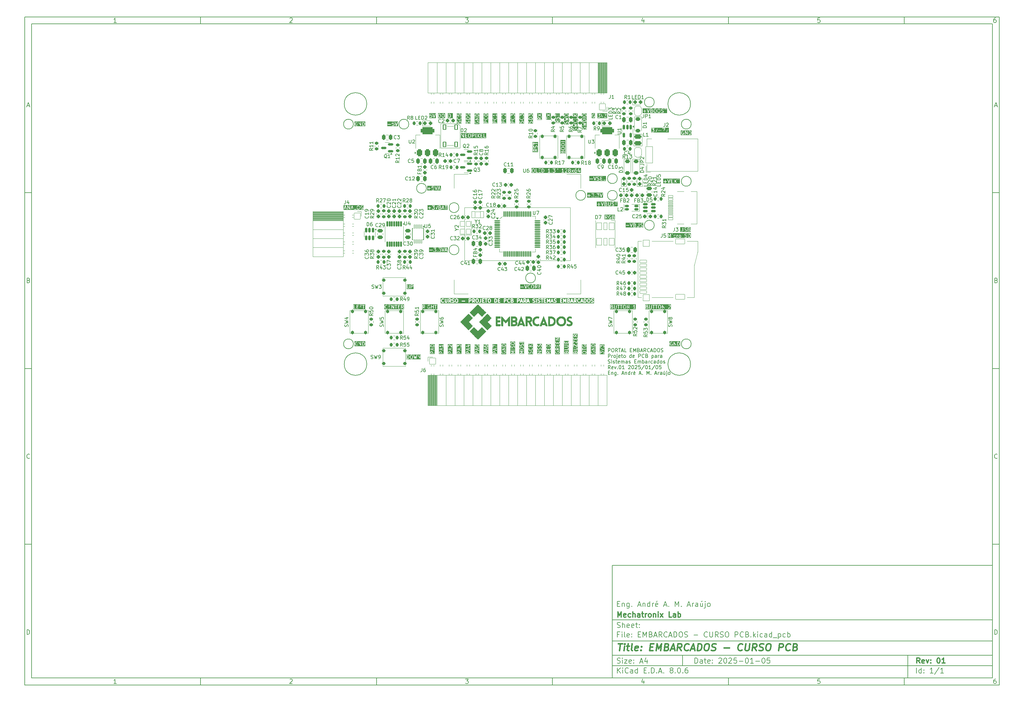
<source format=gbr>
%TF.GenerationSoftware,KiCad,Pcbnew,8.0.6*%
%TF.CreationDate,2025-01-05T13:15:26-03:00*%
%TF.ProjectId,EMBARCADOS - CURSO PCB,454d4241-5243-4414-944f-53202d204355,01*%
%TF.SameCoordinates,Original*%
%TF.FileFunction,Legend,Top*%
%TF.FilePolarity,Positive*%
%FSLAX46Y46*%
G04 Gerber Fmt 4.6, Leading zero omitted, Abs format (unit mm)*
G04 Created by KiCad (PCBNEW 8.0.6) date 2025-01-05 13:15:26*
%MOMM*%
%LPD*%
G01*
G04 APERTURE LIST*
G04 Aperture macros list*
%AMRoundRect*
0 Rectangle with rounded corners*
0 $1 Rounding radius*
0 $2 $3 $4 $5 $6 $7 $8 $9 X,Y pos of 4 corners*
0 Add a 4 corners polygon primitive as box body*
4,1,4,$2,$3,$4,$5,$6,$7,$8,$9,$2,$3,0*
0 Add four circle primitives for the rounded corners*
1,1,$1+$1,$2,$3*
1,1,$1+$1,$4,$5*
1,1,$1+$1,$6,$7*
1,1,$1+$1,$8,$9*
0 Add four rect primitives between the rounded corners*
20,1,$1+$1,$2,$3,$4,$5,0*
20,1,$1+$1,$4,$5,$6,$7,0*
20,1,$1+$1,$6,$7,$8,$9,0*
20,1,$1+$1,$8,$9,$2,$3,0*%
%AMFreePoly0*
4,1,35,0.526870,0.776870,0.538000,0.750000,0.538000,-0.750000,0.526870,-0.776870,0.500000,-0.788000,0.000000,-0.788000,-0.012286,-0.782911,-0.071157,-0.782911,-0.081863,-0.781372,-0.218414,-0.741277,-0.228252,-0.736784,-0.347974,-0.659843,-0.356148,-0.652760,-0.449345,-0.545205,-0.455193,-0.536106,-0.514312,-0.406652,-0.517359,-0.396274,-0.537613,-0.255408,-0.538000,-0.250000,-0.538000,0.250000,
-0.537613,0.255408,-0.517359,0.396274,-0.514312,0.406652,-0.455193,0.536106,-0.449345,0.545205,-0.356148,0.652760,-0.347974,0.659843,-0.228252,0.736784,-0.218414,0.741277,-0.081863,0.781372,-0.071157,0.782911,-0.012286,0.782911,0.000000,0.788000,0.500000,0.788000,0.526870,0.776870,0.526870,0.776870,$1*%
%AMFreePoly1*
4,1,35,0.012286,0.782911,0.071157,0.782911,0.081863,0.781372,0.218414,0.741277,0.228252,0.736784,0.347974,0.659843,0.356148,0.652760,0.449345,0.545205,0.455193,0.536106,0.514312,0.406652,0.517359,0.396274,0.537613,0.255408,0.538000,0.250000,0.538000,-0.250000,0.537613,-0.255408,0.517359,-0.396274,0.514312,-0.406652,0.455193,-0.536106,0.449345,-0.545205,0.356148,-0.652760,
0.347974,-0.659843,0.228252,-0.736784,0.218414,-0.741277,0.081863,-0.781372,0.071157,-0.782911,0.012286,-0.782911,0.000000,-0.788000,-0.500000,-0.788000,-0.526870,-0.776870,-0.538000,-0.750000,-0.538000,0.750000,-0.526870,0.776870,-0.500000,0.788000,0.000000,0.788000,0.012286,0.782911,0.012286,0.782911,$1*%
G04 Aperture macros list end*
%ADD10C,0.100000*%
%ADD11C,0.150000*%
%ADD12C,0.300000*%
%ADD13C,0.400000*%
%ADD14C,0.200000*%
%ADD15C,0.250000*%
%ADD16C,0.120000*%
%ADD17C,0.000000*%
%ADD18RoundRect,0.038000X0.950000X-0.350000X0.950000X0.350000X-0.950000X0.350000X-0.950000X-0.350000X0*%
%ADD19RoundRect,0.038000X0.900000X-0.850000X0.900000X0.850000X-0.900000X0.850000X-0.900000X-0.850000X0*%
%ADD20RoundRect,0.038000X1.300000X-0.700000X1.300000X0.700000X-1.300000X0.700000X-1.300000X-0.700000X0*%
%ADD21RoundRect,0.219000X0.294000X-0.219000X0.294000X0.219000X-0.294000X0.219000X-0.294000X-0.219000X0*%
%ADD22RoundRect,0.244000X0.269000X-0.244000X0.269000X0.244000X-0.269000X0.244000X-0.269000X-0.244000X0*%
%ADD23RoundRect,0.244000X-0.244000X-0.269000X0.244000X-0.269000X0.244000X0.269000X-0.244000X0.269000X0*%
%ADD24RoundRect,0.244000X-0.269000X0.244000X-0.269000X-0.244000X0.269000X-0.244000X0.269000X0.244000X0*%
%ADD25C,2.076000*%
%ADD26RoundRect,0.219000X0.219000X0.294000X-0.219000X0.294000X-0.219000X-0.294000X0.219000X-0.294000X0*%
%ADD27C,3.276000*%
%ADD28RoundRect,0.219000X-0.294000X0.219000X-0.294000X-0.219000X0.294000X-0.219000X0.294000X0.219000X0*%
%ADD29RoundRect,0.194000X0.344000X0.194000X-0.344000X0.194000X-0.344000X-0.194000X0.344000X-0.194000X0*%
%ADD30RoundRect,0.244000X-0.394000X0.244000X-0.394000X-0.244000X0.394000X-0.244000X0.394000X0.244000X0*%
%ADD31RoundRect,0.038000X-0.125000X0.550000X-0.125000X-0.550000X0.125000X-0.550000X0.125000X0.550000X0*%
%ADD32RoundRect,0.269000X0.269000X0.494000X-0.269000X0.494000X-0.269000X-0.494000X0.269000X-0.494000X0*%
%ADD33RoundRect,0.038000X-0.850000X0.850000X-0.850000X-0.850000X0.850000X-0.850000X0.850000X0.850000X0*%
%ADD34O,1.776000X1.776000*%
%ADD35RoundRect,0.219000X-0.219000X-0.294000X0.219000X-0.294000X0.219000X0.294000X-0.219000X0.294000X0*%
%ADD36C,0.726000*%
%ADD37RoundRect,0.038000X0.620000X-0.300000X0.620000X0.300000X-0.620000X0.300000X-0.620000X-0.300000X0*%
%ADD38RoundRect,0.038000X0.620000X-0.150000X0.620000X0.150000X-0.620000X0.150000X-0.620000X-0.150000X0*%
%ADD39O,2.176000X1.076000*%
%ADD40O,1.876000X1.076000*%
%ADD41C,1.500000*%
%ADD42RoundRect,0.394000X0.394000X-0.644000X0.394000X0.644000X-0.394000X0.644000X-0.394000X-0.644000X0*%
%ADD43RoundRect,0.519000X1.419000X-0.519000X1.419000X0.519000X-1.419000X0.519000X-1.419000X-0.519000X0*%
%ADD44RoundRect,0.194000X-0.194000X0.344000X-0.194000X-0.344000X0.194000X-0.344000X0.194000X0.344000X0*%
%ADD45RoundRect,0.194000X0.194000X-0.344000X0.194000X0.344000X-0.194000X0.344000X-0.194000X-0.344000X0*%
%ADD46RoundRect,0.038000X-0.850000X-0.850000X0.850000X-0.850000X0.850000X0.850000X-0.850000X0.850000X0*%
%ADD47RoundRect,0.244000X0.244000X0.269000X-0.244000X0.269000X-0.244000X-0.269000X0.244000X-0.269000X0*%
%ADD48RoundRect,0.294000X0.744000X-0.294000X0.744000X0.294000X-0.744000X0.294000X-0.744000X-0.294000X0*%
%ADD49RoundRect,0.269000X0.494000X-0.269000X0.494000X0.269000X-0.494000X0.269000X-0.494000X-0.269000X0*%
%ADD50RoundRect,0.194000X-0.344000X-0.194000X0.344000X-0.194000X0.344000X0.194000X-0.344000X0.194000X0*%
%ADD51RoundRect,0.237750X-0.275250X0.237750X-0.275250X-0.237750X0.275250X-0.237750X0.275250X0.237750X0*%
%ADD52RoundRect,0.094000X-0.719000X-0.094000X0.719000X-0.094000X0.719000X0.094000X-0.719000X0.094000X0*%
%ADD53RoundRect,0.094000X-0.094000X-0.719000X0.094000X-0.719000X0.094000X0.719000X-0.094000X0.719000X0*%
%ADD54FreePoly0,90.000000*%
%ADD55FreePoly1,90.000000*%
%ADD56RoundRect,0.169000X-0.169000X0.531500X-0.169000X-0.531500X0.169000X-0.531500X0.169000X0.531500X0*%
%ADD57RoundRect,0.038000X0.850000X-0.850000X0.850000X0.850000X-0.850000X0.850000X-0.850000X-0.850000X0*%
%ADD58RoundRect,0.237750X0.275250X-0.237750X0.275250X0.237750X-0.275250X0.237750X-0.275250X-0.237750X0*%
%ADD59RoundRect,0.169000X-0.531500X-0.169000X0.531500X-0.169000X0.531500X0.169000X-0.531500X0.169000X0*%
%ADD60RoundRect,0.169000X0.606500X0.169000X-0.606500X0.169000X-0.606500X-0.169000X0.606500X-0.169000X0*%
%ADD61RoundRect,0.237750X-0.237750X-0.275250X0.237750X-0.275250X0.237750X0.275250X-0.237750X0.275250X0*%
%ADD62RoundRect,0.038000X-0.700000X1.000000X-0.700000X-1.000000X0.700000X-1.000000X0.700000X1.000000X0*%
%ADD63RoundRect,0.038000X-0.500000X1.000000X-0.500000X-1.000000X0.500000X-1.000000X0.500000X1.000000X0*%
%ADD64RoundRect,0.169000X0.419000X0.169000X-0.419000X0.169000X-0.419000X-0.169000X0.419000X-0.169000X0*%
%ADD65RoundRect,0.038000X1.000000X-2.300000X1.000000X2.300000X-1.000000X2.300000X-1.000000X-2.300000X0*%
%ADD66O,2.076000X4.276000*%
%ADD67O,4.276000X2.076000*%
%ADD68C,1.576000*%
%ADD69RoundRect,0.237750X0.237750X0.275250X-0.237750X0.275250X-0.237750X-0.275250X0.237750X-0.275250X0*%
%ADD70RoundRect,0.269000X-0.494000X0.269000X-0.494000X-0.269000X0.494000X-0.269000X0.494000X0.269000X0*%
%ADD71RoundRect,0.097600X0.390400X-0.690400X0.390400X0.690400X-0.390400X0.690400X-0.390400X-0.690400X0*%
%ADD72RoundRect,0.038000X0.600000X-0.700000X0.600000X0.700000X-0.600000X0.700000X-0.600000X-0.700000X0*%
%ADD73RoundRect,0.038000X0.500000X0.900000X-0.500000X0.900000X-0.500000X-0.900000X0.500000X-0.900000X0*%
%ADD74RoundRect,0.269000X-0.269000X-0.494000X0.269000X-0.494000X0.269000X0.494000X-0.269000X0.494000X0*%
%ADD75RoundRect,0.119000X-0.119000X0.656500X-0.119000X-0.656500X0.119000X-0.656500X0.119000X0.656500X0*%
G04 APERTURE END LIST*
D10*
D11*
X177002200Y-166007200D02*
X285002200Y-166007200D01*
X285002200Y-198007200D01*
X177002200Y-198007200D01*
X177002200Y-166007200D01*
D10*
D11*
X10000000Y-10000000D02*
X287002200Y-10000000D01*
X287002200Y-200007200D01*
X10000000Y-200007200D01*
X10000000Y-10000000D01*
D10*
D11*
X12000000Y-12000000D02*
X285002200Y-12000000D01*
X285002200Y-198007200D01*
X12000000Y-198007200D01*
X12000000Y-12000000D01*
D10*
D11*
X60000000Y-12000000D02*
X60000000Y-10000000D01*
D10*
D11*
X110000000Y-12000000D02*
X110000000Y-10000000D01*
D10*
D11*
X160000000Y-12000000D02*
X160000000Y-10000000D01*
D10*
D11*
X210000000Y-12000000D02*
X210000000Y-10000000D01*
D10*
D11*
X260000000Y-12000000D02*
X260000000Y-10000000D01*
D10*
D11*
X36089160Y-11593604D02*
X35346303Y-11593604D01*
X35717731Y-11593604D02*
X35717731Y-10293604D01*
X35717731Y-10293604D02*
X35593922Y-10479319D01*
X35593922Y-10479319D02*
X35470112Y-10603128D01*
X35470112Y-10603128D02*
X35346303Y-10665033D01*
D10*
D11*
X85346303Y-10417414D02*
X85408207Y-10355509D01*
X85408207Y-10355509D02*
X85532017Y-10293604D01*
X85532017Y-10293604D02*
X85841541Y-10293604D01*
X85841541Y-10293604D02*
X85965350Y-10355509D01*
X85965350Y-10355509D02*
X86027255Y-10417414D01*
X86027255Y-10417414D02*
X86089160Y-10541223D01*
X86089160Y-10541223D02*
X86089160Y-10665033D01*
X86089160Y-10665033D02*
X86027255Y-10850747D01*
X86027255Y-10850747D02*
X85284398Y-11593604D01*
X85284398Y-11593604D02*
X86089160Y-11593604D01*
D10*
D11*
X135284398Y-10293604D02*
X136089160Y-10293604D01*
X136089160Y-10293604D02*
X135655826Y-10788842D01*
X135655826Y-10788842D02*
X135841541Y-10788842D01*
X135841541Y-10788842D02*
X135965350Y-10850747D01*
X135965350Y-10850747D02*
X136027255Y-10912652D01*
X136027255Y-10912652D02*
X136089160Y-11036461D01*
X136089160Y-11036461D02*
X136089160Y-11345985D01*
X136089160Y-11345985D02*
X136027255Y-11469795D01*
X136027255Y-11469795D02*
X135965350Y-11531700D01*
X135965350Y-11531700D02*
X135841541Y-11593604D01*
X135841541Y-11593604D02*
X135470112Y-11593604D01*
X135470112Y-11593604D02*
X135346303Y-11531700D01*
X135346303Y-11531700D02*
X135284398Y-11469795D01*
D10*
D11*
X185965350Y-10726938D02*
X185965350Y-11593604D01*
X185655826Y-10231700D02*
X185346303Y-11160271D01*
X185346303Y-11160271D02*
X186151064Y-11160271D01*
D10*
D11*
X236027255Y-10293604D02*
X235408207Y-10293604D01*
X235408207Y-10293604D02*
X235346303Y-10912652D01*
X235346303Y-10912652D02*
X235408207Y-10850747D01*
X235408207Y-10850747D02*
X235532017Y-10788842D01*
X235532017Y-10788842D02*
X235841541Y-10788842D01*
X235841541Y-10788842D02*
X235965350Y-10850747D01*
X235965350Y-10850747D02*
X236027255Y-10912652D01*
X236027255Y-10912652D02*
X236089160Y-11036461D01*
X236089160Y-11036461D02*
X236089160Y-11345985D01*
X236089160Y-11345985D02*
X236027255Y-11469795D01*
X236027255Y-11469795D02*
X235965350Y-11531700D01*
X235965350Y-11531700D02*
X235841541Y-11593604D01*
X235841541Y-11593604D02*
X235532017Y-11593604D01*
X235532017Y-11593604D02*
X235408207Y-11531700D01*
X235408207Y-11531700D02*
X235346303Y-11469795D01*
D10*
D11*
X285965350Y-10293604D02*
X285717731Y-10293604D01*
X285717731Y-10293604D02*
X285593922Y-10355509D01*
X285593922Y-10355509D02*
X285532017Y-10417414D01*
X285532017Y-10417414D02*
X285408207Y-10603128D01*
X285408207Y-10603128D02*
X285346303Y-10850747D01*
X285346303Y-10850747D02*
X285346303Y-11345985D01*
X285346303Y-11345985D02*
X285408207Y-11469795D01*
X285408207Y-11469795D02*
X285470112Y-11531700D01*
X285470112Y-11531700D02*
X285593922Y-11593604D01*
X285593922Y-11593604D02*
X285841541Y-11593604D01*
X285841541Y-11593604D02*
X285965350Y-11531700D01*
X285965350Y-11531700D02*
X286027255Y-11469795D01*
X286027255Y-11469795D02*
X286089160Y-11345985D01*
X286089160Y-11345985D02*
X286089160Y-11036461D01*
X286089160Y-11036461D02*
X286027255Y-10912652D01*
X286027255Y-10912652D02*
X285965350Y-10850747D01*
X285965350Y-10850747D02*
X285841541Y-10788842D01*
X285841541Y-10788842D02*
X285593922Y-10788842D01*
X285593922Y-10788842D02*
X285470112Y-10850747D01*
X285470112Y-10850747D02*
X285408207Y-10912652D01*
X285408207Y-10912652D02*
X285346303Y-11036461D01*
D10*
D11*
X60000000Y-198007200D02*
X60000000Y-200007200D01*
D10*
D11*
X110000000Y-198007200D02*
X110000000Y-200007200D01*
D10*
D11*
X160000000Y-198007200D02*
X160000000Y-200007200D01*
D10*
D11*
X210000000Y-198007200D02*
X210000000Y-200007200D01*
D10*
D11*
X260000000Y-198007200D02*
X260000000Y-200007200D01*
D10*
D11*
X36089160Y-199600804D02*
X35346303Y-199600804D01*
X35717731Y-199600804D02*
X35717731Y-198300804D01*
X35717731Y-198300804D02*
X35593922Y-198486519D01*
X35593922Y-198486519D02*
X35470112Y-198610328D01*
X35470112Y-198610328D02*
X35346303Y-198672233D01*
D10*
D11*
X85346303Y-198424614D02*
X85408207Y-198362709D01*
X85408207Y-198362709D02*
X85532017Y-198300804D01*
X85532017Y-198300804D02*
X85841541Y-198300804D01*
X85841541Y-198300804D02*
X85965350Y-198362709D01*
X85965350Y-198362709D02*
X86027255Y-198424614D01*
X86027255Y-198424614D02*
X86089160Y-198548423D01*
X86089160Y-198548423D02*
X86089160Y-198672233D01*
X86089160Y-198672233D02*
X86027255Y-198857947D01*
X86027255Y-198857947D02*
X85284398Y-199600804D01*
X85284398Y-199600804D02*
X86089160Y-199600804D01*
D10*
D11*
X135284398Y-198300804D02*
X136089160Y-198300804D01*
X136089160Y-198300804D02*
X135655826Y-198796042D01*
X135655826Y-198796042D02*
X135841541Y-198796042D01*
X135841541Y-198796042D02*
X135965350Y-198857947D01*
X135965350Y-198857947D02*
X136027255Y-198919852D01*
X136027255Y-198919852D02*
X136089160Y-199043661D01*
X136089160Y-199043661D02*
X136089160Y-199353185D01*
X136089160Y-199353185D02*
X136027255Y-199476995D01*
X136027255Y-199476995D02*
X135965350Y-199538900D01*
X135965350Y-199538900D02*
X135841541Y-199600804D01*
X135841541Y-199600804D02*
X135470112Y-199600804D01*
X135470112Y-199600804D02*
X135346303Y-199538900D01*
X135346303Y-199538900D02*
X135284398Y-199476995D01*
D10*
D11*
X185965350Y-198734138D02*
X185965350Y-199600804D01*
X185655826Y-198238900D02*
X185346303Y-199167471D01*
X185346303Y-199167471D02*
X186151064Y-199167471D01*
D10*
D11*
X236027255Y-198300804D02*
X235408207Y-198300804D01*
X235408207Y-198300804D02*
X235346303Y-198919852D01*
X235346303Y-198919852D02*
X235408207Y-198857947D01*
X235408207Y-198857947D02*
X235532017Y-198796042D01*
X235532017Y-198796042D02*
X235841541Y-198796042D01*
X235841541Y-198796042D02*
X235965350Y-198857947D01*
X235965350Y-198857947D02*
X236027255Y-198919852D01*
X236027255Y-198919852D02*
X236089160Y-199043661D01*
X236089160Y-199043661D02*
X236089160Y-199353185D01*
X236089160Y-199353185D02*
X236027255Y-199476995D01*
X236027255Y-199476995D02*
X235965350Y-199538900D01*
X235965350Y-199538900D02*
X235841541Y-199600804D01*
X235841541Y-199600804D02*
X235532017Y-199600804D01*
X235532017Y-199600804D02*
X235408207Y-199538900D01*
X235408207Y-199538900D02*
X235346303Y-199476995D01*
D10*
D11*
X285965350Y-198300804D02*
X285717731Y-198300804D01*
X285717731Y-198300804D02*
X285593922Y-198362709D01*
X285593922Y-198362709D02*
X285532017Y-198424614D01*
X285532017Y-198424614D02*
X285408207Y-198610328D01*
X285408207Y-198610328D02*
X285346303Y-198857947D01*
X285346303Y-198857947D02*
X285346303Y-199353185D01*
X285346303Y-199353185D02*
X285408207Y-199476995D01*
X285408207Y-199476995D02*
X285470112Y-199538900D01*
X285470112Y-199538900D02*
X285593922Y-199600804D01*
X285593922Y-199600804D02*
X285841541Y-199600804D01*
X285841541Y-199600804D02*
X285965350Y-199538900D01*
X285965350Y-199538900D02*
X286027255Y-199476995D01*
X286027255Y-199476995D02*
X286089160Y-199353185D01*
X286089160Y-199353185D02*
X286089160Y-199043661D01*
X286089160Y-199043661D02*
X286027255Y-198919852D01*
X286027255Y-198919852D02*
X285965350Y-198857947D01*
X285965350Y-198857947D02*
X285841541Y-198796042D01*
X285841541Y-198796042D02*
X285593922Y-198796042D01*
X285593922Y-198796042D02*
X285470112Y-198857947D01*
X285470112Y-198857947D02*
X285408207Y-198919852D01*
X285408207Y-198919852D02*
X285346303Y-199043661D01*
D10*
D11*
X10000000Y-60000000D02*
X12000000Y-60000000D01*
D10*
D11*
X10000000Y-110000000D02*
X12000000Y-110000000D01*
D10*
D11*
X10000000Y-160000000D02*
X12000000Y-160000000D01*
D10*
D11*
X10690476Y-35222176D02*
X11309523Y-35222176D01*
X10566666Y-35593604D02*
X10999999Y-34293604D01*
X10999999Y-34293604D02*
X11433333Y-35593604D01*
D10*
D11*
X11092857Y-84912652D02*
X11278571Y-84974557D01*
X11278571Y-84974557D02*
X11340476Y-85036461D01*
X11340476Y-85036461D02*
X11402380Y-85160271D01*
X11402380Y-85160271D02*
X11402380Y-85345985D01*
X11402380Y-85345985D02*
X11340476Y-85469795D01*
X11340476Y-85469795D02*
X11278571Y-85531700D01*
X11278571Y-85531700D02*
X11154761Y-85593604D01*
X11154761Y-85593604D02*
X10659523Y-85593604D01*
X10659523Y-85593604D02*
X10659523Y-84293604D01*
X10659523Y-84293604D02*
X11092857Y-84293604D01*
X11092857Y-84293604D02*
X11216666Y-84355509D01*
X11216666Y-84355509D02*
X11278571Y-84417414D01*
X11278571Y-84417414D02*
X11340476Y-84541223D01*
X11340476Y-84541223D02*
X11340476Y-84665033D01*
X11340476Y-84665033D02*
X11278571Y-84788842D01*
X11278571Y-84788842D02*
X11216666Y-84850747D01*
X11216666Y-84850747D02*
X11092857Y-84912652D01*
X11092857Y-84912652D02*
X10659523Y-84912652D01*
D10*
D11*
X11402380Y-135469795D02*
X11340476Y-135531700D01*
X11340476Y-135531700D02*
X11154761Y-135593604D01*
X11154761Y-135593604D02*
X11030952Y-135593604D01*
X11030952Y-135593604D02*
X10845238Y-135531700D01*
X10845238Y-135531700D02*
X10721428Y-135407890D01*
X10721428Y-135407890D02*
X10659523Y-135284080D01*
X10659523Y-135284080D02*
X10597619Y-135036461D01*
X10597619Y-135036461D02*
X10597619Y-134850747D01*
X10597619Y-134850747D02*
X10659523Y-134603128D01*
X10659523Y-134603128D02*
X10721428Y-134479319D01*
X10721428Y-134479319D02*
X10845238Y-134355509D01*
X10845238Y-134355509D02*
X11030952Y-134293604D01*
X11030952Y-134293604D02*
X11154761Y-134293604D01*
X11154761Y-134293604D02*
X11340476Y-134355509D01*
X11340476Y-134355509D02*
X11402380Y-134417414D01*
D10*
D11*
X10659523Y-185593604D02*
X10659523Y-184293604D01*
X10659523Y-184293604D02*
X10969047Y-184293604D01*
X10969047Y-184293604D02*
X11154761Y-184355509D01*
X11154761Y-184355509D02*
X11278571Y-184479319D01*
X11278571Y-184479319D02*
X11340476Y-184603128D01*
X11340476Y-184603128D02*
X11402380Y-184850747D01*
X11402380Y-184850747D02*
X11402380Y-185036461D01*
X11402380Y-185036461D02*
X11340476Y-185284080D01*
X11340476Y-185284080D02*
X11278571Y-185407890D01*
X11278571Y-185407890D02*
X11154761Y-185531700D01*
X11154761Y-185531700D02*
X10969047Y-185593604D01*
X10969047Y-185593604D02*
X10659523Y-185593604D01*
D10*
D11*
X287002200Y-60000000D02*
X285002200Y-60000000D01*
D10*
D11*
X287002200Y-110000000D02*
X285002200Y-110000000D01*
D10*
D11*
X287002200Y-160000000D02*
X285002200Y-160000000D01*
D10*
D11*
X285692676Y-35222176D02*
X286311723Y-35222176D01*
X285568866Y-35593604D02*
X286002199Y-34293604D01*
X286002199Y-34293604D02*
X286435533Y-35593604D01*
D10*
D11*
X286095057Y-84912652D02*
X286280771Y-84974557D01*
X286280771Y-84974557D02*
X286342676Y-85036461D01*
X286342676Y-85036461D02*
X286404580Y-85160271D01*
X286404580Y-85160271D02*
X286404580Y-85345985D01*
X286404580Y-85345985D02*
X286342676Y-85469795D01*
X286342676Y-85469795D02*
X286280771Y-85531700D01*
X286280771Y-85531700D02*
X286156961Y-85593604D01*
X286156961Y-85593604D02*
X285661723Y-85593604D01*
X285661723Y-85593604D02*
X285661723Y-84293604D01*
X285661723Y-84293604D02*
X286095057Y-84293604D01*
X286095057Y-84293604D02*
X286218866Y-84355509D01*
X286218866Y-84355509D02*
X286280771Y-84417414D01*
X286280771Y-84417414D02*
X286342676Y-84541223D01*
X286342676Y-84541223D02*
X286342676Y-84665033D01*
X286342676Y-84665033D02*
X286280771Y-84788842D01*
X286280771Y-84788842D02*
X286218866Y-84850747D01*
X286218866Y-84850747D02*
X286095057Y-84912652D01*
X286095057Y-84912652D02*
X285661723Y-84912652D01*
D10*
D11*
X286404580Y-135469795D02*
X286342676Y-135531700D01*
X286342676Y-135531700D02*
X286156961Y-135593604D01*
X286156961Y-135593604D02*
X286033152Y-135593604D01*
X286033152Y-135593604D02*
X285847438Y-135531700D01*
X285847438Y-135531700D02*
X285723628Y-135407890D01*
X285723628Y-135407890D02*
X285661723Y-135284080D01*
X285661723Y-135284080D02*
X285599819Y-135036461D01*
X285599819Y-135036461D02*
X285599819Y-134850747D01*
X285599819Y-134850747D02*
X285661723Y-134603128D01*
X285661723Y-134603128D02*
X285723628Y-134479319D01*
X285723628Y-134479319D02*
X285847438Y-134355509D01*
X285847438Y-134355509D02*
X286033152Y-134293604D01*
X286033152Y-134293604D02*
X286156961Y-134293604D01*
X286156961Y-134293604D02*
X286342676Y-134355509D01*
X286342676Y-134355509D02*
X286404580Y-134417414D01*
D10*
D11*
X285661723Y-185593604D02*
X285661723Y-184293604D01*
X285661723Y-184293604D02*
X285971247Y-184293604D01*
X285971247Y-184293604D02*
X286156961Y-184355509D01*
X286156961Y-184355509D02*
X286280771Y-184479319D01*
X286280771Y-184479319D02*
X286342676Y-184603128D01*
X286342676Y-184603128D02*
X286404580Y-184850747D01*
X286404580Y-184850747D02*
X286404580Y-185036461D01*
X286404580Y-185036461D02*
X286342676Y-185284080D01*
X286342676Y-185284080D02*
X286280771Y-185407890D01*
X286280771Y-185407890D02*
X286156961Y-185531700D01*
X286156961Y-185531700D02*
X285971247Y-185593604D01*
X285971247Y-185593604D02*
X285661723Y-185593604D01*
D10*
D11*
X200458026Y-193793328D02*
X200458026Y-192293328D01*
X200458026Y-192293328D02*
X200815169Y-192293328D01*
X200815169Y-192293328D02*
X201029455Y-192364757D01*
X201029455Y-192364757D02*
X201172312Y-192507614D01*
X201172312Y-192507614D02*
X201243741Y-192650471D01*
X201243741Y-192650471D02*
X201315169Y-192936185D01*
X201315169Y-192936185D02*
X201315169Y-193150471D01*
X201315169Y-193150471D02*
X201243741Y-193436185D01*
X201243741Y-193436185D02*
X201172312Y-193579042D01*
X201172312Y-193579042D02*
X201029455Y-193721900D01*
X201029455Y-193721900D02*
X200815169Y-193793328D01*
X200815169Y-193793328D02*
X200458026Y-193793328D01*
X202600884Y-193793328D02*
X202600884Y-193007614D01*
X202600884Y-193007614D02*
X202529455Y-192864757D01*
X202529455Y-192864757D02*
X202386598Y-192793328D01*
X202386598Y-192793328D02*
X202100884Y-192793328D01*
X202100884Y-192793328D02*
X201958026Y-192864757D01*
X202600884Y-193721900D02*
X202458026Y-193793328D01*
X202458026Y-193793328D02*
X202100884Y-193793328D01*
X202100884Y-193793328D02*
X201958026Y-193721900D01*
X201958026Y-193721900D02*
X201886598Y-193579042D01*
X201886598Y-193579042D02*
X201886598Y-193436185D01*
X201886598Y-193436185D02*
X201958026Y-193293328D01*
X201958026Y-193293328D02*
X202100884Y-193221900D01*
X202100884Y-193221900D02*
X202458026Y-193221900D01*
X202458026Y-193221900D02*
X202600884Y-193150471D01*
X203100884Y-192793328D02*
X203672312Y-192793328D01*
X203315169Y-192293328D02*
X203315169Y-193579042D01*
X203315169Y-193579042D02*
X203386598Y-193721900D01*
X203386598Y-193721900D02*
X203529455Y-193793328D01*
X203529455Y-193793328D02*
X203672312Y-193793328D01*
X204743741Y-193721900D02*
X204600884Y-193793328D01*
X204600884Y-193793328D02*
X204315170Y-193793328D01*
X204315170Y-193793328D02*
X204172312Y-193721900D01*
X204172312Y-193721900D02*
X204100884Y-193579042D01*
X204100884Y-193579042D02*
X204100884Y-193007614D01*
X204100884Y-193007614D02*
X204172312Y-192864757D01*
X204172312Y-192864757D02*
X204315170Y-192793328D01*
X204315170Y-192793328D02*
X204600884Y-192793328D01*
X204600884Y-192793328D02*
X204743741Y-192864757D01*
X204743741Y-192864757D02*
X204815170Y-193007614D01*
X204815170Y-193007614D02*
X204815170Y-193150471D01*
X204815170Y-193150471D02*
X204100884Y-193293328D01*
X205458026Y-193650471D02*
X205529455Y-193721900D01*
X205529455Y-193721900D02*
X205458026Y-193793328D01*
X205458026Y-193793328D02*
X205386598Y-193721900D01*
X205386598Y-193721900D02*
X205458026Y-193650471D01*
X205458026Y-193650471D02*
X205458026Y-193793328D01*
X205458026Y-192864757D02*
X205529455Y-192936185D01*
X205529455Y-192936185D02*
X205458026Y-193007614D01*
X205458026Y-193007614D02*
X205386598Y-192936185D01*
X205386598Y-192936185D02*
X205458026Y-192864757D01*
X205458026Y-192864757D02*
X205458026Y-193007614D01*
X207243741Y-192436185D02*
X207315169Y-192364757D01*
X207315169Y-192364757D02*
X207458027Y-192293328D01*
X207458027Y-192293328D02*
X207815169Y-192293328D01*
X207815169Y-192293328D02*
X207958027Y-192364757D01*
X207958027Y-192364757D02*
X208029455Y-192436185D01*
X208029455Y-192436185D02*
X208100884Y-192579042D01*
X208100884Y-192579042D02*
X208100884Y-192721900D01*
X208100884Y-192721900D02*
X208029455Y-192936185D01*
X208029455Y-192936185D02*
X207172312Y-193793328D01*
X207172312Y-193793328D02*
X208100884Y-193793328D01*
X209029455Y-192293328D02*
X209172312Y-192293328D01*
X209172312Y-192293328D02*
X209315169Y-192364757D01*
X209315169Y-192364757D02*
X209386598Y-192436185D01*
X209386598Y-192436185D02*
X209458026Y-192579042D01*
X209458026Y-192579042D02*
X209529455Y-192864757D01*
X209529455Y-192864757D02*
X209529455Y-193221900D01*
X209529455Y-193221900D02*
X209458026Y-193507614D01*
X209458026Y-193507614D02*
X209386598Y-193650471D01*
X209386598Y-193650471D02*
X209315169Y-193721900D01*
X209315169Y-193721900D02*
X209172312Y-193793328D01*
X209172312Y-193793328D02*
X209029455Y-193793328D01*
X209029455Y-193793328D02*
X208886598Y-193721900D01*
X208886598Y-193721900D02*
X208815169Y-193650471D01*
X208815169Y-193650471D02*
X208743740Y-193507614D01*
X208743740Y-193507614D02*
X208672312Y-193221900D01*
X208672312Y-193221900D02*
X208672312Y-192864757D01*
X208672312Y-192864757D02*
X208743740Y-192579042D01*
X208743740Y-192579042D02*
X208815169Y-192436185D01*
X208815169Y-192436185D02*
X208886598Y-192364757D01*
X208886598Y-192364757D02*
X209029455Y-192293328D01*
X210100883Y-192436185D02*
X210172311Y-192364757D01*
X210172311Y-192364757D02*
X210315169Y-192293328D01*
X210315169Y-192293328D02*
X210672311Y-192293328D01*
X210672311Y-192293328D02*
X210815169Y-192364757D01*
X210815169Y-192364757D02*
X210886597Y-192436185D01*
X210886597Y-192436185D02*
X210958026Y-192579042D01*
X210958026Y-192579042D02*
X210958026Y-192721900D01*
X210958026Y-192721900D02*
X210886597Y-192936185D01*
X210886597Y-192936185D02*
X210029454Y-193793328D01*
X210029454Y-193793328D02*
X210958026Y-193793328D01*
X212315168Y-192293328D02*
X211600882Y-192293328D01*
X211600882Y-192293328D02*
X211529454Y-193007614D01*
X211529454Y-193007614D02*
X211600882Y-192936185D01*
X211600882Y-192936185D02*
X211743740Y-192864757D01*
X211743740Y-192864757D02*
X212100882Y-192864757D01*
X212100882Y-192864757D02*
X212243740Y-192936185D01*
X212243740Y-192936185D02*
X212315168Y-193007614D01*
X212315168Y-193007614D02*
X212386597Y-193150471D01*
X212386597Y-193150471D02*
X212386597Y-193507614D01*
X212386597Y-193507614D02*
X212315168Y-193650471D01*
X212315168Y-193650471D02*
X212243740Y-193721900D01*
X212243740Y-193721900D02*
X212100882Y-193793328D01*
X212100882Y-193793328D02*
X211743740Y-193793328D01*
X211743740Y-193793328D02*
X211600882Y-193721900D01*
X211600882Y-193721900D02*
X211529454Y-193650471D01*
X213029453Y-193221900D02*
X214172311Y-193221900D01*
X215172311Y-192293328D02*
X215315168Y-192293328D01*
X215315168Y-192293328D02*
X215458025Y-192364757D01*
X215458025Y-192364757D02*
X215529454Y-192436185D01*
X215529454Y-192436185D02*
X215600882Y-192579042D01*
X215600882Y-192579042D02*
X215672311Y-192864757D01*
X215672311Y-192864757D02*
X215672311Y-193221900D01*
X215672311Y-193221900D02*
X215600882Y-193507614D01*
X215600882Y-193507614D02*
X215529454Y-193650471D01*
X215529454Y-193650471D02*
X215458025Y-193721900D01*
X215458025Y-193721900D02*
X215315168Y-193793328D01*
X215315168Y-193793328D02*
X215172311Y-193793328D01*
X215172311Y-193793328D02*
X215029454Y-193721900D01*
X215029454Y-193721900D02*
X214958025Y-193650471D01*
X214958025Y-193650471D02*
X214886596Y-193507614D01*
X214886596Y-193507614D02*
X214815168Y-193221900D01*
X214815168Y-193221900D02*
X214815168Y-192864757D01*
X214815168Y-192864757D02*
X214886596Y-192579042D01*
X214886596Y-192579042D02*
X214958025Y-192436185D01*
X214958025Y-192436185D02*
X215029454Y-192364757D01*
X215029454Y-192364757D02*
X215172311Y-192293328D01*
X217100882Y-193793328D02*
X216243739Y-193793328D01*
X216672310Y-193793328D02*
X216672310Y-192293328D01*
X216672310Y-192293328D02*
X216529453Y-192507614D01*
X216529453Y-192507614D02*
X216386596Y-192650471D01*
X216386596Y-192650471D02*
X216243739Y-192721900D01*
X217743738Y-193221900D02*
X218886596Y-193221900D01*
X219886596Y-192293328D02*
X220029453Y-192293328D01*
X220029453Y-192293328D02*
X220172310Y-192364757D01*
X220172310Y-192364757D02*
X220243739Y-192436185D01*
X220243739Y-192436185D02*
X220315167Y-192579042D01*
X220315167Y-192579042D02*
X220386596Y-192864757D01*
X220386596Y-192864757D02*
X220386596Y-193221900D01*
X220386596Y-193221900D02*
X220315167Y-193507614D01*
X220315167Y-193507614D02*
X220243739Y-193650471D01*
X220243739Y-193650471D02*
X220172310Y-193721900D01*
X220172310Y-193721900D02*
X220029453Y-193793328D01*
X220029453Y-193793328D02*
X219886596Y-193793328D01*
X219886596Y-193793328D02*
X219743739Y-193721900D01*
X219743739Y-193721900D02*
X219672310Y-193650471D01*
X219672310Y-193650471D02*
X219600881Y-193507614D01*
X219600881Y-193507614D02*
X219529453Y-193221900D01*
X219529453Y-193221900D02*
X219529453Y-192864757D01*
X219529453Y-192864757D02*
X219600881Y-192579042D01*
X219600881Y-192579042D02*
X219672310Y-192436185D01*
X219672310Y-192436185D02*
X219743739Y-192364757D01*
X219743739Y-192364757D02*
X219886596Y-192293328D01*
X221743738Y-192293328D02*
X221029452Y-192293328D01*
X221029452Y-192293328D02*
X220958024Y-193007614D01*
X220958024Y-193007614D02*
X221029452Y-192936185D01*
X221029452Y-192936185D02*
X221172310Y-192864757D01*
X221172310Y-192864757D02*
X221529452Y-192864757D01*
X221529452Y-192864757D02*
X221672310Y-192936185D01*
X221672310Y-192936185D02*
X221743738Y-193007614D01*
X221743738Y-193007614D02*
X221815167Y-193150471D01*
X221815167Y-193150471D02*
X221815167Y-193507614D01*
X221815167Y-193507614D02*
X221743738Y-193650471D01*
X221743738Y-193650471D02*
X221672310Y-193721900D01*
X221672310Y-193721900D02*
X221529452Y-193793328D01*
X221529452Y-193793328D02*
X221172310Y-193793328D01*
X221172310Y-193793328D02*
X221029452Y-193721900D01*
X221029452Y-193721900D02*
X220958024Y-193650471D01*
D10*
D11*
X177002200Y-194507200D02*
X285002200Y-194507200D01*
D10*
D11*
X178458026Y-196593328D02*
X178458026Y-195093328D01*
X179315169Y-196593328D02*
X178672312Y-195736185D01*
X179315169Y-195093328D02*
X178458026Y-195950471D01*
X179958026Y-196593328D02*
X179958026Y-195593328D01*
X179958026Y-195093328D02*
X179886598Y-195164757D01*
X179886598Y-195164757D02*
X179958026Y-195236185D01*
X179958026Y-195236185D02*
X180029455Y-195164757D01*
X180029455Y-195164757D02*
X179958026Y-195093328D01*
X179958026Y-195093328D02*
X179958026Y-195236185D01*
X181529455Y-196450471D02*
X181458027Y-196521900D01*
X181458027Y-196521900D02*
X181243741Y-196593328D01*
X181243741Y-196593328D02*
X181100884Y-196593328D01*
X181100884Y-196593328D02*
X180886598Y-196521900D01*
X180886598Y-196521900D02*
X180743741Y-196379042D01*
X180743741Y-196379042D02*
X180672312Y-196236185D01*
X180672312Y-196236185D02*
X180600884Y-195950471D01*
X180600884Y-195950471D02*
X180600884Y-195736185D01*
X180600884Y-195736185D02*
X180672312Y-195450471D01*
X180672312Y-195450471D02*
X180743741Y-195307614D01*
X180743741Y-195307614D02*
X180886598Y-195164757D01*
X180886598Y-195164757D02*
X181100884Y-195093328D01*
X181100884Y-195093328D02*
X181243741Y-195093328D01*
X181243741Y-195093328D02*
X181458027Y-195164757D01*
X181458027Y-195164757D02*
X181529455Y-195236185D01*
X182815170Y-196593328D02*
X182815170Y-195807614D01*
X182815170Y-195807614D02*
X182743741Y-195664757D01*
X182743741Y-195664757D02*
X182600884Y-195593328D01*
X182600884Y-195593328D02*
X182315170Y-195593328D01*
X182315170Y-195593328D02*
X182172312Y-195664757D01*
X182815170Y-196521900D02*
X182672312Y-196593328D01*
X182672312Y-196593328D02*
X182315170Y-196593328D01*
X182315170Y-196593328D02*
X182172312Y-196521900D01*
X182172312Y-196521900D02*
X182100884Y-196379042D01*
X182100884Y-196379042D02*
X182100884Y-196236185D01*
X182100884Y-196236185D02*
X182172312Y-196093328D01*
X182172312Y-196093328D02*
X182315170Y-196021900D01*
X182315170Y-196021900D02*
X182672312Y-196021900D01*
X182672312Y-196021900D02*
X182815170Y-195950471D01*
X184172313Y-196593328D02*
X184172313Y-195093328D01*
X184172313Y-196521900D02*
X184029455Y-196593328D01*
X184029455Y-196593328D02*
X183743741Y-196593328D01*
X183743741Y-196593328D02*
X183600884Y-196521900D01*
X183600884Y-196521900D02*
X183529455Y-196450471D01*
X183529455Y-196450471D02*
X183458027Y-196307614D01*
X183458027Y-196307614D02*
X183458027Y-195879042D01*
X183458027Y-195879042D02*
X183529455Y-195736185D01*
X183529455Y-195736185D02*
X183600884Y-195664757D01*
X183600884Y-195664757D02*
X183743741Y-195593328D01*
X183743741Y-195593328D02*
X184029455Y-195593328D01*
X184029455Y-195593328D02*
X184172313Y-195664757D01*
X186029455Y-195807614D02*
X186529455Y-195807614D01*
X186743741Y-196593328D02*
X186029455Y-196593328D01*
X186029455Y-196593328D02*
X186029455Y-195093328D01*
X186029455Y-195093328D02*
X186743741Y-195093328D01*
X187386598Y-196450471D02*
X187458027Y-196521900D01*
X187458027Y-196521900D02*
X187386598Y-196593328D01*
X187386598Y-196593328D02*
X187315170Y-196521900D01*
X187315170Y-196521900D02*
X187386598Y-196450471D01*
X187386598Y-196450471D02*
X187386598Y-196593328D01*
X188100884Y-196593328D02*
X188100884Y-195093328D01*
X188100884Y-195093328D02*
X188458027Y-195093328D01*
X188458027Y-195093328D02*
X188672313Y-195164757D01*
X188672313Y-195164757D02*
X188815170Y-195307614D01*
X188815170Y-195307614D02*
X188886599Y-195450471D01*
X188886599Y-195450471D02*
X188958027Y-195736185D01*
X188958027Y-195736185D02*
X188958027Y-195950471D01*
X188958027Y-195950471D02*
X188886599Y-196236185D01*
X188886599Y-196236185D02*
X188815170Y-196379042D01*
X188815170Y-196379042D02*
X188672313Y-196521900D01*
X188672313Y-196521900D02*
X188458027Y-196593328D01*
X188458027Y-196593328D02*
X188100884Y-196593328D01*
X189600884Y-196450471D02*
X189672313Y-196521900D01*
X189672313Y-196521900D02*
X189600884Y-196593328D01*
X189600884Y-196593328D02*
X189529456Y-196521900D01*
X189529456Y-196521900D02*
X189600884Y-196450471D01*
X189600884Y-196450471D02*
X189600884Y-196593328D01*
X190243742Y-196164757D02*
X190958028Y-196164757D01*
X190100885Y-196593328D02*
X190600885Y-195093328D01*
X190600885Y-195093328D02*
X191100885Y-196593328D01*
X191600884Y-196450471D02*
X191672313Y-196521900D01*
X191672313Y-196521900D02*
X191600884Y-196593328D01*
X191600884Y-196593328D02*
X191529456Y-196521900D01*
X191529456Y-196521900D02*
X191600884Y-196450471D01*
X191600884Y-196450471D02*
X191600884Y-196593328D01*
X193672313Y-195736185D02*
X193529456Y-195664757D01*
X193529456Y-195664757D02*
X193458027Y-195593328D01*
X193458027Y-195593328D02*
X193386599Y-195450471D01*
X193386599Y-195450471D02*
X193386599Y-195379042D01*
X193386599Y-195379042D02*
X193458027Y-195236185D01*
X193458027Y-195236185D02*
X193529456Y-195164757D01*
X193529456Y-195164757D02*
X193672313Y-195093328D01*
X193672313Y-195093328D02*
X193958027Y-195093328D01*
X193958027Y-195093328D02*
X194100885Y-195164757D01*
X194100885Y-195164757D02*
X194172313Y-195236185D01*
X194172313Y-195236185D02*
X194243742Y-195379042D01*
X194243742Y-195379042D02*
X194243742Y-195450471D01*
X194243742Y-195450471D02*
X194172313Y-195593328D01*
X194172313Y-195593328D02*
X194100885Y-195664757D01*
X194100885Y-195664757D02*
X193958027Y-195736185D01*
X193958027Y-195736185D02*
X193672313Y-195736185D01*
X193672313Y-195736185D02*
X193529456Y-195807614D01*
X193529456Y-195807614D02*
X193458027Y-195879042D01*
X193458027Y-195879042D02*
X193386599Y-196021900D01*
X193386599Y-196021900D02*
X193386599Y-196307614D01*
X193386599Y-196307614D02*
X193458027Y-196450471D01*
X193458027Y-196450471D02*
X193529456Y-196521900D01*
X193529456Y-196521900D02*
X193672313Y-196593328D01*
X193672313Y-196593328D02*
X193958027Y-196593328D01*
X193958027Y-196593328D02*
X194100885Y-196521900D01*
X194100885Y-196521900D02*
X194172313Y-196450471D01*
X194172313Y-196450471D02*
X194243742Y-196307614D01*
X194243742Y-196307614D02*
X194243742Y-196021900D01*
X194243742Y-196021900D02*
X194172313Y-195879042D01*
X194172313Y-195879042D02*
X194100885Y-195807614D01*
X194100885Y-195807614D02*
X193958027Y-195736185D01*
X194886598Y-196450471D02*
X194958027Y-196521900D01*
X194958027Y-196521900D02*
X194886598Y-196593328D01*
X194886598Y-196593328D02*
X194815170Y-196521900D01*
X194815170Y-196521900D02*
X194886598Y-196450471D01*
X194886598Y-196450471D02*
X194886598Y-196593328D01*
X195886599Y-195093328D02*
X196029456Y-195093328D01*
X196029456Y-195093328D02*
X196172313Y-195164757D01*
X196172313Y-195164757D02*
X196243742Y-195236185D01*
X196243742Y-195236185D02*
X196315170Y-195379042D01*
X196315170Y-195379042D02*
X196386599Y-195664757D01*
X196386599Y-195664757D02*
X196386599Y-196021900D01*
X196386599Y-196021900D02*
X196315170Y-196307614D01*
X196315170Y-196307614D02*
X196243742Y-196450471D01*
X196243742Y-196450471D02*
X196172313Y-196521900D01*
X196172313Y-196521900D02*
X196029456Y-196593328D01*
X196029456Y-196593328D02*
X195886599Y-196593328D01*
X195886599Y-196593328D02*
X195743742Y-196521900D01*
X195743742Y-196521900D02*
X195672313Y-196450471D01*
X195672313Y-196450471D02*
X195600884Y-196307614D01*
X195600884Y-196307614D02*
X195529456Y-196021900D01*
X195529456Y-196021900D02*
X195529456Y-195664757D01*
X195529456Y-195664757D02*
X195600884Y-195379042D01*
X195600884Y-195379042D02*
X195672313Y-195236185D01*
X195672313Y-195236185D02*
X195743742Y-195164757D01*
X195743742Y-195164757D02*
X195886599Y-195093328D01*
X197029455Y-196450471D02*
X197100884Y-196521900D01*
X197100884Y-196521900D02*
X197029455Y-196593328D01*
X197029455Y-196593328D02*
X196958027Y-196521900D01*
X196958027Y-196521900D02*
X197029455Y-196450471D01*
X197029455Y-196450471D02*
X197029455Y-196593328D01*
X198386599Y-195093328D02*
X198100884Y-195093328D01*
X198100884Y-195093328D02*
X197958027Y-195164757D01*
X197958027Y-195164757D02*
X197886599Y-195236185D01*
X197886599Y-195236185D02*
X197743741Y-195450471D01*
X197743741Y-195450471D02*
X197672313Y-195736185D01*
X197672313Y-195736185D02*
X197672313Y-196307614D01*
X197672313Y-196307614D02*
X197743741Y-196450471D01*
X197743741Y-196450471D02*
X197815170Y-196521900D01*
X197815170Y-196521900D02*
X197958027Y-196593328D01*
X197958027Y-196593328D02*
X198243741Y-196593328D01*
X198243741Y-196593328D02*
X198386599Y-196521900D01*
X198386599Y-196521900D02*
X198458027Y-196450471D01*
X198458027Y-196450471D02*
X198529456Y-196307614D01*
X198529456Y-196307614D02*
X198529456Y-195950471D01*
X198529456Y-195950471D02*
X198458027Y-195807614D01*
X198458027Y-195807614D02*
X198386599Y-195736185D01*
X198386599Y-195736185D02*
X198243741Y-195664757D01*
X198243741Y-195664757D02*
X197958027Y-195664757D01*
X197958027Y-195664757D02*
X197815170Y-195736185D01*
X197815170Y-195736185D02*
X197743741Y-195807614D01*
X197743741Y-195807614D02*
X197672313Y-195950471D01*
D10*
D11*
X177002200Y-191507200D02*
X285002200Y-191507200D01*
D10*
D12*
X264413853Y-193785528D02*
X263913853Y-193071242D01*
X263556710Y-193785528D02*
X263556710Y-192285528D01*
X263556710Y-192285528D02*
X264128139Y-192285528D01*
X264128139Y-192285528D02*
X264270996Y-192356957D01*
X264270996Y-192356957D02*
X264342425Y-192428385D01*
X264342425Y-192428385D02*
X264413853Y-192571242D01*
X264413853Y-192571242D02*
X264413853Y-192785528D01*
X264413853Y-192785528D02*
X264342425Y-192928385D01*
X264342425Y-192928385D02*
X264270996Y-192999814D01*
X264270996Y-192999814D02*
X264128139Y-193071242D01*
X264128139Y-193071242D02*
X263556710Y-193071242D01*
X265628139Y-193714100D02*
X265485282Y-193785528D01*
X265485282Y-193785528D02*
X265199568Y-193785528D01*
X265199568Y-193785528D02*
X265056710Y-193714100D01*
X265056710Y-193714100D02*
X264985282Y-193571242D01*
X264985282Y-193571242D02*
X264985282Y-192999814D01*
X264985282Y-192999814D02*
X265056710Y-192856957D01*
X265056710Y-192856957D02*
X265199568Y-192785528D01*
X265199568Y-192785528D02*
X265485282Y-192785528D01*
X265485282Y-192785528D02*
X265628139Y-192856957D01*
X265628139Y-192856957D02*
X265699568Y-192999814D01*
X265699568Y-192999814D02*
X265699568Y-193142671D01*
X265699568Y-193142671D02*
X264985282Y-193285528D01*
X266199567Y-192785528D02*
X266556710Y-193785528D01*
X266556710Y-193785528D02*
X266913853Y-192785528D01*
X267485281Y-193642671D02*
X267556710Y-193714100D01*
X267556710Y-193714100D02*
X267485281Y-193785528D01*
X267485281Y-193785528D02*
X267413853Y-193714100D01*
X267413853Y-193714100D02*
X267485281Y-193642671D01*
X267485281Y-193642671D02*
X267485281Y-193785528D01*
X267485281Y-192856957D02*
X267556710Y-192928385D01*
X267556710Y-192928385D02*
X267485281Y-192999814D01*
X267485281Y-192999814D02*
X267413853Y-192928385D01*
X267413853Y-192928385D02*
X267485281Y-192856957D01*
X267485281Y-192856957D02*
X267485281Y-192999814D01*
X269628139Y-192285528D02*
X269770996Y-192285528D01*
X269770996Y-192285528D02*
X269913853Y-192356957D01*
X269913853Y-192356957D02*
X269985282Y-192428385D01*
X269985282Y-192428385D02*
X270056710Y-192571242D01*
X270056710Y-192571242D02*
X270128139Y-192856957D01*
X270128139Y-192856957D02*
X270128139Y-193214100D01*
X270128139Y-193214100D02*
X270056710Y-193499814D01*
X270056710Y-193499814D02*
X269985282Y-193642671D01*
X269985282Y-193642671D02*
X269913853Y-193714100D01*
X269913853Y-193714100D02*
X269770996Y-193785528D01*
X269770996Y-193785528D02*
X269628139Y-193785528D01*
X269628139Y-193785528D02*
X269485282Y-193714100D01*
X269485282Y-193714100D02*
X269413853Y-193642671D01*
X269413853Y-193642671D02*
X269342424Y-193499814D01*
X269342424Y-193499814D02*
X269270996Y-193214100D01*
X269270996Y-193214100D02*
X269270996Y-192856957D01*
X269270996Y-192856957D02*
X269342424Y-192571242D01*
X269342424Y-192571242D02*
X269413853Y-192428385D01*
X269413853Y-192428385D02*
X269485282Y-192356957D01*
X269485282Y-192356957D02*
X269628139Y-192285528D01*
X271556710Y-193785528D02*
X270699567Y-193785528D01*
X271128138Y-193785528D02*
X271128138Y-192285528D01*
X271128138Y-192285528D02*
X270985281Y-192499814D01*
X270985281Y-192499814D02*
X270842424Y-192642671D01*
X270842424Y-192642671D02*
X270699567Y-192714100D01*
D10*
D11*
X178386598Y-193721900D02*
X178600884Y-193793328D01*
X178600884Y-193793328D02*
X178958026Y-193793328D01*
X178958026Y-193793328D02*
X179100884Y-193721900D01*
X179100884Y-193721900D02*
X179172312Y-193650471D01*
X179172312Y-193650471D02*
X179243741Y-193507614D01*
X179243741Y-193507614D02*
X179243741Y-193364757D01*
X179243741Y-193364757D02*
X179172312Y-193221900D01*
X179172312Y-193221900D02*
X179100884Y-193150471D01*
X179100884Y-193150471D02*
X178958026Y-193079042D01*
X178958026Y-193079042D02*
X178672312Y-193007614D01*
X178672312Y-193007614D02*
X178529455Y-192936185D01*
X178529455Y-192936185D02*
X178458026Y-192864757D01*
X178458026Y-192864757D02*
X178386598Y-192721900D01*
X178386598Y-192721900D02*
X178386598Y-192579042D01*
X178386598Y-192579042D02*
X178458026Y-192436185D01*
X178458026Y-192436185D02*
X178529455Y-192364757D01*
X178529455Y-192364757D02*
X178672312Y-192293328D01*
X178672312Y-192293328D02*
X179029455Y-192293328D01*
X179029455Y-192293328D02*
X179243741Y-192364757D01*
X179886597Y-193793328D02*
X179886597Y-192793328D01*
X179886597Y-192293328D02*
X179815169Y-192364757D01*
X179815169Y-192364757D02*
X179886597Y-192436185D01*
X179886597Y-192436185D02*
X179958026Y-192364757D01*
X179958026Y-192364757D02*
X179886597Y-192293328D01*
X179886597Y-192293328D02*
X179886597Y-192436185D01*
X180458026Y-192793328D02*
X181243741Y-192793328D01*
X181243741Y-192793328D02*
X180458026Y-193793328D01*
X180458026Y-193793328D02*
X181243741Y-193793328D01*
X182386598Y-193721900D02*
X182243741Y-193793328D01*
X182243741Y-193793328D02*
X181958027Y-193793328D01*
X181958027Y-193793328D02*
X181815169Y-193721900D01*
X181815169Y-193721900D02*
X181743741Y-193579042D01*
X181743741Y-193579042D02*
X181743741Y-193007614D01*
X181743741Y-193007614D02*
X181815169Y-192864757D01*
X181815169Y-192864757D02*
X181958027Y-192793328D01*
X181958027Y-192793328D02*
X182243741Y-192793328D01*
X182243741Y-192793328D02*
X182386598Y-192864757D01*
X182386598Y-192864757D02*
X182458027Y-193007614D01*
X182458027Y-193007614D02*
X182458027Y-193150471D01*
X182458027Y-193150471D02*
X181743741Y-193293328D01*
X183100883Y-193650471D02*
X183172312Y-193721900D01*
X183172312Y-193721900D02*
X183100883Y-193793328D01*
X183100883Y-193793328D02*
X183029455Y-193721900D01*
X183029455Y-193721900D02*
X183100883Y-193650471D01*
X183100883Y-193650471D02*
X183100883Y-193793328D01*
X183100883Y-192864757D02*
X183172312Y-192936185D01*
X183172312Y-192936185D02*
X183100883Y-193007614D01*
X183100883Y-193007614D02*
X183029455Y-192936185D01*
X183029455Y-192936185D02*
X183100883Y-192864757D01*
X183100883Y-192864757D02*
X183100883Y-193007614D01*
X184886598Y-193364757D02*
X185600884Y-193364757D01*
X184743741Y-193793328D02*
X185243741Y-192293328D01*
X185243741Y-192293328D02*
X185743741Y-193793328D01*
X186886598Y-192793328D02*
X186886598Y-193793328D01*
X186529455Y-192221900D02*
X186172312Y-193293328D01*
X186172312Y-193293328D02*
X187100883Y-193293328D01*
D10*
D11*
X263458026Y-196593328D02*
X263458026Y-195093328D01*
X264815170Y-196593328D02*
X264815170Y-195093328D01*
X264815170Y-196521900D02*
X264672312Y-196593328D01*
X264672312Y-196593328D02*
X264386598Y-196593328D01*
X264386598Y-196593328D02*
X264243741Y-196521900D01*
X264243741Y-196521900D02*
X264172312Y-196450471D01*
X264172312Y-196450471D02*
X264100884Y-196307614D01*
X264100884Y-196307614D02*
X264100884Y-195879042D01*
X264100884Y-195879042D02*
X264172312Y-195736185D01*
X264172312Y-195736185D02*
X264243741Y-195664757D01*
X264243741Y-195664757D02*
X264386598Y-195593328D01*
X264386598Y-195593328D02*
X264672312Y-195593328D01*
X264672312Y-195593328D02*
X264815170Y-195664757D01*
X265529455Y-196450471D02*
X265600884Y-196521900D01*
X265600884Y-196521900D02*
X265529455Y-196593328D01*
X265529455Y-196593328D02*
X265458027Y-196521900D01*
X265458027Y-196521900D02*
X265529455Y-196450471D01*
X265529455Y-196450471D02*
X265529455Y-196593328D01*
X265529455Y-195664757D02*
X265600884Y-195736185D01*
X265600884Y-195736185D02*
X265529455Y-195807614D01*
X265529455Y-195807614D02*
X265458027Y-195736185D01*
X265458027Y-195736185D02*
X265529455Y-195664757D01*
X265529455Y-195664757D02*
X265529455Y-195807614D01*
X268172313Y-196593328D02*
X267315170Y-196593328D01*
X267743741Y-196593328D02*
X267743741Y-195093328D01*
X267743741Y-195093328D02*
X267600884Y-195307614D01*
X267600884Y-195307614D02*
X267458027Y-195450471D01*
X267458027Y-195450471D02*
X267315170Y-195521900D01*
X269886598Y-195021900D02*
X268600884Y-196950471D01*
X271172313Y-196593328D02*
X270315170Y-196593328D01*
X270743741Y-196593328D02*
X270743741Y-195093328D01*
X270743741Y-195093328D02*
X270600884Y-195307614D01*
X270600884Y-195307614D02*
X270458027Y-195450471D01*
X270458027Y-195450471D02*
X270315170Y-195521900D01*
D10*
D11*
X177002200Y-187507200D02*
X285002200Y-187507200D01*
D10*
D13*
X178693928Y-188211638D02*
X179836785Y-188211638D01*
X179015357Y-190211638D02*
X179265357Y-188211638D01*
X180253452Y-190211638D02*
X180420119Y-188878304D01*
X180503452Y-188211638D02*
X180396309Y-188306876D01*
X180396309Y-188306876D02*
X180479643Y-188402114D01*
X180479643Y-188402114D02*
X180586786Y-188306876D01*
X180586786Y-188306876D02*
X180503452Y-188211638D01*
X180503452Y-188211638D02*
X180479643Y-188402114D01*
X181086786Y-188878304D02*
X181848690Y-188878304D01*
X181455833Y-188211638D02*
X181241548Y-189925923D01*
X181241548Y-189925923D02*
X181312976Y-190116400D01*
X181312976Y-190116400D02*
X181491548Y-190211638D01*
X181491548Y-190211638D02*
X181682024Y-190211638D01*
X182634405Y-190211638D02*
X182455833Y-190116400D01*
X182455833Y-190116400D02*
X182384405Y-189925923D01*
X182384405Y-189925923D02*
X182598690Y-188211638D01*
X184170119Y-190116400D02*
X183967738Y-190211638D01*
X183967738Y-190211638D02*
X183586785Y-190211638D01*
X183586785Y-190211638D02*
X183408214Y-190116400D01*
X183408214Y-190116400D02*
X183336785Y-189925923D01*
X183336785Y-189925923D02*
X183432024Y-189164019D01*
X183432024Y-189164019D02*
X183551071Y-188973542D01*
X183551071Y-188973542D02*
X183753452Y-188878304D01*
X183753452Y-188878304D02*
X184134404Y-188878304D01*
X184134404Y-188878304D02*
X184312976Y-188973542D01*
X184312976Y-188973542D02*
X184384404Y-189164019D01*
X184384404Y-189164019D02*
X184360595Y-189354495D01*
X184360595Y-189354495D02*
X183384404Y-189544971D01*
X185134405Y-190021161D02*
X185217738Y-190116400D01*
X185217738Y-190116400D02*
X185110595Y-190211638D01*
X185110595Y-190211638D02*
X185027262Y-190116400D01*
X185027262Y-190116400D02*
X185134405Y-190021161D01*
X185134405Y-190021161D02*
X185110595Y-190211638D01*
X185265357Y-188973542D02*
X185348690Y-189068780D01*
X185348690Y-189068780D02*
X185241548Y-189164019D01*
X185241548Y-189164019D02*
X185158214Y-189068780D01*
X185158214Y-189068780D02*
X185265357Y-188973542D01*
X185265357Y-188973542D02*
X185241548Y-189164019D01*
X187717739Y-189164019D02*
X188384405Y-189164019D01*
X188539167Y-190211638D02*
X187586786Y-190211638D01*
X187586786Y-190211638D02*
X187836786Y-188211638D01*
X187836786Y-188211638D02*
X188789167Y-188211638D01*
X189396310Y-190211638D02*
X189646310Y-188211638D01*
X189646310Y-188211638D02*
X190134405Y-189640209D01*
X190134405Y-189640209D02*
X190979644Y-188211638D01*
X190979644Y-188211638D02*
X190729644Y-190211638D01*
X192479643Y-189164019D02*
X192753453Y-189259257D01*
X192753453Y-189259257D02*
X192836786Y-189354495D01*
X192836786Y-189354495D02*
X192908215Y-189544971D01*
X192908215Y-189544971D02*
X192872500Y-189830685D01*
X192872500Y-189830685D02*
X192753453Y-190021161D01*
X192753453Y-190021161D02*
X192646310Y-190116400D01*
X192646310Y-190116400D02*
X192443929Y-190211638D01*
X192443929Y-190211638D02*
X191682024Y-190211638D01*
X191682024Y-190211638D02*
X191932024Y-188211638D01*
X191932024Y-188211638D02*
X192598691Y-188211638D01*
X192598691Y-188211638D02*
X192777262Y-188306876D01*
X192777262Y-188306876D02*
X192860596Y-188402114D01*
X192860596Y-188402114D02*
X192932024Y-188592590D01*
X192932024Y-188592590D02*
X192908215Y-188783066D01*
X192908215Y-188783066D02*
X192789167Y-188973542D01*
X192789167Y-188973542D02*
X192682024Y-189068780D01*
X192682024Y-189068780D02*
X192479643Y-189164019D01*
X192479643Y-189164019D02*
X191812977Y-189164019D01*
X193658215Y-189640209D02*
X194610596Y-189640209D01*
X193396310Y-190211638D02*
X194312977Y-188211638D01*
X194312977Y-188211638D02*
X194729643Y-190211638D01*
X196539167Y-190211638D02*
X195991548Y-189259257D01*
X195396310Y-190211638D02*
X195646310Y-188211638D01*
X195646310Y-188211638D02*
X196408215Y-188211638D01*
X196408215Y-188211638D02*
X196586786Y-188306876D01*
X196586786Y-188306876D02*
X196670120Y-188402114D01*
X196670120Y-188402114D02*
X196741548Y-188592590D01*
X196741548Y-188592590D02*
X196705834Y-188878304D01*
X196705834Y-188878304D02*
X196586786Y-189068780D01*
X196586786Y-189068780D02*
X196479644Y-189164019D01*
X196479644Y-189164019D02*
X196277263Y-189259257D01*
X196277263Y-189259257D02*
X195515358Y-189259257D01*
X198562977Y-190021161D02*
X198455834Y-190116400D01*
X198455834Y-190116400D02*
X198158215Y-190211638D01*
X198158215Y-190211638D02*
X197967739Y-190211638D01*
X197967739Y-190211638D02*
X197693929Y-190116400D01*
X197693929Y-190116400D02*
X197527263Y-189925923D01*
X197527263Y-189925923D02*
X197455834Y-189735447D01*
X197455834Y-189735447D02*
X197408215Y-189354495D01*
X197408215Y-189354495D02*
X197443929Y-189068780D01*
X197443929Y-189068780D02*
X197586786Y-188687828D01*
X197586786Y-188687828D02*
X197705834Y-188497352D01*
X197705834Y-188497352D02*
X197920120Y-188306876D01*
X197920120Y-188306876D02*
X198217739Y-188211638D01*
X198217739Y-188211638D02*
X198408215Y-188211638D01*
X198408215Y-188211638D02*
X198682025Y-188306876D01*
X198682025Y-188306876D02*
X198765358Y-188402114D01*
X199372501Y-189640209D02*
X200324882Y-189640209D01*
X199110596Y-190211638D02*
X200027263Y-188211638D01*
X200027263Y-188211638D02*
X200443929Y-190211638D01*
X201110596Y-190211638D02*
X201360596Y-188211638D01*
X201360596Y-188211638D02*
X201836787Y-188211638D01*
X201836787Y-188211638D02*
X202110596Y-188306876D01*
X202110596Y-188306876D02*
X202277263Y-188497352D01*
X202277263Y-188497352D02*
X202348691Y-188687828D01*
X202348691Y-188687828D02*
X202396311Y-189068780D01*
X202396311Y-189068780D02*
X202360596Y-189354495D01*
X202360596Y-189354495D02*
X202217739Y-189735447D01*
X202217739Y-189735447D02*
X202098691Y-189925923D01*
X202098691Y-189925923D02*
X201884406Y-190116400D01*
X201884406Y-190116400D02*
X201586787Y-190211638D01*
X201586787Y-190211638D02*
X201110596Y-190211638D01*
X203741549Y-188211638D02*
X204122501Y-188211638D01*
X204122501Y-188211638D02*
X204301072Y-188306876D01*
X204301072Y-188306876D02*
X204467739Y-188497352D01*
X204467739Y-188497352D02*
X204515358Y-188878304D01*
X204515358Y-188878304D02*
X204432025Y-189544971D01*
X204432025Y-189544971D02*
X204289168Y-189925923D01*
X204289168Y-189925923D02*
X204074882Y-190116400D01*
X204074882Y-190116400D02*
X203872501Y-190211638D01*
X203872501Y-190211638D02*
X203491549Y-190211638D01*
X203491549Y-190211638D02*
X203312977Y-190116400D01*
X203312977Y-190116400D02*
X203146311Y-189925923D01*
X203146311Y-189925923D02*
X203098691Y-189544971D01*
X203098691Y-189544971D02*
X203182025Y-188878304D01*
X203182025Y-188878304D02*
X203324882Y-188497352D01*
X203324882Y-188497352D02*
X203539168Y-188306876D01*
X203539168Y-188306876D02*
X203741549Y-188211638D01*
X205122501Y-190116400D02*
X205396310Y-190211638D01*
X205396310Y-190211638D02*
X205872501Y-190211638D01*
X205872501Y-190211638D02*
X206074882Y-190116400D01*
X206074882Y-190116400D02*
X206182025Y-190021161D01*
X206182025Y-190021161D02*
X206301072Y-189830685D01*
X206301072Y-189830685D02*
X206324882Y-189640209D01*
X206324882Y-189640209D02*
X206253453Y-189449733D01*
X206253453Y-189449733D02*
X206170120Y-189354495D01*
X206170120Y-189354495D02*
X205991549Y-189259257D01*
X205991549Y-189259257D02*
X205622501Y-189164019D01*
X205622501Y-189164019D02*
X205443929Y-189068780D01*
X205443929Y-189068780D02*
X205360596Y-188973542D01*
X205360596Y-188973542D02*
X205289168Y-188783066D01*
X205289168Y-188783066D02*
X205312977Y-188592590D01*
X205312977Y-188592590D02*
X205432025Y-188402114D01*
X205432025Y-188402114D02*
X205539168Y-188306876D01*
X205539168Y-188306876D02*
X205741549Y-188211638D01*
X205741549Y-188211638D02*
X206217739Y-188211638D01*
X206217739Y-188211638D02*
X206491549Y-188306876D01*
X208729644Y-189449733D02*
X210253454Y-189449733D01*
X213801073Y-190021161D02*
X213693930Y-190116400D01*
X213693930Y-190116400D02*
X213396311Y-190211638D01*
X213396311Y-190211638D02*
X213205835Y-190211638D01*
X213205835Y-190211638D02*
X212932025Y-190116400D01*
X212932025Y-190116400D02*
X212765359Y-189925923D01*
X212765359Y-189925923D02*
X212693930Y-189735447D01*
X212693930Y-189735447D02*
X212646311Y-189354495D01*
X212646311Y-189354495D02*
X212682025Y-189068780D01*
X212682025Y-189068780D02*
X212824882Y-188687828D01*
X212824882Y-188687828D02*
X212943930Y-188497352D01*
X212943930Y-188497352D02*
X213158216Y-188306876D01*
X213158216Y-188306876D02*
X213455835Y-188211638D01*
X213455835Y-188211638D02*
X213646311Y-188211638D01*
X213646311Y-188211638D02*
X213920121Y-188306876D01*
X213920121Y-188306876D02*
X214003454Y-188402114D01*
X214884406Y-188211638D02*
X214682025Y-189830685D01*
X214682025Y-189830685D02*
X214753454Y-190021161D01*
X214753454Y-190021161D02*
X214836787Y-190116400D01*
X214836787Y-190116400D02*
X215015359Y-190211638D01*
X215015359Y-190211638D02*
X215396311Y-190211638D01*
X215396311Y-190211638D02*
X215598692Y-190116400D01*
X215598692Y-190116400D02*
X215705835Y-190021161D01*
X215705835Y-190021161D02*
X215824882Y-189830685D01*
X215824882Y-189830685D02*
X216027263Y-188211638D01*
X217872501Y-190211638D02*
X217324882Y-189259257D01*
X216729644Y-190211638D02*
X216979644Y-188211638D01*
X216979644Y-188211638D02*
X217741549Y-188211638D01*
X217741549Y-188211638D02*
X217920120Y-188306876D01*
X217920120Y-188306876D02*
X218003454Y-188402114D01*
X218003454Y-188402114D02*
X218074882Y-188592590D01*
X218074882Y-188592590D02*
X218039168Y-188878304D01*
X218039168Y-188878304D02*
X217920120Y-189068780D01*
X217920120Y-189068780D02*
X217812978Y-189164019D01*
X217812978Y-189164019D02*
X217610597Y-189259257D01*
X217610597Y-189259257D02*
X216848692Y-189259257D01*
X218646311Y-190116400D02*
X218920120Y-190211638D01*
X218920120Y-190211638D02*
X219396311Y-190211638D01*
X219396311Y-190211638D02*
X219598692Y-190116400D01*
X219598692Y-190116400D02*
X219705835Y-190021161D01*
X219705835Y-190021161D02*
X219824882Y-189830685D01*
X219824882Y-189830685D02*
X219848692Y-189640209D01*
X219848692Y-189640209D02*
X219777263Y-189449733D01*
X219777263Y-189449733D02*
X219693930Y-189354495D01*
X219693930Y-189354495D02*
X219515359Y-189259257D01*
X219515359Y-189259257D02*
X219146311Y-189164019D01*
X219146311Y-189164019D02*
X218967739Y-189068780D01*
X218967739Y-189068780D02*
X218884406Y-188973542D01*
X218884406Y-188973542D02*
X218812978Y-188783066D01*
X218812978Y-188783066D02*
X218836787Y-188592590D01*
X218836787Y-188592590D02*
X218955835Y-188402114D01*
X218955835Y-188402114D02*
X219062978Y-188306876D01*
X219062978Y-188306876D02*
X219265359Y-188211638D01*
X219265359Y-188211638D02*
X219741549Y-188211638D01*
X219741549Y-188211638D02*
X220015359Y-188306876D01*
X221265359Y-188211638D02*
X221646311Y-188211638D01*
X221646311Y-188211638D02*
X221824882Y-188306876D01*
X221824882Y-188306876D02*
X221991549Y-188497352D01*
X221991549Y-188497352D02*
X222039168Y-188878304D01*
X222039168Y-188878304D02*
X221955835Y-189544971D01*
X221955835Y-189544971D02*
X221812978Y-189925923D01*
X221812978Y-189925923D02*
X221598692Y-190116400D01*
X221598692Y-190116400D02*
X221396311Y-190211638D01*
X221396311Y-190211638D02*
X221015359Y-190211638D01*
X221015359Y-190211638D02*
X220836787Y-190116400D01*
X220836787Y-190116400D02*
X220670121Y-189925923D01*
X220670121Y-189925923D02*
X220622501Y-189544971D01*
X220622501Y-189544971D02*
X220705835Y-188878304D01*
X220705835Y-188878304D02*
X220848692Y-188497352D01*
X220848692Y-188497352D02*
X221062978Y-188306876D01*
X221062978Y-188306876D02*
X221265359Y-188211638D01*
X224253454Y-190211638D02*
X224503454Y-188211638D01*
X224503454Y-188211638D02*
X225265359Y-188211638D01*
X225265359Y-188211638D02*
X225443930Y-188306876D01*
X225443930Y-188306876D02*
X225527264Y-188402114D01*
X225527264Y-188402114D02*
X225598692Y-188592590D01*
X225598692Y-188592590D02*
X225562978Y-188878304D01*
X225562978Y-188878304D02*
X225443930Y-189068780D01*
X225443930Y-189068780D02*
X225336788Y-189164019D01*
X225336788Y-189164019D02*
X225134407Y-189259257D01*
X225134407Y-189259257D02*
X224372502Y-189259257D01*
X227420121Y-190021161D02*
X227312978Y-190116400D01*
X227312978Y-190116400D02*
X227015359Y-190211638D01*
X227015359Y-190211638D02*
X226824883Y-190211638D01*
X226824883Y-190211638D02*
X226551073Y-190116400D01*
X226551073Y-190116400D02*
X226384407Y-189925923D01*
X226384407Y-189925923D02*
X226312978Y-189735447D01*
X226312978Y-189735447D02*
X226265359Y-189354495D01*
X226265359Y-189354495D02*
X226301073Y-189068780D01*
X226301073Y-189068780D02*
X226443930Y-188687828D01*
X226443930Y-188687828D02*
X226562978Y-188497352D01*
X226562978Y-188497352D02*
X226777264Y-188306876D01*
X226777264Y-188306876D02*
X227074883Y-188211638D01*
X227074883Y-188211638D02*
X227265359Y-188211638D01*
X227265359Y-188211638D02*
X227539169Y-188306876D01*
X227539169Y-188306876D02*
X227622502Y-188402114D01*
X229051073Y-189164019D02*
X229324883Y-189259257D01*
X229324883Y-189259257D02*
X229408216Y-189354495D01*
X229408216Y-189354495D02*
X229479645Y-189544971D01*
X229479645Y-189544971D02*
X229443930Y-189830685D01*
X229443930Y-189830685D02*
X229324883Y-190021161D01*
X229324883Y-190021161D02*
X229217740Y-190116400D01*
X229217740Y-190116400D02*
X229015359Y-190211638D01*
X229015359Y-190211638D02*
X228253454Y-190211638D01*
X228253454Y-190211638D02*
X228503454Y-188211638D01*
X228503454Y-188211638D02*
X229170121Y-188211638D01*
X229170121Y-188211638D02*
X229348692Y-188306876D01*
X229348692Y-188306876D02*
X229432026Y-188402114D01*
X229432026Y-188402114D02*
X229503454Y-188592590D01*
X229503454Y-188592590D02*
X229479645Y-188783066D01*
X229479645Y-188783066D02*
X229360597Y-188973542D01*
X229360597Y-188973542D02*
X229253454Y-189068780D01*
X229253454Y-189068780D02*
X229051073Y-189164019D01*
X229051073Y-189164019D02*
X228384407Y-189164019D01*
D10*
D11*
X178958026Y-185607614D02*
X178458026Y-185607614D01*
X178458026Y-186393328D02*
X178458026Y-184893328D01*
X178458026Y-184893328D02*
X179172312Y-184893328D01*
X179743740Y-186393328D02*
X179743740Y-185393328D01*
X179743740Y-184893328D02*
X179672312Y-184964757D01*
X179672312Y-184964757D02*
X179743740Y-185036185D01*
X179743740Y-185036185D02*
X179815169Y-184964757D01*
X179815169Y-184964757D02*
X179743740Y-184893328D01*
X179743740Y-184893328D02*
X179743740Y-185036185D01*
X180672312Y-186393328D02*
X180529455Y-186321900D01*
X180529455Y-186321900D02*
X180458026Y-186179042D01*
X180458026Y-186179042D02*
X180458026Y-184893328D01*
X181815169Y-186321900D02*
X181672312Y-186393328D01*
X181672312Y-186393328D02*
X181386598Y-186393328D01*
X181386598Y-186393328D02*
X181243740Y-186321900D01*
X181243740Y-186321900D02*
X181172312Y-186179042D01*
X181172312Y-186179042D02*
X181172312Y-185607614D01*
X181172312Y-185607614D02*
X181243740Y-185464757D01*
X181243740Y-185464757D02*
X181386598Y-185393328D01*
X181386598Y-185393328D02*
X181672312Y-185393328D01*
X181672312Y-185393328D02*
X181815169Y-185464757D01*
X181815169Y-185464757D02*
X181886598Y-185607614D01*
X181886598Y-185607614D02*
X181886598Y-185750471D01*
X181886598Y-185750471D02*
X181172312Y-185893328D01*
X182529454Y-186250471D02*
X182600883Y-186321900D01*
X182600883Y-186321900D02*
X182529454Y-186393328D01*
X182529454Y-186393328D02*
X182458026Y-186321900D01*
X182458026Y-186321900D02*
X182529454Y-186250471D01*
X182529454Y-186250471D02*
X182529454Y-186393328D01*
X182529454Y-185464757D02*
X182600883Y-185536185D01*
X182600883Y-185536185D02*
X182529454Y-185607614D01*
X182529454Y-185607614D02*
X182458026Y-185536185D01*
X182458026Y-185536185D02*
X182529454Y-185464757D01*
X182529454Y-185464757D02*
X182529454Y-185607614D01*
X184386597Y-185607614D02*
X184886597Y-185607614D01*
X185100883Y-186393328D02*
X184386597Y-186393328D01*
X184386597Y-186393328D02*
X184386597Y-184893328D01*
X184386597Y-184893328D02*
X185100883Y-184893328D01*
X185743740Y-186393328D02*
X185743740Y-184893328D01*
X185743740Y-184893328D02*
X186243740Y-185964757D01*
X186243740Y-185964757D02*
X186743740Y-184893328D01*
X186743740Y-184893328D02*
X186743740Y-186393328D01*
X187958026Y-185607614D02*
X188172312Y-185679042D01*
X188172312Y-185679042D02*
X188243741Y-185750471D01*
X188243741Y-185750471D02*
X188315169Y-185893328D01*
X188315169Y-185893328D02*
X188315169Y-186107614D01*
X188315169Y-186107614D02*
X188243741Y-186250471D01*
X188243741Y-186250471D02*
X188172312Y-186321900D01*
X188172312Y-186321900D02*
X188029455Y-186393328D01*
X188029455Y-186393328D02*
X187458026Y-186393328D01*
X187458026Y-186393328D02*
X187458026Y-184893328D01*
X187458026Y-184893328D02*
X187958026Y-184893328D01*
X187958026Y-184893328D02*
X188100884Y-184964757D01*
X188100884Y-184964757D02*
X188172312Y-185036185D01*
X188172312Y-185036185D02*
X188243741Y-185179042D01*
X188243741Y-185179042D02*
X188243741Y-185321900D01*
X188243741Y-185321900D02*
X188172312Y-185464757D01*
X188172312Y-185464757D02*
X188100884Y-185536185D01*
X188100884Y-185536185D02*
X187958026Y-185607614D01*
X187958026Y-185607614D02*
X187458026Y-185607614D01*
X188886598Y-185964757D02*
X189600884Y-185964757D01*
X188743741Y-186393328D02*
X189243741Y-184893328D01*
X189243741Y-184893328D02*
X189743741Y-186393328D01*
X191100883Y-186393328D02*
X190600883Y-185679042D01*
X190243740Y-186393328D02*
X190243740Y-184893328D01*
X190243740Y-184893328D02*
X190815169Y-184893328D01*
X190815169Y-184893328D02*
X190958026Y-184964757D01*
X190958026Y-184964757D02*
X191029455Y-185036185D01*
X191029455Y-185036185D02*
X191100883Y-185179042D01*
X191100883Y-185179042D02*
X191100883Y-185393328D01*
X191100883Y-185393328D02*
X191029455Y-185536185D01*
X191029455Y-185536185D02*
X190958026Y-185607614D01*
X190958026Y-185607614D02*
X190815169Y-185679042D01*
X190815169Y-185679042D02*
X190243740Y-185679042D01*
X192600883Y-186250471D02*
X192529455Y-186321900D01*
X192529455Y-186321900D02*
X192315169Y-186393328D01*
X192315169Y-186393328D02*
X192172312Y-186393328D01*
X192172312Y-186393328D02*
X191958026Y-186321900D01*
X191958026Y-186321900D02*
X191815169Y-186179042D01*
X191815169Y-186179042D02*
X191743740Y-186036185D01*
X191743740Y-186036185D02*
X191672312Y-185750471D01*
X191672312Y-185750471D02*
X191672312Y-185536185D01*
X191672312Y-185536185D02*
X191743740Y-185250471D01*
X191743740Y-185250471D02*
X191815169Y-185107614D01*
X191815169Y-185107614D02*
X191958026Y-184964757D01*
X191958026Y-184964757D02*
X192172312Y-184893328D01*
X192172312Y-184893328D02*
X192315169Y-184893328D01*
X192315169Y-184893328D02*
X192529455Y-184964757D01*
X192529455Y-184964757D02*
X192600883Y-185036185D01*
X193172312Y-185964757D02*
X193886598Y-185964757D01*
X193029455Y-186393328D02*
X193529455Y-184893328D01*
X193529455Y-184893328D02*
X194029455Y-186393328D01*
X194529454Y-186393328D02*
X194529454Y-184893328D01*
X194529454Y-184893328D02*
X194886597Y-184893328D01*
X194886597Y-184893328D02*
X195100883Y-184964757D01*
X195100883Y-184964757D02*
X195243740Y-185107614D01*
X195243740Y-185107614D02*
X195315169Y-185250471D01*
X195315169Y-185250471D02*
X195386597Y-185536185D01*
X195386597Y-185536185D02*
X195386597Y-185750471D01*
X195386597Y-185750471D02*
X195315169Y-186036185D01*
X195315169Y-186036185D02*
X195243740Y-186179042D01*
X195243740Y-186179042D02*
X195100883Y-186321900D01*
X195100883Y-186321900D02*
X194886597Y-186393328D01*
X194886597Y-186393328D02*
X194529454Y-186393328D01*
X196315169Y-184893328D02*
X196600883Y-184893328D01*
X196600883Y-184893328D02*
X196743740Y-184964757D01*
X196743740Y-184964757D02*
X196886597Y-185107614D01*
X196886597Y-185107614D02*
X196958026Y-185393328D01*
X196958026Y-185393328D02*
X196958026Y-185893328D01*
X196958026Y-185893328D02*
X196886597Y-186179042D01*
X196886597Y-186179042D02*
X196743740Y-186321900D01*
X196743740Y-186321900D02*
X196600883Y-186393328D01*
X196600883Y-186393328D02*
X196315169Y-186393328D01*
X196315169Y-186393328D02*
X196172312Y-186321900D01*
X196172312Y-186321900D02*
X196029454Y-186179042D01*
X196029454Y-186179042D02*
X195958026Y-185893328D01*
X195958026Y-185893328D02*
X195958026Y-185393328D01*
X195958026Y-185393328D02*
X196029454Y-185107614D01*
X196029454Y-185107614D02*
X196172312Y-184964757D01*
X196172312Y-184964757D02*
X196315169Y-184893328D01*
X197529455Y-186321900D02*
X197743741Y-186393328D01*
X197743741Y-186393328D02*
X198100883Y-186393328D01*
X198100883Y-186393328D02*
X198243741Y-186321900D01*
X198243741Y-186321900D02*
X198315169Y-186250471D01*
X198315169Y-186250471D02*
X198386598Y-186107614D01*
X198386598Y-186107614D02*
X198386598Y-185964757D01*
X198386598Y-185964757D02*
X198315169Y-185821900D01*
X198315169Y-185821900D02*
X198243741Y-185750471D01*
X198243741Y-185750471D02*
X198100883Y-185679042D01*
X198100883Y-185679042D02*
X197815169Y-185607614D01*
X197815169Y-185607614D02*
X197672312Y-185536185D01*
X197672312Y-185536185D02*
X197600883Y-185464757D01*
X197600883Y-185464757D02*
X197529455Y-185321900D01*
X197529455Y-185321900D02*
X197529455Y-185179042D01*
X197529455Y-185179042D02*
X197600883Y-185036185D01*
X197600883Y-185036185D02*
X197672312Y-184964757D01*
X197672312Y-184964757D02*
X197815169Y-184893328D01*
X197815169Y-184893328D02*
X198172312Y-184893328D01*
X198172312Y-184893328D02*
X198386598Y-184964757D01*
X200172311Y-185821900D02*
X201315169Y-185821900D01*
X204029454Y-186250471D02*
X203958026Y-186321900D01*
X203958026Y-186321900D02*
X203743740Y-186393328D01*
X203743740Y-186393328D02*
X203600883Y-186393328D01*
X203600883Y-186393328D02*
X203386597Y-186321900D01*
X203386597Y-186321900D02*
X203243740Y-186179042D01*
X203243740Y-186179042D02*
X203172311Y-186036185D01*
X203172311Y-186036185D02*
X203100883Y-185750471D01*
X203100883Y-185750471D02*
X203100883Y-185536185D01*
X203100883Y-185536185D02*
X203172311Y-185250471D01*
X203172311Y-185250471D02*
X203243740Y-185107614D01*
X203243740Y-185107614D02*
X203386597Y-184964757D01*
X203386597Y-184964757D02*
X203600883Y-184893328D01*
X203600883Y-184893328D02*
X203743740Y-184893328D01*
X203743740Y-184893328D02*
X203958026Y-184964757D01*
X203958026Y-184964757D02*
X204029454Y-185036185D01*
X204672311Y-184893328D02*
X204672311Y-186107614D01*
X204672311Y-186107614D02*
X204743740Y-186250471D01*
X204743740Y-186250471D02*
X204815169Y-186321900D01*
X204815169Y-186321900D02*
X204958026Y-186393328D01*
X204958026Y-186393328D02*
X205243740Y-186393328D01*
X205243740Y-186393328D02*
X205386597Y-186321900D01*
X205386597Y-186321900D02*
X205458026Y-186250471D01*
X205458026Y-186250471D02*
X205529454Y-186107614D01*
X205529454Y-186107614D02*
X205529454Y-184893328D01*
X207100883Y-186393328D02*
X206600883Y-185679042D01*
X206243740Y-186393328D02*
X206243740Y-184893328D01*
X206243740Y-184893328D02*
X206815169Y-184893328D01*
X206815169Y-184893328D02*
X206958026Y-184964757D01*
X206958026Y-184964757D02*
X207029455Y-185036185D01*
X207029455Y-185036185D02*
X207100883Y-185179042D01*
X207100883Y-185179042D02*
X207100883Y-185393328D01*
X207100883Y-185393328D02*
X207029455Y-185536185D01*
X207029455Y-185536185D02*
X206958026Y-185607614D01*
X206958026Y-185607614D02*
X206815169Y-185679042D01*
X206815169Y-185679042D02*
X206243740Y-185679042D01*
X207672312Y-186321900D02*
X207886598Y-186393328D01*
X207886598Y-186393328D02*
X208243740Y-186393328D01*
X208243740Y-186393328D02*
X208386598Y-186321900D01*
X208386598Y-186321900D02*
X208458026Y-186250471D01*
X208458026Y-186250471D02*
X208529455Y-186107614D01*
X208529455Y-186107614D02*
X208529455Y-185964757D01*
X208529455Y-185964757D02*
X208458026Y-185821900D01*
X208458026Y-185821900D02*
X208386598Y-185750471D01*
X208386598Y-185750471D02*
X208243740Y-185679042D01*
X208243740Y-185679042D02*
X207958026Y-185607614D01*
X207958026Y-185607614D02*
X207815169Y-185536185D01*
X207815169Y-185536185D02*
X207743740Y-185464757D01*
X207743740Y-185464757D02*
X207672312Y-185321900D01*
X207672312Y-185321900D02*
X207672312Y-185179042D01*
X207672312Y-185179042D02*
X207743740Y-185036185D01*
X207743740Y-185036185D02*
X207815169Y-184964757D01*
X207815169Y-184964757D02*
X207958026Y-184893328D01*
X207958026Y-184893328D02*
X208315169Y-184893328D01*
X208315169Y-184893328D02*
X208529455Y-184964757D01*
X209458026Y-184893328D02*
X209743740Y-184893328D01*
X209743740Y-184893328D02*
X209886597Y-184964757D01*
X209886597Y-184964757D02*
X210029454Y-185107614D01*
X210029454Y-185107614D02*
X210100883Y-185393328D01*
X210100883Y-185393328D02*
X210100883Y-185893328D01*
X210100883Y-185893328D02*
X210029454Y-186179042D01*
X210029454Y-186179042D02*
X209886597Y-186321900D01*
X209886597Y-186321900D02*
X209743740Y-186393328D01*
X209743740Y-186393328D02*
X209458026Y-186393328D01*
X209458026Y-186393328D02*
X209315169Y-186321900D01*
X209315169Y-186321900D02*
X209172311Y-186179042D01*
X209172311Y-186179042D02*
X209100883Y-185893328D01*
X209100883Y-185893328D02*
X209100883Y-185393328D01*
X209100883Y-185393328D02*
X209172311Y-185107614D01*
X209172311Y-185107614D02*
X209315169Y-184964757D01*
X209315169Y-184964757D02*
X209458026Y-184893328D01*
X211886597Y-186393328D02*
X211886597Y-184893328D01*
X211886597Y-184893328D02*
X212458026Y-184893328D01*
X212458026Y-184893328D02*
X212600883Y-184964757D01*
X212600883Y-184964757D02*
X212672312Y-185036185D01*
X212672312Y-185036185D02*
X212743740Y-185179042D01*
X212743740Y-185179042D02*
X212743740Y-185393328D01*
X212743740Y-185393328D02*
X212672312Y-185536185D01*
X212672312Y-185536185D02*
X212600883Y-185607614D01*
X212600883Y-185607614D02*
X212458026Y-185679042D01*
X212458026Y-185679042D02*
X211886597Y-185679042D01*
X214243740Y-186250471D02*
X214172312Y-186321900D01*
X214172312Y-186321900D02*
X213958026Y-186393328D01*
X213958026Y-186393328D02*
X213815169Y-186393328D01*
X213815169Y-186393328D02*
X213600883Y-186321900D01*
X213600883Y-186321900D02*
X213458026Y-186179042D01*
X213458026Y-186179042D02*
X213386597Y-186036185D01*
X213386597Y-186036185D02*
X213315169Y-185750471D01*
X213315169Y-185750471D02*
X213315169Y-185536185D01*
X213315169Y-185536185D02*
X213386597Y-185250471D01*
X213386597Y-185250471D02*
X213458026Y-185107614D01*
X213458026Y-185107614D02*
X213600883Y-184964757D01*
X213600883Y-184964757D02*
X213815169Y-184893328D01*
X213815169Y-184893328D02*
X213958026Y-184893328D01*
X213958026Y-184893328D02*
X214172312Y-184964757D01*
X214172312Y-184964757D02*
X214243740Y-185036185D01*
X215386597Y-185607614D02*
X215600883Y-185679042D01*
X215600883Y-185679042D02*
X215672312Y-185750471D01*
X215672312Y-185750471D02*
X215743740Y-185893328D01*
X215743740Y-185893328D02*
X215743740Y-186107614D01*
X215743740Y-186107614D02*
X215672312Y-186250471D01*
X215672312Y-186250471D02*
X215600883Y-186321900D01*
X215600883Y-186321900D02*
X215458026Y-186393328D01*
X215458026Y-186393328D02*
X214886597Y-186393328D01*
X214886597Y-186393328D02*
X214886597Y-184893328D01*
X214886597Y-184893328D02*
X215386597Y-184893328D01*
X215386597Y-184893328D02*
X215529455Y-184964757D01*
X215529455Y-184964757D02*
X215600883Y-185036185D01*
X215600883Y-185036185D02*
X215672312Y-185179042D01*
X215672312Y-185179042D02*
X215672312Y-185321900D01*
X215672312Y-185321900D02*
X215600883Y-185464757D01*
X215600883Y-185464757D02*
X215529455Y-185536185D01*
X215529455Y-185536185D02*
X215386597Y-185607614D01*
X215386597Y-185607614D02*
X214886597Y-185607614D01*
X216386597Y-186250471D02*
X216458026Y-186321900D01*
X216458026Y-186321900D02*
X216386597Y-186393328D01*
X216386597Y-186393328D02*
X216315169Y-186321900D01*
X216315169Y-186321900D02*
X216386597Y-186250471D01*
X216386597Y-186250471D02*
X216386597Y-186393328D01*
X217100883Y-186393328D02*
X217100883Y-184893328D01*
X217243741Y-185821900D02*
X217672312Y-186393328D01*
X217672312Y-185393328D02*
X217100883Y-185964757D01*
X218315169Y-186393328D02*
X218315169Y-185393328D01*
X218315169Y-184893328D02*
X218243741Y-184964757D01*
X218243741Y-184964757D02*
X218315169Y-185036185D01*
X218315169Y-185036185D02*
X218386598Y-184964757D01*
X218386598Y-184964757D02*
X218315169Y-184893328D01*
X218315169Y-184893328D02*
X218315169Y-185036185D01*
X219672313Y-186321900D02*
X219529455Y-186393328D01*
X219529455Y-186393328D02*
X219243741Y-186393328D01*
X219243741Y-186393328D02*
X219100884Y-186321900D01*
X219100884Y-186321900D02*
X219029455Y-186250471D01*
X219029455Y-186250471D02*
X218958027Y-186107614D01*
X218958027Y-186107614D02*
X218958027Y-185679042D01*
X218958027Y-185679042D02*
X219029455Y-185536185D01*
X219029455Y-185536185D02*
X219100884Y-185464757D01*
X219100884Y-185464757D02*
X219243741Y-185393328D01*
X219243741Y-185393328D02*
X219529455Y-185393328D01*
X219529455Y-185393328D02*
X219672313Y-185464757D01*
X220958027Y-186393328D02*
X220958027Y-185607614D01*
X220958027Y-185607614D02*
X220886598Y-185464757D01*
X220886598Y-185464757D02*
X220743741Y-185393328D01*
X220743741Y-185393328D02*
X220458027Y-185393328D01*
X220458027Y-185393328D02*
X220315169Y-185464757D01*
X220958027Y-186321900D02*
X220815169Y-186393328D01*
X220815169Y-186393328D02*
X220458027Y-186393328D01*
X220458027Y-186393328D02*
X220315169Y-186321900D01*
X220315169Y-186321900D02*
X220243741Y-186179042D01*
X220243741Y-186179042D02*
X220243741Y-186036185D01*
X220243741Y-186036185D02*
X220315169Y-185893328D01*
X220315169Y-185893328D02*
X220458027Y-185821900D01*
X220458027Y-185821900D02*
X220815169Y-185821900D01*
X220815169Y-185821900D02*
X220958027Y-185750471D01*
X222315170Y-186393328D02*
X222315170Y-184893328D01*
X222315170Y-186321900D02*
X222172312Y-186393328D01*
X222172312Y-186393328D02*
X221886598Y-186393328D01*
X221886598Y-186393328D02*
X221743741Y-186321900D01*
X221743741Y-186321900D02*
X221672312Y-186250471D01*
X221672312Y-186250471D02*
X221600884Y-186107614D01*
X221600884Y-186107614D02*
X221600884Y-185679042D01*
X221600884Y-185679042D02*
X221672312Y-185536185D01*
X221672312Y-185536185D02*
X221743741Y-185464757D01*
X221743741Y-185464757D02*
X221886598Y-185393328D01*
X221886598Y-185393328D02*
X222172312Y-185393328D01*
X222172312Y-185393328D02*
X222315170Y-185464757D01*
X222672313Y-186536185D02*
X223815170Y-186536185D01*
X224172312Y-185393328D02*
X224172312Y-186893328D01*
X224172312Y-185464757D02*
X224315170Y-185393328D01*
X224315170Y-185393328D02*
X224600884Y-185393328D01*
X224600884Y-185393328D02*
X224743741Y-185464757D01*
X224743741Y-185464757D02*
X224815170Y-185536185D01*
X224815170Y-185536185D02*
X224886598Y-185679042D01*
X224886598Y-185679042D02*
X224886598Y-186107614D01*
X224886598Y-186107614D02*
X224815170Y-186250471D01*
X224815170Y-186250471D02*
X224743741Y-186321900D01*
X224743741Y-186321900D02*
X224600884Y-186393328D01*
X224600884Y-186393328D02*
X224315170Y-186393328D01*
X224315170Y-186393328D02*
X224172312Y-186321900D01*
X226172313Y-186321900D02*
X226029455Y-186393328D01*
X226029455Y-186393328D02*
X225743741Y-186393328D01*
X225743741Y-186393328D02*
X225600884Y-186321900D01*
X225600884Y-186321900D02*
X225529455Y-186250471D01*
X225529455Y-186250471D02*
X225458027Y-186107614D01*
X225458027Y-186107614D02*
X225458027Y-185679042D01*
X225458027Y-185679042D02*
X225529455Y-185536185D01*
X225529455Y-185536185D02*
X225600884Y-185464757D01*
X225600884Y-185464757D02*
X225743741Y-185393328D01*
X225743741Y-185393328D02*
X226029455Y-185393328D01*
X226029455Y-185393328D02*
X226172313Y-185464757D01*
X226815169Y-186393328D02*
X226815169Y-184893328D01*
X226815169Y-185464757D02*
X226958027Y-185393328D01*
X226958027Y-185393328D02*
X227243741Y-185393328D01*
X227243741Y-185393328D02*
X227386598Y-185464757D01*
X227386598Y-185464757D02*
X227458027Y-185536185D01*
X227458027Y-185536185D02*
X227529455Y-185679042D01*
X227529455Y-185679042D02*
X227529455Y-186107614D01*
X227529455Y-186107614D02*
X227458027Y-186250471D01*
X227458027Y-186250471D02*
X227386598Y-186321900D01*
X227386598Y-186321900D02*
X227243741Y-186393328D01*
X227243741Y-186393328D02*
X226958027Y-186393328D01*
X226958027Y-186393328D02*
X226815169Y-186321900D01*
D10*
D11*
X177002200Y-181507200D02*
X285002200Y-181507200D01*
D10*
D11*
X178386598Y-183621900D02*
X178600884Y-183693328D01*
X178600884Y-183693328D02*
X178958026Y-183693328D01*
X178958026Y-183693328D02*
X179100884Y-183621900D01*
X179100884Y-183621900D02*
X179172312Y-183550471D01*
X179172312Y-183550471D02*
X179243741Y-183407614D01*
X179243741Y-183407614D02*
X179243741Y-183264757D01*
X179243741Y-183264757D02*
X179172312Y-183121900D01*
X179172312Y-183121900D02*
X179100884Y-183050471D01*
X179100884Y-183050471D02*
X178958026Y-182979042D01*
X178958026Y-182979042D02*
X178672312Y-182907614D01*
X178672312Y-182907614D02*
X178529455Y-182836185D01*
X178529455Y-182836185D02*
X178458026Y-182764757D01*
X178458026Y-182764757D02*
X178386598Y-182621900D01*
X178386598Y-182621900D02*
X178386598Y-182479042D01*
X178386598Y-182479042D02*
X178458026Y-182336185D01*
X178458026Y-182336185D02*
X178529455Y-182264757D01*
X178529455Y-182264757D02*
X178672312Y-182193328D01*
X178672312Y-182193328D02*
X179029455Y-182193328D01*
X179029455Y-182193328D02*
X179243741Y-182264757D01*
X179886597Y-183693328D02*
X179886597Y-182193328D01*
X180529455Y-183693328D02*
X180529455Y-182907614D01*
X180529455Y-182907614D02*
X180458026Y-182764757D01*
X180458026Y-182764757D02*
X180315169Y-182693328D01*
X180315169Y-182693328D02*
X180100883Y-182693328D01*
X180100883Y-182693328D02*
X179958026Y-182764757D01*
X179958026Y-182764757D02*
X179886597Y-182836185D01*
X181815169Y-183621900D02*
X181672312Y-183693328D01*
X181672312Y-183693328D02*
X181386598Y-183693328D01*
X181386598Y-183693328D02*
X181243740Y-183621900D01*
X181243740Y-183621900D02*
X181172312Y-183479042D01*
X181172312Y-183479042D02*
X181172312Y-182907614D01*
X181172312Y-182907614D02*
X181243740Y-182764757D01*
X181243740Y-182764757D02*
X181386598Y-182693328D01*
X181386598Y-182693328D02*
X181672312Y-182693328D01*
X181672312Y-182693328D02*
X181815169Y-182764757D01*
X181815169Y-182764757D02*
X181886598Y-182907614D01*
X181886598Y-182907614D02*
X181886598Y-183050471D01*
X181886598Y-183050471D02*
X181172312Y-183193328D01*
X183100883Y-183621900D02*
X182958026Y-183693328D01*
X182958026Y-183693328D02*
X182672312Y-183693328D01*
X182672312Y-183693328D02*
X182529454Y-183621900D01*
X182529454Y-183621900D02*
X182458026Y-183479042D01*
X182458026Y-183479042D02*
X182458026Y-182907614D01*
X182458026Y-182907614D02*
X182529454Y-182764757D01*
X182529454Y-182764757D02*
X182672312Y-182693328D01*
X182672312Y-182693328D02*
X182958026Y-182693328D01*
X182958026Y-182693328D02*
X183100883Y-182764757D01*
X183100883Y-182764757D02*
X183172312Y-182907614D01*
X183172312Y-182907614D02*
X183172312Y-183050471D01*
X183172312Y-183050471D02*
X182458026Y-183193328D01*
X183600883Y-182693328D02*
X184172311Y-182693328D01*
X183815168Y-182193328D02*
X183815168Y-183479042D01*
X183815168Y-183479042D02*
X183886597Y-183621900D01*
X183886597Y-183621900D02*
X184029454Y-183693328D01*
X184029454Y-183693328D02*
X184172311Y-183693328D01*
X184672311Y-183550471D02*
X184743740Y-183621900D01*
X184743740Y-183621900D02*
X184672311Y-183693328D01*
X184672311Y-183693328D02*
X184600883Y-183621900D01*
X184600883Y-183621900D02*
X184672311Y-183550471D01*
X184672311Y-183550471D02*
X184672311Y-183693328D01*
X184672311Y-182764757D02*
X184743740Y-182836185D01*
X184743740Y-182836185D02*
X184672311Y-182907614D01*
X184672311Y-182907614D02*
X184600883Y-182836185D01*
X184600883Y-182836185D02*
X184672311Y-182764757D01*
X184672311Y-182764757D02*
X184672311Y-182907614D01*
D10*
D12*
X178556710Y-180685528D02*
X178556710Y-179185528D01*
X178556710Y-179185528D02*
X179056710Y-180256957D01*
X179056710Y-180256957D02*
X179556710Y-179185528D01*
X179556710Y-179185528D02*
X179556710Y-180685528D01*
X180842425Y-180614100D02*
X180699568Y-180685528D01*
X180699568Y-180685528D02*
X180413854Y-180685528D01*
X180413854Y-180685528D02*
X180270996Y-180614100D01*
X180270996Y-180614100D02*
X180199568Y-180471242D01*
X180199568Y-180471242D02*
X180199568Y-179899814D01*
X180199568Y-179899814D02*
X180270996Y-179756957D01*
X180270996Y-179756957D02*
X180413854Y-179685528D01*
X180413854Y-179685528D02*
X180699568Y-179685528D01*
X180699568Y-179685528D02*
X180842425Y-179756957D01*
X180842425Y-179756957D02*
X180913854Y-179899814D01*
X180913854Y-179899814D02*
X180913854Y-180042671D01*
X180913854Y-180042671D02*
X180199568Y-180185528D01*
X182199568Y-180614100D02*
X182056710Y-180685528D01*
X182056710Y-180685528D02*
X181770996Y-180685528D01*
X181770996Y-180685528D02*
X181628139Y-180614100D01*
X181628139Y-180614100D02*
X181556710Y-180542671D01*
X181556710Y-180542671D02*
X181485282Y-180399814D01*
X181485282Y-180399814D02*
X181485282Y-179971242D01*
X181485282Y-179971242D02*
X181556710Y-179828385D01*
X181556710Y-179828385D02*
X181628139Y-179756957D01*
X181628139Y-179756957D02*
X181770996Y-179685528D01*
X181770996Y-179685528D02*
X182056710Y-179685528D01*
X182056710Y-179685528D02*
X182199568Y-179756957D01*
X182842424Y-180685528D02*
X182842424Y-179185528D01*
X183485282Y-180685528D02*
X183485282Y-179899814D01*
X183485282Y-179899814D02*
X183413853Y-179756957D01*
X183413853Y-179756957D02*
X183270996Y-179685528D01*
X183270996Y-179685528D02*
X183056710Y-179685528D01*
X183056710Y-179685528D02*
X182913853Y-179756957D01*
X182913853Y-179756957D02*
X182842424Y-179828385D01*
X184842425Y-180685528D02*
X184842425Y-179899814D01*
X184842425Y-179899814D02*
X184770996Y-179756957D01*
X184770996Y-179756957D02*
X184628139Y-179685528D01*
X184628139Y-179685528D02*
X184342425Y-179685528D01*
X184342425Y-179685528D02*
X184199567Y-179756957D01*
X184842425Y-180614100D02*
X184699567Y-180685528D01*
X184699567Y-180685528D02*
X184342425Y-180685528D01*
X184342425Y-180685528D02*
X184199567Y-180614100D01*
X184199567Y-180614100D02*
X184128139Y-180471242D01*
X184128139Y-180471242D02*
X184128139Y-180328385D01*
X184128139Y-180328385D02*
X184199567Y-180185528D01*
X184199567Y-180185528D02*
X184342425Y-180114100D01*
X184342425Y-180114100D02*
X184699567Y-180114100D01*
X184699567Y-180114100D02*
X184842425Y-180042671D01*
X185342425Y-179685528D02*
X185913853Y-179685528D01*
X185556710Y-179185528D02*
X185556710Y-180471242D01*
X185556710Y-180471242D02*
X185628139Y-180614100D01*
X185628139Y-180614100D02*
X185770996Y-180685528D01*
X185770996Y-180685528D02*
X185913853Y-180685528D01*
X186413853Y-180685528D02*
X186413853Y-179685528D01*
X186413853Y-179971242D02*
X186485282Y-179828385D01*
X186485282Y-179828385D02*
X186556711Y-179756957D01*
X186556711Y-179756957D02*
X186699568Y-179685528D01*
X186699568Y-179685528D02*
X186842425Y-179685528D01*
X187556710Y-180685528D02*
X187413853Y-180614100D01*
X187413853Y-180614100D02*
X187342424Y-180542671D01*
X187342424Y-180542671D02*
X187270996Y-180399814D01*
X187270996Y-180399814D02*
X187270996Y-179971242D01*
X187270996Y-179971242D02*
X187342424Y-179828385D01*
X187342424Y-179828385D02*
X187413853Y-179756957D01*
X187413853Y-179756957D02*
X187556710Y-179685528D01*
X187556710Y-179685528D02*
X187770996Y-179685528D01*
X187770996Y-179685528D02*
X187913853Y-179756957D01*
X187913853Y-179756957D02*
X187985282Y-179828385D01*
X187985282Y-179828385D02*
X188056710Y-179971242D01*
X188056710Y-179971242D02*
X188056710Y-180399814D01*
X188056710Y-180399814D02*
X187985282Y-180542671D01*
X187985282Y-180542671D02*
X187913853Y-180614100D01*
X187913853Y-180614100D02*
X187770996Y-180685528D01*
X187770996Y-180685528D02*
X187556710Y-180685528D01*
X188699567Y-179685528D02*
X188699567Y-180685528D01*
X188699567Y-179828385D02*
X188770996Y-179756957D01*
X188770996Y-179756957D02*
X188913853Y-179685528D01*
X188913853Y-179685528D02*
X189128139Y-179685528D01*
X189128139Y-179685528D02*
X189270996Y-179756957D01*
X189270996Y-179756957D02*
X189342425Y-179899814D01*
X189342425Y-179899814D02*
X189342425Y-180685528D01*
X190056710Y-180685528D02*
X190056710Y-179685528D01*
X190056710Y-179185528D02*
X189985282Y-179256957D01*
X189985282Y-179256957D02*
X190056710Y-179328385D01*
X190056710Y-179328385D02*
X190128139Y-179256957D01*
X190128139Y-179256957D02*
X190056710Y-179185528D01*
X190056710Y-179185528D02*
X190056710Y-179328385D01*
X190628139Y-180685528D02*
X191413854Y-179685528D01*
X190628139Y-179685528D02*
X191413854Y-180685528D01*
X193842425Y-180685528D02*
X193128139Y-180685528D01*
X193128139Y-180685528D02*
X193128139Y-179185528D01*
X194985283Y-180685528D02*
X194985283Y-179899814D01*
X194985283Y-179899814D02*
X194913854Y-179756957D01*
X194913854Y-179756957D02*
X194770997Y-179685528D01*
X194770997Y-179685528D02*
X194485283Y-179685528D01*
X194485283Y-179685528D02*
X194342425Y-179756957D01*
X194985283Y-180614100D02*
X194842425Y-180685528D01*
X194842425Y-180685528D02*
X194485283Y-180685528D01*
X194485283Y-180685528D02*
X194342425Y-180614100D01*
X194342425Y-180614100D02*
X194270997Y-180471242D01*
X194270997Y-180471242D02*
X194270997Y-180328385D01*
X194270997Y-180328385D02*
X194342425Y-180185528D01*
X194342425Y-180185528D02*
X194485283Y-180114100D01*
X194485283Y-180114100D02*
X194842425Y-180114100D01*
X194842425Y-180114100D02*
X194985283Y-180042671D01*
X195699568Y-180685528D02*
X195699568Y-179185528D01*
X195699568Y-179756957D02*
X195842426Y-179685528D01*
X195842426Y-179685528D02*
X196128140Y-179685528D01*
X196128140Y-179685528D02*
X196270997Y-179756957D01*
X196270997Y-179756957D02*
X196342426Y-179828385D01*
X196342426Y-179828385D02*
X196413854Y-179971242D01*
X196413854Y-179971242D02*
X196413854Y-180399814D01*
X196413854Y-180399814D02*
X196342426Y-180542671D01*
X196342426Y-180542671D02*
X196270997Y-180614100D01*
X196270997Y-180614100D02*
X196128140Y-180685528D01*
X196128140Y-180685528D02*
X195842426Y-180685528D01*
X195842426Y-180685528D02*
X195699568Y-180614100D01*
D10*
D11*
X178458026Y-176907614D02*
X178958026Y-176907614D01*
X179172312Y-177693328D02*
X178458026Y-177693328D01*
X178458026Y-177693328D02*
X178458026Y-176193328D01*
X178458026Y-176193328D02*
X179172312Y-176193328D01*
X179815169Y-176693328D02*
X179815169Y-177693328D01*
X179815169Y-176836185D02*
X179886598Y-176764757D01*
X179886598Y-176764757D02*
X180029455Y-176693328D01*
X180029455Y-176693328D02*
X180243741Y-176693328D01*
X180243741Y-176693328D02*
X180386598Y-176764757D01*
X180386598Y-176764757D02*
X180458027Y-176907614D01*
X180458027Y-176907614D02*
X180458027Y-177693328D01*
X181815170Y-176693328D02*
X181815170Y-177907614D01*
X181815170Y-177907614D02*
X181743741Y-178050471D01*
X181743741Y-178050471D02*
X181672312Y-178121900D01*
X181672312Y-178121900D02*
X181529455Y-178193328D01*
X181529455Y-178193328D02*
X181315170Y-178193328D01*
X181315170Y-178193328D02*
X181172312Y-178121900D01*
X181815170Y-177621900D02*
X181672312Y-177693328D01*
X181672312Y-177693328D02*
X181386598Y-177693328D01*
X181386598Y-177693328D02*
X181243741Y-177621900D01*
X181243741Y-177621900D02*
X181172312Y-177550471D01*
X181172312Y-177550471D02*
X181100884Y-177407614D01*
X181100884Y-177407614D02*
X181100884Y-176979042D01*
X181100884Y-176979042D02*
X181172312Y-176836185D01*
X181172312Y-176836185D02*
X181243741Y-176764757D01*
X181243741Y-176764757D02*
X181386598Y-176693328D01*
X181386598Y-176693328D02*
X181672312Y-176693328D01*
X181672312Y-176693328D02*
X181815170Y-176764757D01*
X182529455Y-177550471D02*
X182600884Y-177621900D01*
X182600884Y-177621900D02*
X182529455Y-177693328D01*
X182529455Y-177693328D02*
X182458027Y-177621900D01*
X182458027Y-177621900D02*
X182529455Y-177550471D01*
X182529455Y-177550471D02*
X182529455Y-177693328D01*
X184315170Y-177264757D02*
X185029456Y-177264757D01*
X184172313Y-177693328D02*
X184672313Y-176193328D01*
X184672313Y-176193328D02*
X185172313Y-177693328D01*
X185672312Y-176693328D02*
X185672312Y-177693328D01*
X185672312Y-176836185D02*
X185743741Y-176764757D01*
X185743741Y-176764757D02*
X185886598Y-176693328D01*
X185886598Y-176693328D02*
X186100884Y-176693328D01*
X186100884Y-176693328D02*
X186243741Y-176764757D01*
X186243741Y-176764757D02*
X186315170Y-176907614D01*
X186315170Y-176907614D02*
X186315170Y-177693328D01*
X187672313Y-177693328D02*
X187672313Y-176193328D01*
X187672313Y-177621900D02*
X187529455Y-177693328D01*
X187529455Y-177693328D02*
X187243741Y-177693328D01*
X187243741Y-177693328D02*
X187100884Y-177621900D01*
X187100884Y-177621900D02*
X187029455Y-177550471D01*
X187029455Y-177550471D02*
X186958027Y-177407614D01*
X186958027Y-177407614D02*
X186958027Y-176979042D01*
X186958027Y-176979042D02*
X187029455Y-176836185D01*
X187029455Y-176836185D02*
X187100884Y-176764757D01*
X187100884Y-176764757D02*
X187243741Y-176693328D01*
X187243741Y-176693328D02*
X187529455Y-176693328D01*
X187529455Y-176693328D02*
X187672313Y-176764757D01*
X188386598Y-177693328D02*
X188386598Y-176693328D01*
X188386598Y-176979042D02*
X188458027Y-176836185D01*
X188458027Y-176836185D02*
X188529456Y-176764757D01*
X188529456Y-176764757D02*
X188672313Y-176693328D01*
X188672313Y-176693328D02*
X188815170Y-176693328D01*
X189886598Y-177621900D02*
X189743741Y-177693328D01*
X189743741Y-177693328D02*
X189458027Y-177693328D01*
X189458027Y-177693328D02*
X189315169Y-177621900D01*
X189315169Y-177621900D02*
X189243741Y-177479042D01*
X189243741Y-177479042D02*
X189243741Y-176907614D01*
X189243741Y-176907614D02*
X189315169Y-176764757D01*
X189315169Y-176764757D02*
X189458027Y-176693328D01*
X189458027Y-176693328D02*
X189743741Y-176693328D01*
X189743741Y-176693328D02*
X189886598Y-176764757D01*
X189886598Y-176764757D02*
X189958027Y-176907614D01*
X189958027Y-176907614D02*
X189958027Y-177050471D01*
X189958027Y-177050471D02*
X189243741Y-177193328D01*
X189743741Y-176121900D02*
X189529455Y-176336185D01*
X191672312Y-177264757D02*
X192386598Y-177264757D01*
X191529455Y-177693328D02*
X192029455Y-176193328D01*
X192029455Y-176193328D02*
X192529455Y-177693328D01*
X193029454Y-177550471D02*
X193100883Y-177621900D01*
X193100883Y-177621900D02*
X193029454Y-177693328D01*
X193029454Y-177693328D02*
X192958026Y-177621900D01*
X192958026Y-177621900D02*
X193029454Y-177550471D01*
X193029454Y-177550471D02*
X193029454Y-177693328D01*
X194886597Y-177693328D02*
X194886597Y-176193328D01*
X194886597Y-176193328D02*
X195386597Y-177264757D01*
X195386597Y-177264757D02*
X195886597Y-176193328D01*
X195886597Y-176193328D02*
X195886597Y-177693328D01*
X196600883Y-177550471D02*
X196672312Y-177621900D01*
X196672312Y-177621900D02*
X196600883Y-177693328D01*
X196600883Y-177693328D02*
X196529455Y-177621900D01*
X196529455Y-177621900D02*
X196600883Y-177550471D01*
X196600883Y-177550471D02*
X196600883Y-177693328D01*
X198386598Y-177264757D02*
X199100884Y-177264757D01*
X198243741Y-177693328D02*
X198743741Y-176193328D01*
X198743741Y-176193328D02*
X199243741Y-177693328D01*
X199743740Y-177693328D02*
X199743740Y-176693328D01*
X199743740Y-176979042D02*
X199815169Y-176836185D01*
X199815169Y-176836185D02*
X199886598Y-176764757D01*
X199886598Y-176764757D02*
X200029455Y-176693328D01*
X200029455Y-176693328D02*
X200172312Y-176693328D01*
X201315169Y-177693328D02*
X201315169Y-176907614D01*
X201315169Y-176907614D02*
X201243740Y-176764757D01*
X201243740Y-176764757D02*
X201100883Y-176693328D01*
X201100883Y-176693328D02*
X200815169Y-176693328D01*
X200815169Y-176693328D02*
X200672311Y-176764757D01*
X201315169Y-177621900D02*
X201172311Y-177693328D01*
X201172311Y-177693328D02*
X200815169Y-177693328D01*
X200815169Y-177693328D02*
X200672311Y-177621900D01*
X200672311Y-177621900D02*
X200600883Y-177479042D01*
X200600883Y-177479042D02*
X200600883Y-177336185D01*
X200600883Y-177336185D02*
X200672311Y-177193328D01*
X200672311Y-177193328D02*
X200815169Y-177121900D01*
X200815169Y-177121900D02*
X201172311Y-177121900D01*
X201172311Y-177121900D02*
X201315169Y-177050471D01*
X202672312Y-176693328D02*
X202672312Y-177693328D01*
X202029454Y-176693328D02*
X202029454Y-177479042D01*
X202029454Y-177479042D02*
X202100883Y-177621900D01*
X202100883Y-177621900D02*
X202243740Y-177693328D01*
X202243740Y-177693328D02*
X202458026Y-177693328D01*
X202458026Y-177693328D02*
X202600883Y-177621900D01*
X202600883Y-177621900D02*
X202672312Y-177550471D01*
X202529454Y-176121900D02*
X202315169Y-176336185D01*
X203386597Y-176693328D02*
X203386597Y-177979042D01*
X203386597Y-177979042D02*
X203315169Y-178121900D01*
X203315169Y-178121900D02*
X203172312Y-178193328D01*
X203172312Y-178193328D02*
X203100883Y-178193328D01*
X203386597Y-176193328D02*
X203315169Y-176264757D01*
X203315169Y-176264757D02*
X203386597Y-176336185D01*
X203386597Y-176336185D02*
X203458026Y-176264757D01*
X203458026Y-176264757D02*
X203386597Y-176193328D01*
X203386597Y-176193328D02*
X203386597Y-176336185D01*
X204315169Y-177693328D02*
X204172312Y-177621900D01*
X204172312Y-177621900D02*
X204100883Y-177550471D01*
X204100883Y-177550471D02*
X204029455Y-177407614D01*
X204029455Y-177407614D02*
X204029455Y-176979042D01*
X204029455Y-176979042D02*
X204100883Y-176836185D01*
X204100883Y-176836185D02*
X204172312Y-176764757D01*
X204172312Y-176764757D02*
X204315169Y-176693328D01*
X204315169Y-176693328D02*
X204529455Y-176693328D01*
X204529455Y-176693328D02*
X204672312Y-176764757D01*
X204672312Y-176764757D02*
X204743741Y-176836185D01*
X204743741Y-176836185D02*
X204815169Y-176979042D01*
X204815169Y-176979042D02*
X204815169Y-177407614D01*
X204815169Y-177407614D02*
X204743741Y-177550471D01*
X204743741Y-177550471D02*
X204672312Y-177621900D01*
X204672312Y-177621900D02*
X204529455Y-177693328D01*
X204529455Y-177693328D02*
X204315169Y-177693328D01*
D10*
D11*
X197002200Y-191507200D02*
X197002200Y-194507200D01*
D10*
D11*
X261002200Y-191507200D02*
X261002200Y-198007200D01*
G36*
X171800547Y-103193181D02*
G01*
X171877534Y-103231675D01*
X171951648Y-103305788D01*
X171989819Y-103420301D01*
X171989819Y-103571226D01*
X171139819Y-103571226D01*
X171139819Y-103420301D01*
X171177990Y-103305787D01*
X171252103Y-103231675D01*
X171329090Y-103193181D01*
X171502624Y-103149798D01*
X171627013Y-103149798D01*
X171800547Y-103193181D01*
G37*
G36*
X172250930Y-105927575D02*
G01*
X170878708Y-105927575D01*
X170878708Y-105265274D01*
X170989819Y-105265274D01*
X170989819Y-105408131D01*
X170990548Y-105415536D01*
X170990408Y-105417511D01*
X170990998Y-105420108D01*
X170991260Y-105422763D01*
X170992018Y-105424594D01*
X170993668Y-105431848D01*
X171041287Y-105574705D01*
X171047281Y-105588130D01*
X171049046Y-105590165D01*
X171050078Y-105592656D01*
X171059405Y-105604021D01*
X171154643Y-105699259D01*
X171160393Y-105703979D01*
X171161692Y-105705476D01*
X171163946Y-105706895D01*
X171166008Y-105708587D01*
X171167840Y-105709345D01*
X171174135Y-105713308D01*
X171269373Y-105760927D01*
X171270442Y-105761336D01*
X171270878Y-105761659D01*
X171277014Y-105763851D01*
X171283104Y-105766182D01*
X171283644Y-105766220D01*
X171284724Y-105766606D01*
X171475200Y-105814225D01*
X171477736Y-105814600D01*
X171478758Y-105815023D01*
X171484270Y-105815565D01*
X171489744Y-105816375D01*
X171490836Y-105816212D01*
X171493390Y-105816464D01*
X171636247Y-105816464D01*
X171638800Y-105816212D01*
X171639893Y-105816375D01*
X171645366Y-105815565D01*
X171650879Y-105815023D01*
X171651900Y-105814600D01*
X171654437Y-105814225D01*
X171844913Y-105766606D01*
X171845992Y-105766220D01*
X171846532Y-105766182D01*
X171852613Y-105763854D01*
X171858759Y-105761659D01*
X171859194Y-105761336D01*
X171860264Y-105760927D01*
X171955502Y-105713308D01*
X171961798Y-105709344D01*
X171963628Y-105708587D01*
X171965686Y-105706897D01*
X171967945Y-105705476D01*
X171969244Y-105703977D01*
X171974994Y-105699259D01*
X172070233Y-105604021D01*
X172079561Y-105592656D01*
X172080592Y-105590165D01*
X172082357Y-105588131D01*
X172088351Y-105574705D01*
X172135970Y-105431849D01*
X172137619Y-105424593D01*
X172138378Y-105422763D01*
X172138639Y-105420109D01*
X172139230Y-105417512D01*
X172139089Y-105415537D01*
X172139819Y-105408131D01*
X172139819Y-105312893D01*
X172139089Y-105305486D01*
X172139230Y-105303512D01*
X172138639Y-105300914D01*
X172138378Y-105298261D01*
X172137619Y-105296430D01*
X172135970Y-105289175D01*
X172088351Y-105146319D01*
X172082357Y-105132893D01*
X172080590Y-105130856D01*
X172079560Y-105128368D01*
X172070232Y-105117002D01*
X172022612Y-105069383D01*
X172011247Y-105060056D01*
X171995410Y-105053496D01*
X171984212Y-105048858D01*
X171969580Y-105047417D01*
X171636247Y-105047417D01*
X171621615Y-105048858D01*
X171594579Y-105060057D01*
X171573887Y-105080749D01*
X171562688Y-105107785D01*
X171561247Y-105122417D01*
X171561247Y-105312893D01*
X171562688Y-105327525D01*
X171573887Y-105354561D01*
X171594579Y-105375253D01*
X171621615Y-105386452D01*
X171650879Y-105386452D01*
X171677915Y-105375253D01*
X171698607Y-105354561D01*
X171709806Y-105327525D01*
X171711247Y-105312893D01*
X171711247Y-105197417D01*
X171938514Y-105197417D01*
X171951648Y-105210550D01*
X171989819Y-105325063D01*
X171989819Y-105395961D01*
X171951648Y-105510473D01*
X171877534Y-105584586D01*
X171800547Y-105623080D01*
X171627013Y-105666464D01*
X171502624Y-105666464D01*
X171329090Y-105623080D01*
X171252103Y-105584587D01*
X171177990Y-105510474D01*
X171139819Y-105395960D01*
X171139819Y-105282979D01*
X171179520Y-105203577D01*
X171184775Y-105189846D01*
X171186849Y-105160656D01*
X171177595Y-105132894D01*
X171158422Y-105110787D01*
X171132247Y-105097699D01*
X171103057Y-105095625D01*
X171075296Y-105104879D01*
X171053188Y-105124052D01*
X171045356Y-105136495D01*
X170997737Y-105231733D01*
X170992482Y-105245465D01*
X170992291Y-105248152D01*
X170991260Y-105250642D01*
X170989819Y-105265274D01*
X170878708Y-105265274D01*
X170878708Y-104688606D01*
X170990002Y-104688606D01*
X170991260Y-104698502D01*
X170991260Y-104708477D01*
X170993089Y-104712892D01*
X170993692Y-104717636D01*
X170998642Y-104726300D01*
X171002459Y-104735513D01*
X171005837Y-104738891D01*
X171008211Y-104743045D01*
X171016100Y-104749154D01*
X171023151Y-104756205D01*
X171027567Y-104758034D01*
X171031348Y-104760962D01*
X171040971Y-104763586D01*
X171050187Y-104767404D01*
X171057669Y-104768140D01*
X171059580Y-104768662D01*
X171061055Y-104768474D01*
X171064819Y-104768845D01*
X172064819Y-104768845D01*
X172079451Y-104767404D01*
X172106487Y-104756205D01*
X172127179Y-104735513D01*
X172138378Y-104708477D01*
X172138378Y-104679213D01*
X172127179Y-104652177D01*
X172106487Y-104631485D01*
X172079451Y-104620286D01*
X172064819Y-104618845D01*
X171347236Y-104618845D01*
X172102030Y-104187535D01*
X172105114Y-104185345D01*
X172106487Y-104184777D01*
X172107884Y-104183379D01*
X172114019Y-104179025D01*
X172120127Y-104171136D01*
X172127179Y-104164085D01*
X172129009Y-104159666D01*
X172131936Y-104155887D01*
X172134560Y-104146265D01*
X172138378Y-104137049D01*
X172138378Y-104132268D01*
X172139636Y-104127656D01*
X172138378Y-104117759D01*
X172138378Y-104107785D01*
X172136548Y-104103369D01*
X172135946Y-104098626D01*
X172130995Y-104089961D01*
X172127179Y-104080749D01*
X172123800Y-104077370D01*
X172121427Y-104073217D01*
X172113537Y-104067107D01*
X172106487Y-104060057D01*
X172102070Y-104058227D01*
X172098290Y-104055300D01*
X172088666Y-104052675D01*
X172079451Y-104048858D01*
X172071968Y-104048121D01*
X172070058Y-104047600D01*
X172068582Y-104047787D01*
X172064819Y-104047417D01*
X171064819Y-104047417D01*
X171050187Y-104048858D01*
X171023151Y-104060057D01*
X171002459Y-104080749D01*
X170991260Y-104107785D01*
X170991260Y-104137049D01*
X171002459Y-104164085D01*
X171023151Y-104184777D01*
X171050187Y-104195976D01*
X171064819Y-104197417D01*
X171782402Y-104197417D01*
X171027609Y-104628727D01*
X171024525Y-104630915D01*
X171023151Y-104631485D01*
X171021751Y-104632884D01*
X171015619Y-104637237D01*
X171009509Y-104645126D01*
X171002459Y-104652177D01*
X171000629Y-104656593D01*
X170997702Y-104660374D01*
X170995077Y-104669997D01*
X170991260Y-104679213D01*
X170991260Y-104683993D01*
X170990002Y-104688606D01*
X170878708Y-104688606D01*
X170878708Y-103408131D01*
X170989819Y-103408131D01*
X170989819Y-103646226D01*
X170991260Y-103660858D01*
X171002459Y-103687894D01*
X171023151Y-103708586D01*
X171050187Y-103719785D01*
X171064819Y-103721226D01*
X172064819Y-103721226D01*
X172079451Y-103719785D01*
X172106487Y-103708586D01*
X172127179Y-103687894D01*
X172138378Y-103660858D01*
X172139819Y-103646226D01*
X172139819Y-103408131D01*
X172139089Y-103400724D01*
X172139230Y-103398750D01*
X172138639Y-103396152D01*
X172138378Y-103393499D01*
X172137619Y-103391668D01*
X172135970Y-103384413D01*
X172088351Y-103241557D01*
X172082357Y-103228131D01*
X172080592Y-103226096D01*
X172079561Y-103223606D01*
X172070233Y-103212241D01*
X171974994Y-103117003D01*
X171969244Y-103112284D01*
X171967945Y-103110786D01*
X171965686Y-103109364D01*
X171963628Y-103107675D01*
X171961798Y-103106917D01*
X171955502Y-103102954D01*
X171860264Y-103055335D01*
X171859194Y-103054925D01*
X171858759Y-103054603D01*
X171852613Y-103052407D01*
X171846532Y-103050080D01*
X171845992Y-103050041D01*
X171844913Y-103049656D01*
X171654437Y-103002037D01*
X171651900Y-103001661D01*
X171650879Y-103001239D01*
X171645366Y-103000696D01*
X171639893Y-102999887D01*
X171638800Y-103000049D01*
X171636247Y-102999798D01*
X171493390Y-102999798D01*
X171490836Y-103000049D01*
X171489744Y-102999887D01*
X171484270Y-103000696D01*
X171478758Y-103001239D01*
X171477736Y-103001661D01*
X171475200Y-103002037D01*
X171284724Y-103049656D01*
X171283644Y-103050041D01*
X171283104Y-103050080D01*
X171277014Y-103052410D01*
X171270878Y-103054603D01*
X171270442Y-103054925D01*
X171269373Y-103055335D01*
X171174135Y-103102954D01*
X171167840Y-103106916D01*
X171166008Y-103107675D01*
X171163946Y-103109366D01*
X171161692Y-103110786D01*
X171160393Y-103112282D01*
X171154643Y-103117003D01*
X171059405Y-103212241D01*
X171050078Y-103223606D01*
X171049046Y-103226096D01*
X171047281Y-103228132D01*
X171041287Y-103241557D01*
X170993668Y-103384414D01*
X170992018Y-103391667D01*
X170991260Y-103393499D01*
X170990998Y-103396153D01*
X170990408Y-103398751D01*
X170990548Y-103400725D01*
X170989819Y-103408131D01*
X170878708Y-103408131D01*
X170878708Y-102888687D01*
X172250930Y-102888687D01*
X172250930Y-105927575D01*
G37*
G36*
X126885045Y-38766555D02*
G01*
X124989953Y-38766555D01*
X124989953Y-38063874D01*
X125101064Y-38063874D01*
X125102155Y-38067489D01*
X125102155Y-38071265D01*
X125106349Y-38081390D01*
X125109517Y-38091890D01*
X125111908Y-38094813D01*
X125113354Y-38098302D01*
X125121107Y-38106055D01*
X125128048Y-38114538D01*
X125131374Y-38116322D01*
X125134046Y-38118994D01*
X125144173Y-38123189D01*
X125153835Y-38128372D01*
X125157594Y-38128747D01*
X125161083Y-38130193D01*
X125172044Y-38130193D01*
X125182954Y-38131284D01*
X125186570Y-38130193D01*
X125190345Y-38130193D01*
X125200470Y-38125998D01*
X125210970Y-38122831D01*
X125213893Y-38120439D01*
X125217382Y-38118994D01*
X125228747Y-38109667D01*
X125267760Y-38070654D01*
X125336276Y-38036396D01*
X125538961Y-38036396D01*
X125607477Y-38070654D01*
X125637884Y-38101061D01*
X125672142Y-38169577D01*
X125672142Y-38372262D01*
X125637883Y-38440778D01*
X125607476Y-38471186D01*
X125538961Y-38505444D01*
X125336276Y-38505444D01*
X125267760Y-38471186D01*
X125228748Y-38432173D01*
X125217382Y-38422845D01*
X125190346Y-38411646D01*
X125161083Y-38411646D01*
X125134047Y-38422844D01*
X125113354Y-38443537D01*
X125102155Y-38470573D01*
X125102155Y-38499836D01*
X125113353Y-38526872D01*
X125122680Y-38538237D01*
X125170299Y-38585857D01*
X125176048Y-38590575D01*
X125177349Y-38592075D01*
X125179608Y-38593497D01*
X125181665Y-38595185D01*
X125183492Y-38595942D01*
X125189792Y-38599907D01*
X125285030Y-38647526D01*
X125298761Y-38652781D01*
X125301450Y-38652972D01*
X125303939Y-38654003D01*
X125318571Y-38655444D01*
X125556666Y-38655444D01*
X125571298Y-38654003D01*
X125573787Y-38652971D01*
X125576475Y-38652781D01*
X125590207Y-38647526D01*
X125685445Y-38599907D01*
X125691744Y-38595942D01*
X125693572Y-38595185D01*
X125695628Y-38593497D01*
X125697888Y-38592075D01*
X125699188Y-38590575D01*
X125704938Y-38585857D01*
X125752556Y-38538238D01*
X125757274Y-38532488D01*
X125758773Y-38531189D01*
X125760194Y-38528930D01*
X125761884Y-38526872D01*
X125762641Y-38525042D01*
X125766605Y-38518746D01*
X125814224Y-38423508D01*
X125819479Y-38409777D01*
X125819670Y-38407087D01*
X125820701Y-38404599D01*
X125822142Y-38389967D01*
X125822142Y-38151872D01*
X125820701Y-38137240D01*
X125819670Y-38134751D01*
X125819479Y-38132062D01*
X125814224Y-38118331D01*
X125766605Y-38023093D01*
X125762640Y-38016793D01*
X125761883Y-38014966D01*
X125760194Y-38012909D01*
X125758773Y-38010650D01*
X125757274Y-38009350D01*
X125752556Y-38003601D01*
X125704937Y-37955982D01*
X125699187Y-37951263D01*
X125697888Y-37949765D01*
X125695628Y-37948343D01*
X125693572Y-37946655D01*
X125691744Y-37945897D01*
X125685445Y-37941933D01*
X125590207Y-37894314D01*
X125576475Y-37889059D01*
X125573787Y-37888868D01*
X125571298Y-37887837D01*
X125556666Y-37886396D01*
X125318571Y-37886396D01*
X125303939Y-37887837D01*
X125301450Y-37888867D01*
X125298761Y-37889059D01*
X125285030Y-37894314D01*
X125266388Y-37903634D01*
X125291207Y-37655444D01*
X125699523Y-37655444D01*
X125714155Y-37654003D01*
X125741191Y-37642804D01*
X125761883Y-37622112D01*
X125773082Y-37595076D01*
X125773082Y-37589824D01*
X125958446Y-37589824D01*
X125961706Y-37604161D01*
X126295039Y-38604161D01*
X126301033Y-38617586D01*
X126304543Y-38621633D01*
X126306940Y-38626427D01*
X126314048Y-38632592D01*
X126320207Y-38639693D01*
X126324996Y-38642087D01*
X126329047Y-38645601D01*
X126337972Y-38648575D01*
X126346380Y-38652780D01*
X126351724Y-38653159D01*
X126356810Y-38654855D01*
X126366190Y-38654188D01*
X126375570Y-38654855D01*
X126380655Y-38653159D01*
X126386000Y-38652780D01*
X126394410Y-38648574D01*
X126403332Y-38645601D01*
X126407379Y-38642090D01*
X126412173Y-38639694D01*
X126418336Y-38632588D01*
X126425440Y-38626427D01*
X126427835Y-38621635D01*
X126431347Y-38617587D01*
X126437341Y-38604161D01*
X126770674Y-37604161D01*
X126773934Y-37589825D01*
X126771859Y-37560635D01*
X126758773Y-37534461D01*
X126736665Y-37515287D01*
X126708903Y-37506033D01*
X126679713Y-37508108D01*
X126653540Y-37521195D01*
X126634366Y-37543302D01*
X126628372Y-37556727D01*
X126366190Y-38343273D01*
X126104008Y-37556727D01*
X126098014Y-37543301D01*
X126078840Y-37521194D01*
X126052667Y-37508108D01*
X126023477Y-37506033D01*
X125995714Y-37515287D01*
X125973607Y-37534461D01*
X125960521Y-37560634D01*
X125958446Y-37589824D01*
X125773082Y-37589824D01*
X125773082Y-37565812D01*
X125761883Y-37538776D01*
X125741191Y-37518084D01*
X125714155Y-37506885D01*
X125699523Y-37505444D01*
X125223333Y-37505444D01*
X125217921Y-37505976D01*
X125216093Y-37505794D01*
X125214306Y-37506332D01*
X125208701Y-37506885D01*
X125198574Y-37511079D01*
X125188077Y-37514247D01*
X125185153Y-37516638D01*
X125181665Y-37518084D01*
X125173911Y-37525837D01*
X125165429Y-37532778D01*
X125163644Y-37536104D01*
X125160973Y-37538776D01*
X125156777Y-37548905D01*
X125151595Y-37558565D01*
X125150487Y-37564089D01*
X125149774Y-37565812D01*
X125149774Y-37567648D01*
X125148705Y-37572981D01*
X125101086Y-38049171D01*
X125101064Y-38063874D01*
X124989953Y-38063874D01*
X124989953Y-37394333D01*
X126885045Y-37394333D01*
X126885045Y-38766555D01*
G37*
G36*
X164263617Y-37745126D02*
G01*
X164335561Y-37817069D01*
X164369819Y-37885585D01*
X164369819Y-38040651D01*
X164335561Y-38109166D01*
X164263617Y-38181109D01*
X164102251Y-38221451D01*
X163787386Y-38221451D01*
X163626019Y-38181109D01*
X163554077Y-38109167D01*
X163519819Y-38040651D01*
X163519819Y-37885585D01*
X163554077Y-37817069D01*
X163626019Y-37745126D01*
X163787386Y-37704785D01*
X164102251Y-37704785D01*
X164263617Y-37745126D01*
G37*
G36*
X164630930Y-40577800D02*
G01*
X163258708Y-40577800D01*
X163258708Y-39963118D01*
X163369819Y-39963118D01*
X163369819Y-40201213D01*
X163371260Y-40215845D01*
X163372291Y-40218334D01*
X163372482Y-40221022D01*
X163377737Y-40234754D01*
X163425356Y-40329992D01*
X163429320Y-40336291D01*
X163430078Y-40338119D01*
X163431766Y-40340175D01*
X163433188Y-40342435D01*
X163434686Y-40343734D01*
X163439405Y-40349484D01*
X163487024Y-40397103D01*
X163492773Y-40401821D01*
X163494073Y-40403320D01*
X163496332Y-40404741D01*
X163498389Y-40406430D01*
X163500216Y-40407187D01*
X163506516Y-40411152D01*
X163601754Y-40458771D01*
X163615485Y-40464026D01*
X163618174Y-40464217D01*
X163620663Y-40465248D01*
X163635295Y-40466689D01*
X163730533Y-40466689D01*
X163745165Y-40465248D01*
X163747654Y-40464216D01*
X163750342Y-40464026D01*
X163764074Y-40458771D01*
X163859312Y-40411152D01*
X163865611Y-40407187D01*
X163867439Y-40406430D01*
X163869495Y-40404741D01*
X163871755Y-40403320D01*
X163873054Y-40401821D01*
X163878804Y-40397103D01*
X163926423Y-40349484D01*
X163931141Y-40343734D01*
X163932640Y-40342435D01*
X163934061Y-40340175D01*
X163935750Y-40338119D01*
X163936507Y-40336291D01*
X163940472Y-40329992D01*
X163988091Y-40234754D01*
X163988500Y-40233684D01*
X163988823Y-40233249D01*
X163991015Y-40227112D01*
X163993346Y-40221023D01*
X163993384Y-40220482D01*
X163993770Y-40219403D01*
X164039392Y-40036913D01*
X164077886Y-39959926D01*
X164108293Y-39929519D01*
X164176809Y-39895261D01*
X164236637Y-39895261D01*
X164305153Y-39929519D01*
X164335561Y-39959926D01*
X164369819Y-40028442D01*
X164369819Y-40236662D01*
X164326049Y-40367972D01*
X164322789Y-40382309D01*
X164324864Y-40411499D01*
X164337950Y-40437672D01*
X164360057Y-40456846D01*
X164387820Y-40466100D01*
X164417010Y-40464025D01*
X164443183Y-40450939D01*
X164462357Y-40428832D01*
X164468351Y-40415406D01*
X164515970Y-40272550D01*
X164517619Y-40265294D01*
X164518378Y-40263464D01*
X164518639Y-40260810D01*
X164519230Y-40258213D01*
X164519089Y-40256238D01*
X164519819Y-40248832D01*
X164519819Y-40010737D01*
X164518378Y-39996105D01*
X164517347Y-39993616D01*
X164517156Y-39990927D01*
X164511901Y-39977196D01*
X164464282Y-39881958D01*
X164460317Y-39875658D01*
X164459560Y-39873831D01*
X164457872Y-39871774D01*
X164456450Y-39869515D01*
X164454950Y-39868214D01*
X164450232Y-39862465D01*
X164402612Y-39814846D01*
X164396863Y-39810128D01*
X164395564Y-39808630D01*
X164393305Y-39807208D01*
X164391247Y-39805519D01*
X164389417Y-39804761D01*
X164383121Y-39800798D01*
X164287883Y-39753179D01*
X164274151Y-39747924D01*
X164271463Y-39747733D01*
X164268974Y-39746702D01*
X164254342Y-39745261D01*
X164159104Y-39745261D01*
X164144472Y-39746702D01*
X164141983Y-39747732D01*
X164139294Y-39747924D01*
X164125563Y-39753179D01*
X164030325Y-39800798D01*
X164024025Y-39804762D01*
X164022198Y-39805520D01*
X164020141Y-39807208D01*
X164017882Y-39808630D01*
X164016582Y-39810128D01*
X164010833Y-39814847D01*
X163963214Y-39862466D01*
X163958495Y-39868215D01*
X163956997Y-39869515D01*
X163955575Y-39871774D01*
X163953887Y-39873831D01*
X163953129Y-39875658D01*
X163949165Y-39881958D01*
X163901546Y-39977196D01*
X163901136Y-39978265D01*
X163900814Y-39978701D01*
X163898618Y-39984846D01*
X163896291Y-39990928D01*
X163896252Y-39991467D01*
X163895867Y-39992547D01*
X163850244Y-40175037D01*
X163811751Y-40252024D01*
X163781344Y-40282431D01*
X163712828Y-40316689D01*
X163653000Y-40316689D01*
X163584484Y-40282431D01*
X163554077Y-40252024D01*
X163519819Y-40183508D01*
X163519819Y-39975288D01*
X163563589Y-39843979D01*
X163566849Y-39829642D01*
X163564774Y-39800452D01*
X163551688Y-39774278D01*
X163529580Y-39755104D01*
X163501818Y-39745850D01*
X163472628Y-39747925D01*
X163446455Y-39761012D01*
X163427281Y-39783119D01*
X163421287Y-39796544D01*
X163373668Y-39939401D01*
X163372018Y-39946654D01*
X163371260Y-39948486D01*
X163370998Y-39951140D01*
X163370408Y-39953738D01*
X163370548Y-39955712D01*
X163369819Y-39963118D01*
X163258708Y-39963118D01*
X163258708Y-38626981D01*
X163369871Y-38626981D01*
X163374504Y-38655876D01*
X163389840Y-38680798D01*
X163413547Y-38697955D01*
X163427447Y-38702745D01*
X164138303Y-38871996D01*
X163711208Y-38985888D01*
X163707780Y-38987173D01*
X163706340Y-38987365D01*
X163704629Y-38988355D01*
X163697442Y-38991051D01*
X163689582Y-38997066D01*
X163681015Y-39002027D01*
X163678061Y-39005884D01*
X163674204Y-39008838D01*
X163669243Y-39017405D01*
X163663228Y-39025265D01*
X163661976Y-39029957D01*
X163659542Y-39034163D01*
X163658237Y-39043978D01*
X163655688Y-39053541D01*
X163656327Y-39058356D01*
X163655688Y-39063171D01*
X163658237Y-39072733D01*
X163659542Y-39082549D01*
X163661976Y-39086754D01*
X163663228Y-39091447D01*
X163669243Y-39099306D01*
X163674204Y-39107874D01*
X163678061Y-39110827D01*
X163681015Y-39114685D01*
X163689582Y-39119645D01*
X163697442Y-39125661D01*
X163704629Y-39128356D01*
X163706340Y-39129347D01*
X163707780Y-39129538D01*
X163711208Y-39130824D01*
X164138303Y-39244715D01*
X163427447Y-39413967D01*
X163413547Y-39418757D01*
X163389840Y-39435914D01*
X163374504Y-39460836D01*
X163369871Y-39489731D01*
X163376649Y-39518199D01*
X163393806Y-39541906D01*
X163418728Y-39557242D01*
X163447623Y-39561875D01*
X163462191Y-39559887D01*
X164462191Y-39321792D01*
X164467209Y-39320062D01*
X164469013Y-39319823D01*
X164470642Y-39318879D01*
X164476091Y-39317002D01*
X164484914Y-39310616D01*
X164494337Y-39305161D01*
X164496677Y-39302103D01*
X164499798Y-39299845D01*
X164505503Y-39290573D01*
X164512125Y-39281923D01*
X164513118Y-39278199D01*
X164515134Y-39274923D01*
X164516856Y-39264179D01*
X164519665Y-39253648D01*
X164519157Y-39249829D01*
X164519767Y-39246028D01*
X164517244Y-39235432D01*
X164515810Y-39224639D01*
X164513881Y-39221307D01*
X164512989Y-39217560D01*
X164506602Y-39208735D01*
X164501148Y-39199314D01*
X164498090Y-39196973D01*
X164495832Y-39193853D01*
X164486559Y-39188147D01*
X164477911Y-39181527D01*
X164472509Y-39179501D01*
X164470910Y-39178517D01*
X164469119Y-39178229D01*
X164464144Y-39176364D01*
X164021613Y-39058356D01*
X164464144Y-38940348D01*
X164469119Y-38938482D01*
X164470910Y-38938195D01*
X164472509Y-38937210D01*
X164477911Y-38935185D01*
X164486559Y-38928564D01*
X164495832Y-38922859D01*
X164498090Y-38919738D01*
X164501148Y-38917398D01*
X164506602Y-38907976D01*
X164512989Y-38899152D01*
X164513881Y-38895404D01*
X164515810Y-38892073D01*
X164517244Y-38881279D01*
X164519767Y-38870684D01*
X164519157Y-38866882D01*
X164519665Y-38863064D01*
X164516856Y-38852532D01*
X164515134Y-38841789D01*
X164513118Y-38838512D01*
X164512125Y-38834789D01*
X164505503Y-38826138D01*
X164499798Y-38816867D01*
X164496677Y-38814608D01*
X164494337Y-38811551D01*
X164484914Y-38806095D01*
X164476091Y-38799710D01*
X164470642Y-38797832D01*
X164469013Y-38796889D01*
X164467209Y-38796649D01*
X164462191Y-38794920D01*
X163462191Y-38556825D01*
X163447623Y-38554837D01*
X163418728Y-38559470D01*
X163393806Y-38574806D01*
X163376649Y-38598513D01*
X163369871Y-38626981D01*
X163258708Y-38626981D01*
X163258708Y-37867880D01*
X163369819Y-37867880D01*
X163369819Y-38058356D01*
X163371260Y-38072988D01*
X163372291Y-38075477D01*
X163372482Y-38078165D01*
X163377737Y-38091897D01*
X163425356Y-38187135D01*
X163429320Y-38193434D01*
X163430078Y-38195262D01*
X163431766Y-38197318D01*
X163433188Y-38199578D01*
X163434686Y-38200877D01*
X163439405Y-38206627D01*
X163534643Y-38301865D01*
X163546008Y-38311193D01*
X163551161Y-38313327D01*
X163555640Y-38316646D01*
X163569486Y-38321593D01*
X163759962Y-38369212D01*
X163762498Y-38369587D01*
X163763520Y-38370010D01*
X163769032Y-38370552D01*
X163774506Y-38371362D01*
X163775598Y-38371199D01*
X163778152Y-38371451D01*
X164111485Y-38371451D01*
X164114038Y-38371199D01*
X164115131Y-38371362D01*
X164120604Y-38370552D01*
X164126117Y-38370010D01*
X164127138Y-38369587D01*
X164129675Y-38369212D01*
X164320151Y-38321593D01*
X164333997Y-38316646D01*
X164338476Y-38313326D01*
X164343628Y-38311193D01*
X164354994Y-38301865D01*
X164450233Y-38206627D01*
X164454953Y-38200876D01*
X164456450Y-38199578D01*
X164457869Y-38197323D01*
X164459561Y-38195262D01*
X164460319Y-38193429D01*
X164464282Y-38187135D01*
X164511901Y-38091897D01*
X164517156Y-38078166D01*
X164517347Y-38075476D01*
X164518378Y-38072988D01*
X164519819Y-38058356D01*
X164519819Y-37867880D01*
X164518378Y-37853248D01*
X164517347Y-37850759D01*
X164517156Y-37848070D01*
X164511901Y-37834339D01*
X164464282Y-37739101D01*
X164460319Y-37732806D01*
X164459561Y-37730974D01*
X164457869Y-37728912D01*
X164456450Y-37726658D01*
X164454953Y-37725359D01*
X164450233Y-37719609D01*
X164354994Y-37624371D01*
X164343628Y-37615043D01*
X164338476Y-37612909D01*
X164333997Y-37609590D01*
X164320151Y-37604643D01*
X164129675Y-37557024D01*
X164127138Y-37556648D01*
X164126117Y-37556226D01*
X164120604Y-37555683D01*
X164115131Y-37554874D01*
X164114038Y-37555036D01*
X164111485Y-37554785D01*
X163778152Y-37554785D01*
X163775598Y-37555036D01*
X163774506Y-37554874D01*
X163769032Y-37555683D01*
X163763520Y-37556226D01*
X163762498Y-37556648D01*
X163759962Y-37557024D01*
X163569486Y-37604643D01*
X163555640Y-37609590D01*
X163551161Y-37612908D01*
X163546008Y-37615043D01*
X163534643Y-37624371D01*
X163439405Y-37719609D01*
X163434686Y-37725358D01*
X163433188Y-37726658D01*
X163431766Y-37728917D01*
X163430078Y-37730974D01*
X163429320Y-37732801D01*
X163425356Y-37739101D01*
X163377737Y-37834339D01*
X163372482Y-37848071D01*
X163372291Y-37850758D01*
X163371260Y-37853248D01*
X163369819Y-37867880D01*
X163258708Y-37867880D01*
X163258708Y-37443674D01*
X164630930Y-37443674D01*
X164630930Y-40577800D01*
G37*
G36*
X159550930Y-39243026D02*
G01*
X158178708Y-39243026D01*
X158178708Y-38486928D01*
X158289819Y-38486928D01*
X158289819Y-39058356D01*
X158291260Y-39072988D01*
X158302459Y-39100024D01*
X158323151Y-39120716D01*
X158350187Y-39131915D01*
X158379451Y-39131915D01*
X158406487Y-39120716D01*
X158427179Y-39100024D01*
X158438378Y-39072988D01*
X158439819Y-39058356D01*
X158439819Y-38847642D01*
X159364819Y-38847642D01*
X159379451Y-38846201D01*
X159406487Y-38835002D01*
X159427179Y-38814310D01*
X159438378Y-38787274D01*
X159438378Y-38758010D01*
X159427179Y-38730974D01*
X159406487Y-38710282D01*
X159379451Y-38699083D01*
X159364819Y-38697642D01*
X158439819Y-38697642D01*
X158439819Y-38486928D01*
X158438378Y-38472296D01*
X158427179Y-38445260D01*
X158406487Y-38424568D01*
X158379451Y-38413369D01*
X158350187Y-38413369D01*
X158323151Y-38424568D01*
X158302459Y-38445260D01*
X158291260Y-38472296D01*
X158289819Y-38486928D01*
X158178708Y-38486928D01*
X158178708Y-37582245D01*
X158289819Y-37582245D01*
X158295558Y-37610939D01*
X158311841Y-37635254D01*
X158323217Y-37644570D01*
X158729610Y-37915499D01*
X158323217Y-38186428D01*
X158311841Y-38195744D01*
X158295558Y-38220059D01*
X158289819Y-38248753D01*
X158295498Y-38277461D01*
X158311731Y-38301810D01*
X158336046Y-38318093D01*
X158364740Y-38323832D01*
X158393448Y-38318153D01*
X158406421Y-38311236D01*
X158864818Y-38005637D01*
X159323216Y-38311236D01*
X159336190Y-38318153D01*
X159364898Y-38323832D01*
X159393592Y-38318093D01*
X159417907Y-38301810D01*
X159434140Y-38277461D01*
X159439819Y-38248753D01*
X159434080Y-38220059D01*
X159417797Y-38195744D01*
X159406421Y-38186428D01*
X159000027Y-37915499D01*
X159406421Y-37644570D01*
X159417797Y-37635254D01*
X159434080Y-37610939D01*
X159439819Y-37582245D01*
X159434140Y-37553537D01*
X159417907Y-37529188D01*
X159393592Y-37512905D01*
X159364898Y-37507166D01*
X159336190Y-37512845D01*
X159323216Y-37519762D01*
X158864818Y-37825360D01*
X158406421Y-37519762D01*
X158393448Y-37512845D01*
X158364740Y-37507166D01*
X158336046Y-37512905D01*
X158311731Y-37529188D01*
X158295498Y-37553537D01*
X158289819Y-37582245D01*
X158178708Y-37582245D01*
X158178708Y-37396055D01*
X159550930Y-37396055D01*
X159550930Y-39243026D01*
G37*
G36*
X161288963Y-104231675D02*
G01*
X161319370Y-104262082D01*
X161353628Y-104330598D01*
X161353628Y-104618845D01*
X160979819Y-104618845D01*
X160979819Y-104330598D01*
X161014077Y-104262082D01*
X161044484Y-104231675D01*
X161113000Y-104197417D01*
X161220447Y-104197417D01*
X161288963Y-104231675D01*
G37*
G36*
X162090930Y-105927575D02*
G01*
X160718708Y-105927575D01*
X160718708Y-105265274D01*
X160829819Y-105265274D01*
X160829819Y-105408131D01*
X160830548Y-105415536D01*
X160830408Y-105417511D01*
X160830998Y-105420108D01*
X160831260Y-105422763D01*
X160832018Y-105424594D01*
X160833668Y-105431848D01*
X160881287Y-105574705D01*
X160887281Y-105588130D01*
X160889046Y-105590165D01*
X160890078Y-105592656D01*
X160899405Y-105604021D01*
X160994643Y-105699259D01*
X161000393Y-105703979D01*
X161001692Y-105705476D01*
X161003946Y-105706895D01*
X161006008Y-105708587D01*
X161007840Y-105709345D01*
X161014135Y-105713308D01*
X161109373Y-105760927D01*
X161110442Y-105761336D01*
X161110878Y-105761659D01*
X161117014Y-105763851D01*
X161123104Y-105766182D01*
X161123644Y-105766220D01*
X161124724Y-105766606D01*
X161315200Y-105814225D01*
X161317736Y-105814600D01*
X161318758Y-105815023D01*
X161324270Y-105815565D01*
X161329744Y-105816375D01*
X161330836Y-105816212D01*
X161333390Y-105816464D01*
X161476247Y-105816464D01*
X161478800Y-105816212D01*
X161479893Y-105816375D01*
X161485366Y-105815565D01*
X161490879Y-105815023D01*
X161491900Y-105814600D01*
X161494437Y-105814225D01*
X161684913Y-105766606D01*
X161685992Y-105766220D01*
X161686532Y-105766182D01*
X161692613Y-105763854D01*
X161698759Y-105761659D01*
X161699194Y-105761336D01*
X161700264Y-105760927D01*
X161795502Y-105713308D01*
X161801798Y-105709344D01*
X161803628Y-105708587D01*
X161805686Y-105706897D01*
X161807945Y-105705476D01*
X161809244Y-105703977D01*
X161814994Y-105699259D01*
X161910233Y-105604021D01*
X161919561Y-105592656D01*
X161920592Y-105590165D01*
X161922357Y-105588131D01*
X161928351Y-105574705D01*
X161975970Y-105431849D01*
X161977619Y-105424593D01*
X161978378Y-105422763D01*
X161978639Y-105420109D01*
X161979230Y-105417512D01*
X161979089Y-105415537D01*
X161979819Y-105408131D01*
X161979819Y-105312893D01*
X161979089Y-105305486D01*
X161979230Y-105303512D01*
X161978639Y-105300914D01*
X161978378Y-105298261D01*
X161977619Y-105296430D01*
X161975970Y-105289175D01*
X161928351Y-105146319D01*
X161922357Y-105132893D01*
X161920590Y-105130856D01*
X161919560Y-105128368D01*
X161910232Y-105117002D01*
X161862612Y-105069383D01*
X161851247Y-105060056D01*
X161835410Y-105053496D01*
X161824212Y-105048858D01*
X161809580Y-105047417D01*
X161476247Y-105047417D01*
X161461615Y-105048858D01*
X161434579Y-105060057D01*
X161413887Y-105080749D01*
X161402688Y-105107785D01*
X161401247Y-105122417D01*
X161401247Y-105312893D01*
X161402688Y-105327525D01*
X161413887Y-105354561D01*
X161434579Y-105375253D01*
X161461615Y-105386452D01*
X161490879Y-105386452D01*
X161517915Y-105375253D01*
X161538607Y-105354561D01*
X161549806Y-105327525D01*
X161551247Y-105312893D01*
X161551247Y-105197417D01*
X161778514Y-105197417D01*
X161791648Y-105210550D01*
X161829819Y-105325063D01*
X161829819Y-105395961D01*
X161791648Y-105510473D01*
X161717534Y-105584586D01*
X161640547Y-105623080D01*
X161467013Y-105666464D01*
X161342624Y-105666464D01*
X161169090Y-105623080D01*
X161092103Y-105584587D01*
X161017990Y-105510474D01*
X160979819Y-105395960D01*
X160979819Y-105282979D01*
X161019520Y-105203577D01*
X161024775Y-105189846D01*
X161026849Y-105160656D01*
X161017595Y-105132894D01*
X160998422Y-105110787D01*
X160972247Y-105097699D01*
X160943057Y-105095625D01*
X160915296Y-105104879D01*
X160893188Y-105124052D01*
X160885356Y-105136495D01*
X160837737Y-105231733D01*
X160832482Y-105245465D01*
X160832291Y-105248152D01*
X160831260Y-105250642D01*
X160829819Y-105265274D01*
X160718708Y-105265274D01*
X160718708Y-104312893D01*
X160829819Y-104312893D01*
X160829819Y-104693845D01*
X160831260Y-104708477D01*
X160842459Y-104735513D01*
X160863151Y-104756205D01*
X160890187Y-104767404D01*
X160904819Y-104768845D01*
X161904819Y-104768845D01*
X161919451Y-104767404D01*
X161946487Y-104756205D01*
X161967179Y-104735513D01*
X161978378Y-104708477D01*
X161978378Y-104679213D01*
X161967179Y-104652177D01*
X161946487Y-104631485D01*
X161919451Y-104620286D01*
X161904819Y-104618845D01*
X161503628Y-104618845D01*
X161503628Y-104494799D01*
X161947829Y-104183859D01*
X161958989Y-104174288D01*
X161974716Y-104149609D01*
X161979802Y-104120792D01*
X161973472Y-104092221D01*
X161956690Y-104068247D01*
X161932012Y-104052520D01*
X161903194Y-104047435D01*
X161874623Y-104053764D01*
X161861810Y-104060974D01*
X161503518Y-104311777D01*
X161502187Y-104298261D01*
X161501156Y-104295772D01*
X161500965Y-104293083D01*
X161495710Y-104279352D01*
X161448091Y-104184114D01*
X161444126Y-104177814D01*
X161443369Y-104175987D01*
X161441680Y-104173930D01*
X161440259Y-104171671D01*
X161438760Y-104170371D01*
X161434042Y-104164622D01*
X161386423Y-104117003D01*
X161380673Y-104112284D01*
X161379374Y-104110786D01*
X161377114Y-104109364D01*
X161375058Y-104107676D01*
X161373230Y-104106918D01*
X161366931Y-104102954D01*
X161271693Y-104055335D01*
X161257961Y-104050080D01*
X161255273Y-104049889D01*
X161252784Y-104048858D01*
X161238152Y-104047417D01*
X161095295Y-104047417D01*
X161080663Y-104048858D01*
X161078174Y-104049888D01*
X161075485Y-104050080D01*
X161061754Y-104055335D01*
X160966516Y-104102954D01*
X160960216Y-104106918D01*
X160958389Y-104107676D01*
X160956332Y-104109364D01*
X160954073Y-104110786D01*
X160952773Y-104112284D01*
X160947024Y-104117003D01*
X160899405Y-104164622D01*
X160894686Y-104170371D01*
X160893188Y-104171671D01*
X160891766Y-104173930D01*
X160890078Y-104175987D01*
X160889320Y-104177814D01*
X160885356Y-104184114D01*
X160837737Y-104279352D01*
X160832482Y-104293084D01*
X160832291Y-104295771D01*
X160831260Y-104298261D01*
X160829819Y-104312893D01*
X160718708Y-104312893D01*
X160718708Y-103217655D01*
X160829819Y-103217655D01*
X160829819Y-103693845D01*
X160831260Y-103708477D01*
X160842459Y-103735513D01*
X160863151Y-103756205D01*
X160890187Y-103767404D01*
X160904819Y-103768845D01*
X161904819Y-103768845D01*
X161919451Y-103767404D01*
X161946487Y-103756205D01*
X161967179Y-103735513D01*
X161978378Y-103708477D01*
X161979819Y-103693845D01*
X161979819Y-103217655D01*
X161978378Y-103203023D01*
X161967179Y-103175987D01*
X161946487Y-103155295D01*
X161919451Y-103144096D01*
X161890187Y-103144096D01*
X161863151Y-103155295D01*
X161842459Y-103175987D01*
X161831260Y-103203023D01*
X161829819Y-103217655D01*
X161829819Y-103618845D01*
X161456009Y-103618845D01*
X161456009Y-103360512D01*
X161454568Y-103345880D01*
X161443369Y-103318844D01*
X161422677Y-103298152D01*
X161395641Y-103286953D01*
X161366377Y-103286953D01*
X161339341Y-103298152D01*
X161318649Y-103318844D01*
X161307450Y-103345880D01*
X161306009Y-103360512D01*
X161306009Y-103618845D01*
X160979819Y-103618845D01*
X160979819Y-103217655D01*
X160978378Y-103203023D01*
X160967179Y-103175987D01*
X160946487Y-103155295D01*
X160919451Y-103144096D01*
X160890187Y-103144096D01*
X160863151Y-103155295D01*
X160842459Y-103175987D01*
X160831260Y-103203023D01*
X160829819Y-103217655D01*
X160718708Y-103217655D01*
X160718708Y-102312893D01*
X160829819Y-102312893D01*
X160829819Y-102789083D01*
X160831260Y-102803715D01*
X160842459Y-102830751D01*
X160863151Y-102851443D01*
X160890187Y-102862642D01*
X160904819Y-102864083D01*
X161904819Y-102864083D01*
X161919451Y-102862642D01*
X161946487Y-102851443D01*
X161967179Y-102830751D01*
X161978378Y-102803715D01*
X161979819Y-102789083D01*
X161979819Y-102312893D01*
X161978378Y-102298261D01*
X161967179Y-102271225D01*
X161946487Y-102250533D01*
X161919451Y-102239334D01*
X161890187Y-102239334D01*
X161863151Y-102250533D01*
X161842459Y-102271225D01*
X161831260Y-102298261D01*
X161829819Y-102312893D01*
X161829819Y-102714083D01*
X161456009Y-102714083D01*
X161456009Y-102455750D01*
X161454568Y-102441118D01*
X161443369Y-102414082D01*
X161422677Y-102393390D01*
X161395641Y-102382191D01*
X161366377Y-102382191D01*
X161339341Y-102393390D01*
X161318649Y-102414082D01*
X161307450Y-102441118D01*
X161306009Y-102455750D01*
X161306009Y-102714083D01*
X160979819Y-102714083D01*
X160979819Y-102312893D01*
X160978378Y-102298261D01*
X160967179Y-102271225D01*
X160946487Y-102250533D01*
X160919451Y-102239334D01*
X160890187Y-102239334D01*
X160863151Y-102250533D01*
X160842459Y-102271225D01*
X160831260Y-102298261D01*
X160829819Y-102312893D01*
X160718708Y-102312893D01*
X160718708Y-101879082D01*
X160830002Y-101879082D01*
X160831260Y-101888978D01*
X160831260Y-101898953D01*
X160833089Y-101903368D01*
X160833692Y-101908112D01*
X160838642Y-101916776D01*
X160842459Y-101925989D01*
X160845837Y-101929367D01*
X160848211Y-101933521D01*
X160856100Y-101939630D01*
X160863151Y-101946681D01*
X160867567Y-101948510D01*
X160871348Y-101951438D01*
X160880971Y-101954062D01*
X160890187Y-101957880D01*
X160897669Y-101958616D01*
X160899580Y-101959138D01*
X160901055Y-101958950D01*
X160904819Y-101959321D01*
X161904819Y-101959321D01*
X161919451Y-101957880D01*
X161946487Y-101946681D01*
X161967179Y-101925989D01*
X161978378Y-101898953D01*
X161978378Y-101869689D01*
X161967179Y-101842653D01*
X161946487Y-101821961D01*
X161919451Y-101810762D01*
X161904819Y-101809321D01*
X161187236Y-101809321D01*
X161942030Y-101378011D01*
X161945114Y-101375821D01*
X161946487Y-101375253D01*
X161947884Y-101373855D01*
X161954019Y-101369501D01*
X161960127Y-101361612D01*
X161967179Y-101354561D01*
X161969009Y-101350142D01*
X161971936Y-101346363D01*
X161974560Y-101336741D01*
X161978378Y-101327525D01*
X161978378Y-101322744D01*
X161979636Y-101318132D01*
X161978378Y-101308235D01*
X161978378Y-101298261D01*
X161976548Y-101293845D01*
X161975946Y-101289102D01*
X161970995Y-101280437D01*
X161967179Y-101271225D01*
X161963800Y-101267846D01*
X161961427Y-101263693D01*
X161953537Y-101257583D01*
X161946487Y-101250533D01*
X161942070Y-101248703D01*
X161938290Y-101245776D01*
X161928666Y-101243151D01*
X161919451Y-101239334D01*
X161911968Y-101238597D01*
X161910058Y-101238076D01*
X161908582Y-101238263D01*
X161904819Y-101237893D01*
X160904819Y-101237893D01*
X160890187Y-101239334D01*
X160863151Y-101250533D01*
X160842459Y-101271225D01*
X160831260Y-101298261D01*
X160831260Y-101327525D01*
X160842459Y-101354561D01*
X160863151Y-101375253D01*
X160890187Y-101386452D01*
X160904819Y-101387893D01*
X161622402Y-101387893D01*
X160867609Y-101819203D01*
X160864525Y-101821391D01*
X160863151Y-101821961D01*
X160861751Y-101823360D01*
X160855619Y-101827713D01*
X160849509Y-101835602D01*
X160842459Y-101842653D01*
X160840629Y-101847069D01*
X160837702Y-101850850D01*
X160835077Y-101860473D01*
X160831260Y-101869689D01*
X160831260Y-101874469D01*
X160830002Y-101879082D01*
X160718708Y-101879082D01*
X160718708Y-101126782D01*
X162090930Y-101126782D01*
X162090930Y-105927575D01*
G37*
G36*
X158748963Y-105231675D02*
G01*
X158779370Y-105262082D01*
X158813628Y-105330598D01*
X158813628Y-105618845D01*
X158439819Y-105618845D01*
X158439819Y-105330598D01*
X158474077Y-105262082D01*
X158504484Y-105231675D01*
X158573000Y-105197417D01*
X158680447Y-105197417D01*
X158748963Y-105231675D01*
G37*
G36*
X159100547Y-103336038D02*
G01*
X159177534Y-103374532D01*
X159251648Y-103448645D01*
X159289819Y-103563158D01*
X159289819Y-103714083D01*
X158439819Y-103714083D01*
X158439819Y-103563158D01*
X158477990Y-103448644D01*
X158552103Y-103374532D01*
X158629090Y-103336038D01*
X158802624Y-103292655D01*
X158927013Y-103292655D01*
X159100547Y-103336038D01*
G37*
G36*
X159550930Y-105879956D02*
G01*
X158178708Y-105879956D01*
X158178708Y-105312893D01*
X158289819Y-105312893D01*
X158289819Y-105693845D01*
X158291260Y-105708477D01*
X158302459Y-105735513D01*
X158323151Y-105756205D01*
X158350187Y-105767404D01*
X158364819Y-105768845D01*
X159364819Y-105768845D01*
X159379451Y-105767404D01*
X159406487Y-105756205D01*
X159427179Y-105735513D01*
X159438378Y-105708477D01*
X159438378Y-105679213D01*
X159427179Y-105652177D01*
X159406487Y-105631485D01*
X159379451Y-105620286D01*
X159364819Y-105618845D01*
X158963628Y-105618845D01*
X158963628Y-105494799D01*
X159407829Y-105183859D01*
X159418989Y-105174288D01*
X159434716Y-105149609D01*
X159439802Y-105120792D01*
X159433472Y-105092221D01*
X159416690Y-105068247D01*
X159392012Y-105052520D01*
X159363194Y-105047435D01*
X159334623Y-105053764D01*
X159321810Y-105060974D01*
X158963518Y-105311777D01*
X158962187Y-105298261D01*
X158961156Y-105295772D01*
X158960965Y-105293083D01*
X158955710Y-105279352D01*
X158908091Y-105184114D01*
X158904126Y-105177814D01*
X158903369Y-105175987D01*
X158901680Y-105173930D01*
X158900259Y-105171671D01*
X158898760Y-105170371D01*
X158894042Y-105164622D01*
X158846423Y-105117003D01*
X158840673Y-105112284D01*
X158839374Y-105110786D01*
X158837114Y-105109364D01*
X158835058Y-105107676D01*
X158833230Y-105106918D01*
X158826931Y-105102954D01*
X158731693Y-105055335D01*
X158717961Y-105050080D01*
X158715273Y-105049889D01*
X158712784Y-105048858D01*
X158698152Y-105047417D01*
X158555295Y-105047417D01*
X158540663Y-105048858D01*
X158538174Y-105049888D01*
X158535485Y-105050080D01*
X158521754Y-105055335D01*
X158426516Y-105102954D01*
X158420216Y-105106918D01*
X158418389Y-105107676D01*
X158416332Y-105109364D01*
X158414073Y-105110786D01*
X158412773Y-105112284D01*
X158407024Y-105117003D01*
X158359405Y-105164622D01*
X158354686Y-105170371D01*
X158353188Y-105171671D01*
X158351766Y-105173930D01*
X158350078Y-105175987D01*
X158349320Y-105177814D01*
X158345356Y-105184114D01*
X158297737Y-105279352D01*
X158292482Y-105293084D01*
X158292291Y-105295771D01*
X158291260Y-105298261D01*
X158289819Y-105312893D01*
X158178708Y-105312893D01*
X158178708Y-104217655D01*
X158289819Y-104217655D01*
X158289819Y-104693845D01*
X158291260Y-104708477D01*
X158302459Y-104735513D01*
X158323151Y-104756205D01*
X158350187Y-104767404D01*
X158364819Y-104768845D01*
X159364819Y-104768845D01*
X159379451Y-104767404D01*
X159406487Y-104756205D01*
X159427179Y-104735513D01*
X159438378Y-104708477D01*
X159439819Y-104693845D01*
X159439819Y-104217655D01*
X159438378Y-104203023D01*
X159427179Y-104175987D01*
X159406487Y-104155295D01*
X159379451Y-104144096D01*
X159350187Y-104144096D01*
X159323151Y-104155295D01*
X159302459Y-104175987D01*
X159291260Y-104203023D01*
X159289819Y-104217655D01*
X159289819Y-104618845D01*
X158916009Y-104618845D01*
X158916009Y-104360512D01*
X158914568Y-104345880D01*
X158903369Y-104318844D01*
X158882677Y-104298152D01*
X158855641Y-104286953D01*
X158826377Y-104286953D01*
X158799341Y-104298152D01*
X158778649Y-104318844D01*
X158767450Y-104345880D01*
X158766009Y-104360512D01*
X158766009Y-104618845D01*
X158439819Y-104618845D01*
X158439819Y-104217655D01*
X158438378Y-104203023D01*
X158427179Y-104175987D01*
X158406487Y-104155295D01*
X158379451Y-104144096D01*
X158350187Y-104144096D01*
X158323151Y-104155295D01*
X158302459Y-104175987D01*
X158291260Y-104203023D01*
X158289819Y-104217655D01*
X158178708Y-104217655D01*
X158178708Y-103550988D01*
X158289819Y-103550988D01*
X158289819Y-103789083D01*
X158291260Y-103803715D01*
X158302459Y-103830751D01*
X158323151Y-103851443D01*
X158350187Y-103862642D01*
X158364819Y-103864083D01*
X159364819Y-103864083D01*
X159379451Y-103862642D01*
X159406487Y-103851443D01*
X159427179Y-103830751D01*
X159438378Y-103803715D01*
X159439819Y-103789083D01*
X159439819Y-103550988D01*
X159439089Y-103543581D01*
X159439230Y-103541607D01*
X159438639Y-103539009D01*
X159438378Y-103536356D01*
X159437619Y-103534525D01*
X159435970Y-103527270D01*
X159388351Y-103384414D01*
X159382357Y-103370988D01*
X159380592Y-103368953D01*
X159379561Y-103366463D01*
X159370233Y-103355098D01*
X159274994Y-103259860D01*
X159269244Y-103255141D01*
X159267945Y-103253643D01*
X159265686Y-103252221D01*
X159263628Y-103250532D01*
X159261798Y-103249774D01*
X159255502Y-103245811D01*
X159160264Y-103198192D01*
X159159194Y-103197782D01*
X159158759Y-103197460D01*
X159152613Y-103195264D01*
X159146532Y-103192937D01*
X159145992Y-103192898D01*
X159144913Y-103192513D01*
X158954437Y-103144894D01*
X158951900Y-103144518D01*
X158950879Y-103144096D01*
X158945366Y-103143553D01*
X158939893Y-103142744D01*
X158938800Y-103142906D01*
X158936247Y-103142655D01*
X158793390Y-103142655D01*
X158790836Y-103142906D01*
X158789744Y-103142744D01*
X158784270Y-103143553D01*
X158778758Y-103144096D01*
X158777736Y-103144518D01*
X158775200Y-103144894D01*
X158584724Y-103192513D01*
X158583644Y-103192898D01*
X158583104Y-103192937D01*
X158577014Y-103195267D01*
X158570878Y-103197460D01*
X158570442Y-103197782D01*
X158569373Y-103198192D01*
X158474135Y-103245811D01*
X158467840Y-103249773D01*
X158466008Y-103250532D01*
X158463946Y-103252223D01*
X158461692Y-103253643D01*
X158460393Y-103255139D01*
X158454643Y-103259860D01*
X158359405Y-103355098D01*
X158350078Y-103366463D01*
X158349046Y-103368953D01*
X158347281Y-103370989D01*
X158341287Y-103384414D01*
X158293668Y-103527271D01*
X158292018Y-103534524D01*
X158291260Y-103536356D01*
X158290998Y-103539010D01*
X158290408Y-103541608D01*
X158290548Y-103543582D01*
X158289819Y-103550988D01*
X158178708Y-103550988D01*
X158178708Y-103031544D01*
X159550930Y-103031544D01*
X159550930Y-105879956D01*
G37*
G36*
X143508963Y-105231675D02*
G01*
X143539370Y-105262082D01*
X143573628Y-105330598D01*
X143573628Y-105618845D01*
X143199819Y-105618845D01*
X143199819Y-105330598D01*
X143234077Y-105262082D01*
X143264484Y-105231675D01*
X143333000Y-105197417D01*
X143440447Y-105197417D01*
X143508963Y-105231675D01*
G37*
G36*
X143764104Y-104637407D02*
G01*
X143361989Y-104503369D01*
X143764104Y-104369330D01*
X143764104Y-104637407D01*
G37*
G36*
X144310341Y-105879956D02*
G01*
X142938708Y-105879956D01*
X142938708Y-105312893D01*
X143049819Y-105312893D01*
X143049819Y-105693845D01*
X143051260Y-105708477D01*
X143062459Y-105735513D01*
X143083151Y-105756205D01*
X143110187Y-105767404D01*
X143124819Y-105768845D01*
X144124819Y-105768845D01*
X144139451Y-105767404D01*
X144166487Y-105756205D01*
X144187179Y-105735513D01*
X144198378Y-105708477D01*
X144198378Y-105679213D01*
X144187179Y-105652177D01*
X144166487Y-105631485D01*
X144139451Y-105620286D01*
X144124819Y-105618845D01*
X143723628Y-105618845D01*
X143723628Y-105312893D01*
X143722187Y-105298261D01*
X143721156Y-105295772D01*
X143720965Y-105293083D01*
X143715710Y-105279352D01*
X143668091Y-105184114D01*
X143664126Y-105177814D01*
X143663369Y-105175987D01*
X143661680Y-105173930D01*
X143660259Y-105171671D01*
X143658760Y-105170371D01*
X143654042Y-105164622D01*
X143606423Y-105117003D01*
X143600673Y-105112284D01*
X143599374Y-105110786D01*
X143597114Y-105109364D01*
X143595058Y-105107676D01*
X143593230Y-105106918D01*
X143586931Y-105102954D01*
X143491693Y-105055335D01*
X143477961Y-105050080D01*
X143475273Y-105049889D01*
X143472784Y-105048858D01*
X143458152Y-105047417D01*
X143315295Y-105047417D01*
X143300663Y-105048858D01*
X143298174Y-105049888D01*
X143295485Y-105050080D01*
X143281754Y-105055335D01*
X143186516Y-105102954D01*
X143180216Y-105106918D01*
X143178389Y-105107676D01*
X143176332Y-105109364D01*
X143174073Y-105110786D01*
X143172773Y-105112284D01*
X143167024Y-105117003D01*
X143119405Y-105164622D01*
X143114686Y-105170371D01*
X143113188Y-105171671D01*
X143111766Y-105173930D01*
X143110078Y-105175987D01*
X143109320Y-105177814D01*
X143105356Y-105184114D01*
X143057737Y-105279352D01*
X143052482Y-105293084D01*
X143052291Y-105295771D01*
X143051260Y-105298261D01*
X143049819Y-105312893D01*
X142938708Y-105312893D01*
X142938708Y-104493989D01*
X143050408Y-104493989D01*
X143051074Y-104503369D01*
X143050408Y-104512749D01*
X143052103Y-104517834D01*
X143052483Y-104523179D01*
X143056687Y-104531588D01*
X143059662Y-104540512D01*
X143063173Y-104544560D01*
X143065569Y-104549352D01*
X143072673Y-104555514D01*
X143078836Y-104562619D01*
X143083627Y-104565014D01*
X143087676Y-104568526D01*
X143101102Y-104574520D01*
X144101102Y-104907853D01*
X144115438Y-104911113D01*
X144144628Y-104909038D01*
X144170802Y-104895952D01*
X144189976Y-104873844D01*
X144199230Y-104846082D01*
X144197155Y-104816892D01*
X144184068Y-104790719D01*
X144161961Y-104771545D01*
X144148536Y-104765551D01*
X143914104Y-104687407D01*
X143914104Y-104319330D01*
X144148536Y-104241187D01*
X144161961Y-104235193D01*
X144184068Y-104216019D01*
X144197155Y-104189846D01*
X144199230Y-104160656D01*
X144189976Y-104132894D01*
X144170802Y-104110786D01*
X144144628Y-104097700D01*
X144115438Y-104095625D01*
X144101102Y-104098885D01*
X143101102Y-104432218D01*
X143087676Y-104438212D01*
X143083627Y-104441723D01*
X143078836Y-104444119D01*
X143072673Y-104451223D01*
X143065569Y-104457386D01*
X143063173Y-104462177D01*
X143059662Y-104466226D01*
X143056687Y-104475149D01*
X143052483Y-104483559D01*
X143052103Y-104488903D01*
X143050408Y-104493989D01*
X142938708Y-104493989D01*
X142938708Y-103265274D01*
X143049819Y-103265274D01*
X143049819Y-103931940D01*
X143051260Y-103946572D01*
X143062459Y-103973608D01*
X143083151Y-103994300D01*
X143110187Y-104005499D01*
X143139451Y-104005499D01*
X143166487Y-103994300D01*
X143187179Y-103973608D01*
X143198378Y-103946572D01*
X143199819Y-103931940D01*
X143199819Y-103379014D01*
X144095275Y-103762781D01*
X144109291Y-103767220D01*
X144138553Y-103767577D01*
X144165723Y-103756709D01*
X144186666Y-103736270D01*
X144198194Y-103709372D01*
X144198550Y-103680111D01*
X144187682Y-103652941D01*
X144167244Y-103631997D01*
X144154363Y-103624909D01*
X143154363Y-103196338D01*
X143140346Y-103191899D01*
X143139881Y-103191893D01*
X143139451Y-103191715D01*
X143125265Y-103191715D01*
X143111085Y-103191542D01*
X143110653Y-103191715D01*
X143110187Y-103191715D01*
X143097097Y-103197136D01*
X143083915Y-103202410D01*
X143083581Y-103202735D01*
X143083151Y-103202914D01*
X143073131Y-103212933D01*
X143062971Y-103222849D01*
X143062787Y-103223277D01*
X143062459Y-103223606D01*
X143057032Y-103236706D01*
X143051444Y-103249747D01*
X143051438Y-103250211D01*
X143051260Y-103250642D01*
X143049819Y-103265274D01*
X142938708Y-103265274D01*
X142938708Y-103080431D01*
X144310341Y-103080431D01*
X144310341Y-105879956D01*
G37*
G36*
X127984724Y-37693615D02*
G01*
X128058837Y-37767728D01*
X128097330Y-37844715D01*
X128140714Y-38018249D01*
X128140714Y-38142638D01*
X128097330Y-38316172D01*
X128058836Y-38393159D01*
X127984724Y-38467272D01*
X127870211Y-38505444D01*
X127719286Y-38505444D01*
X127719286Y-37655444D01*
X127870211Y-37655444D01*
X127984724Y-37693615D01*
G37*
G36*
X129076049Y-37689702D02*
G01*
X129147991Y-37761644D01*
X129188333Y-37923011D01*
X129188333Y-38237876D01*
X129147991Y-38399242D01*
X129076048Y-38471186D01*
X129007533Y-38505444D01*
X128852467Y-38505444D01*
X128783951Y-38471186D01*
X128712008Y-38399242D01*
X128671667Y-38237876D01*
X128671667Y-37923011D01*
X128712008Y-37761644D01*
X128783951Y-37689702D01*
X128852467Y-37655444D01*
X129007533Y-37655444D01*
X129076049Y-37689702D01*
G37*
G36*
X129449444Y-38766555D02*
G01*
X127458175Y-38766555D01*
X127458175Y-37580444D01*
X127569286Y-37580444D01*
X127569286Y-38580444D01*
X127570727Y-38595076D01*
X127581926Y-38622112D01*
X127602618Y-38642804D01*
X127629654Y-38654003D01*
X127644286Y-38655444D01*
X127882381Y-38655444D01*
X127889786Y-38654714D01*
X127891761Y-38654855D01*
X127894358Y-38654264D01*
X127897013Y-38654003D01*
X127898844Y-38653244D01*
X127906098Y-38651595D01*
X128048955Y-38603976D01*
X128062380Y-38597982D01*
X128064415Y-38596216D01*
X128066906Y-38595185D01*
X128078271Y-38585858D01*
X128173510Y-38490618D01*
X128178227Y-38484869D01*
X128179726Y-38483570D01*
X128181147Y-38481311D01*
X128182837Y-38479253D01*
X128183594Y-38477423D01*
X128187558Y-38471127D01*
X128235177Y-38375889D01*
X128235586Y-38374819D01*
X128235909Y-38374384D01*
X128238101Y-38368247D01*
X128240432Y-38362158D01*
X128240470Y-38361617D01*
X128240856Y-38360538D01*
X128288475Y-38170062D01*
X128288850Y-38167525D01*
X128289273Y-38166504D01*
X128289815Y-38160991D01*
X128290625Y-38155518D01*
X128290462Y-38154425D01*
X128290714Y-38151872D01*
X128290714Y-38009015D01*
X128290462Y-38006461D01*
X128290625Y-38005369D01*
X128289815Y-37999895D01*
X128289273Y-37994383D01*
X128288850Y-37993361D01*
X128288475Y-37990825D01*
X128269213Y-37913777D01*
X128521667Y-37913777D01*
X128521667Y-38247110D01*
X128521918Y-38249663D01*
X128521756Y-38250756D01*
X128522565Y-38256229D01*
X128523108Y-38261742D01*
X128523530Y-38262763D01*
X128523906Y-38265300D01*
X128571525Y-38455776D01*
X128576472Y-38469622D01*
X128579791Y-38474101D01*
X128581925Y-38479253D01*
X128591253Y-38490619D01*
X128686491Y-38585858D01*
X128692241Y-38590578D01*
X128693540Y-38592075D01*
X128695794Y-38593494D01*
X128697856Y-38595186D01*
X128699688Y-38595944D01*
X128705983Y-38599907D01*
X128801221Y-38647526D01*
X128814952Y-38652781D01*
X128817641Y-38652972D01*
X128820130Y-38654003D01*
X128834762Y-38655444D01*
X129025238Y-38655444D01*
X129039870Y-38654003D01*
X129042359Y-38652971D01*
X129045047Y-38652781D01*
X129058779Y-38647526D01*
X129154017Y-38599907D01*
X129160316Y-38595942D01*
X129162144Y-38595185D01*
X129164200Y-38593496D01*
X129166460Y-38592075D01*
X129167759Y-38590576D01*
X129173509Y-38585858D01*
X129268748Y-38490618D01*
X129278075Y-38479253D01*
X129280208Y-38474101D01*
X129283528Y-38469622D01*
X129288475Y-38455776D01*
X129336094Y-38265300D01*
X129336469Y-38262763D01*
X129336892Y-38261742D01*
X129337434Y-38256229D01*
X129338244Y-38250756D01*
X129338081Y-38249663D01*
X129338333Y-38247110D01*
X129338333Y-37913777D01*
X129338081Y-37911223D01*
X129338244Y-37910131D01*
X129337434Y-37904657D01*
X129336892Y-37899145D01*
X129336469Y-37898123D01*
X129336094Y-37895587D01*
X129288475Y-37705111D01*
X129283528Y-37691265D01*
X129280209Y-37686786D01*
X129278075Y-37681633D01*
X129268747Y-37670268D01*
X129173509Y-37575030D01*
X129167759Y-37570311D01*
X129166460Y-37568813D01*
X129164200Y-37567391D01*
X129162144Y-37565703D01*
X129160316Y-37564945D01*
X129154017Y-37560981D01*
X129058779Y-37513362D01*
X129045047Y-37508107D01*
X129042359Y-37507916D01*
X129039870Y-37506885D01*
X129025238Y-37505444D01*
X128834762Y-37505444D01*
X128820130Y-37506885D01*
X128817641Y-37507915D01*
X128814952Y-37508107D01*
X128801221Y-37513362D01*
X128705983Y-37560981D01*
X128699688Y-37564943D01*
X128697856Y-37565702D01*
X128695794Y-37567393D01*
X128693540Y-37568813D01*
X128692241Y-37570309D01*
X128686491Y-37575030D01*
X128591253Y-37670268D01*
X128581926Y-37681633D01*
X128579792Y-37686783D01*
X128576472Y-37691265D01*
X128571525Y-37705111D01*
X128523906Y-37895587D01*
X128523530Y-37898123D01*
X128523108Y-37899145D01*
X128522565Y-37904657D01*
X128521756Y-37910131D01*
X128521918Y-37911223D01*
X128521667Y-37913777D01*
X128269213Y-37913777D01*
X128240856Y-37800349D01*
X128240470Y-37799269D01*
X128240432Y-37798729D01*
X128238101Y-37792639D01*
X128235909Y-37786503D01*
X128235586Y-37786067D01*
X128235177Y-37784998D01*
X128187558Y-37689760D01*
X128183595Y-37683465D01*
X128182837Y-37681633D01*
X128181145Y-37679571D01*
X128179726Y-37677317D01*
X128178229Y-37676018D01*
X128173509Y-37670268D01*
X128078271Y-37575030D01*
X128066906Y-37565703D01*
X128064415Y-37564671D01*
X128062380Y-37562906D01*
X128048955Y-37556912D01*
X127906098Y-37509293D01*
X127898844Y-37507643D01*
X127897013Y-37506885D01*
X127894358Y-37506623D01*
X127891761Y-37506033D01*
X127889786Y-37506173D01*
X127882381Y-37505444D01*
X127644286Y-37505444D01*
X127629654Y-37506885D01*
X127602618Y-37518084D01*
X127581926Y-37538776D01*
X127570727Y-37565812D01*
X127569286Y-37580444D01*
X127458175Y-37580444D01*
X127458175Y-37394333D01*
X129449444Y-37394333D01*
X129449444Y-38766555D01*
G37*
G36*
X151563617Y-104047282D02*
G01*
X151635561Y-104119225D01*
X151669819Y-104187741D01*
X151669819Y-104342807D01*
X151635561Y-104411322D01*
X151563617Y-104483265D01*
X151402251Y-104523607D01*
X151087386Y-104523607D01*
X150926019Y-104483265D01*
X150854077Y-104411323D01*
X150819819Y-104342807D01*
X150819819Y-104187741D01*
X150854077Y-104119225D01*
X150926019Y-104047282D01*
X151087386Y-104006941D01*
X151402251Y-104006941D01*
X151563617Y-104047282D01*
G37*
G36*
X151930930Y-105879956D02*
G01*
X150558708Y-105879956D01*
X150558708Y-105038567D01*
X150670689Y-105038567D01*
X150671260Y-105040137D01*
X150671260Y-105041811D01*
X150676241Y-105053837D01*
X150680689Y-105066068D01*
X150681818Y-105067301D01*
X150682459Y-105068847D01*
X150691664Y-105078052D01*
X150700453Y-105087649D01*
X150702435Y-105088823D01*
X150703151Y-105089539D01*
X150704787Y-105090217D01*
X150713103Y-105095143D01*
X151281750Y-105360512D01*
X150713103Y-105625881D01*
X150704787Y-105630806D01*
X150703151Y-105631485D01*
X150702435Y-105632200D01*
X150700453Y-105633375D01*
X150691664Y-105642971D01*
X150682459Y-105652177D01*
X150681818Y-105653722D01*
X150680689Y-105654956D01*
X150676241Y-105667186D01*
X150671260Y-105679213D01*
X150671260Y-105680886D01*
X150670689Y-105682457D01*
X150671260Y-105695458D01*
X150671260Y-105708477D01*
X150671899Y-105710021D01*
X150671973Y-105711693D01*
X150677479Y-105723491D01*
X150682459Y-105735513D01*
X150683641Y-105736695D01*
X150684349Y-105738211D01*
X150693945Y-105746999D01*
X150703151Y-105756205D01*
X150704696Y-105756845D01*
X150705930Y-105757975D01*
X150718160Y-105762422D01*
X150730187Y-105767404D01*
X150732482Y-105767630D01*
X150733431Y-105767975D01*
X150735197Y-105767897D01*
X150744819Y-105768845D01*
X151744819Y-105768845D01*
X151759451Y-105767404D01*
X151786487Y-105756205D01*
X151807179Y-105735513D01*
X151818378Y-105708477D01*
X151818378Y-105679213D01*
X151807179Y-105652177D01*
X151786487Y-105631485D01*
X151759451Y-105620286D01*
X151744819Y-105618845D01*
X151082887Y-105618845D01*
X151490821Y-105428476D01*
X151496180Y-105425301D01*
X151497993Y-105424642D01*
X151499275Y-105423467D01*
X151503471Y-105420982D01*
X151511168Y-105412576D01*
X151519575Y-105404878D01*
X151520984Y-105401857D01*
X151523234Y-105399401D01*
X151527128Y-105388691D01*
X151531950Y-105378360D01*
X151532096Y-105375031D01*
X151533235Y-105371900D01*
X151532734Y-105360512D01*
X151533235Y-105349124D01*
X151532096Y-105345992D01*
X151531950Y-105342664D01*
X151527128Y-105332332D01*
X151523234Y-105321623D01*
X151520984Y-105319166D01*
X151519575Y-105316146D01*
X151511168Y-105308447D01*
X151503471Y-105300042D01*
X151499275Y-105297556D01*
X151497993Y-105296382D01*
X151496180Y-105295722D01*
X151490821Y-105292548D01*
X151082887Y-105102179D01*
X151744819Y-105102179D01*
X151759451Y-105100738D01*
X151786487Y-105089539D01*
X151807179Y-105068847D01*
X151818378Y-105041811D01*
X151818378Y-105012547D01*
X151807179Y-104985511D01*
X151786487Y-104964819D01*
X151759451Y-104953620D01*
X151744819Y-104952179D01*
X150744819Y-104952179D01*
X150735197Y-104953126D01*
X150733431Y-104953049D01*
X150732482Y-104953393D01*
X150730187Y-104953620D01*
X150718160Y-104958601D01*
X150705930Y-104963049D01*
X150704696Y-104964178D01*
X150703151Y-104964819D01*
X150693945Y-104974024D01*
X150684349Y-104982813D01*
X150683641Y-104984328D01*
X150682459Y-104985511D01*
X150677479Y-104997532D01*
X150671973Y-105009331D01*
X150671899Y-105011002D01*
X150671260Y-105012547D01*
X150671260Y-105025565D01*
X150670689Y-105038567D01*
X150558708Y-105038567D01*
X150558708Y-104170036D01*
X150669819Y-104170036D01*
X150669819Y-104360512D01*
X150671260Y-104375144D01*
X150672291Y-104377633D01*
X150672482Y-104380321D01*
X150677737Y-104394053D01*
X150725356Y-104489291D01*
X150729320Y-104495590D01*
X150730078Y-104497418D01*
X150731766Y-104499474D01*
X150733188Y-104501734D01*
X150734686Y-104503033D01*
X150739405Y-104508783D01*
X150834643Y-104604021D01*
X150846008Y-104613349D01*
X150851161Y-104615483D01*
X150855640Y-104618802D01*
X150869486Y-104623749D01*
X151059962Y-104671368D01*
X151062498Y-104671743D01*
X151063520Y-104672166D01*
X151069032Y-104672708D01*
X151074506Y-104673518D01*
X151075598Y-104673355D01*
X151078152Y-104673607D01*
X151411485Y-104673607D01*
X151414038Y-104673355D01*
X151415131Y-104673518D01*
X151420604Y-104672708D01*
X151426117Y-104672166D01*
X151427138Y-104671743D01*
X151429675Y-104671368D01*
X151620151Y-104623749D01*
X151633997Y-104618802D01*
X151638476Y-104615482D01*
X151643628Y-104613349D01*
X151654994Y-104604021D01*
X151750233Y-104508783D01*
X151754953Y-104503032D01*
X151756450Y-104501734D01*
X151757869Y-104499479D01*
X151759561Y-104497418D01*
X151760319Y-104495585D01*
X151764282Y-104489291D01*
X151811901Y-104394053D01*
X151817156Y-104380322D01*
X151817347Y-104377632D01*
X151818378Y-104375144D01*
X151819819Y-104360512D01*
X151819819Y-104170036D01*
X151818378Y-104155404D01*
X151817347Y-104152915D01*
X151817156Y-104150226D01*
X151811901Y-104136495D01*
X151764282Y-104041257D01*
X151760319Y-104034962D01*
X151759561Y-104033130D01*
X151757869Y-104031068D01*
X151756450Y-104028814D01*
X151754953Y-104027515D01*
X151750233Y-104021765D01*
X151654994Y-103926527D01*
X151643628Y-103917199D01*
X151638476Y-103915065D01*
X151633997Y-103911746D01*
X151620151Y-103906799D01*
X151429675Y-103859180D01*
X151427138Y-103858804D01*
X151426117Y-103858382D01*
X151420604Y-103857839D01*
X151415131Y-103857030D01*
X151414038Y-103857192D01*
X151411485Y-103856941D01*
X151078152Y-103856941D01*
X151075598Y-103857192D01*
X151074506Y-103857030D01*
X151069032Y-103857839D01*
X151063520Y-103858382D01*
X151062498Y-103858804D01*
X151059962Y-103859180D01*
X150869486Y-103906799D01*
X150855640Y-103911746D01*
X150851161Y-103915064D01*
X150846008Y-103917199D01*
X150834643Y-103926527D01*
X150739405Y-104021765D01*
X150734686Y-104027514D01*
X150733188Y-104028814D01*
X150731766Y-104031073D01*
X150730078Y-104033130D01*
X150729320Y-104034957D01*
X150725356Y-104041257D01*
X150677737Y-104136495D01*
X150672482Y-104150227D01*
X150672291Y-104152914D01*
X150671260Y-104155404D01*
X150669819Y-104170036D01*
X150558708Y-104170036D01*
X150558708Y-103122417D01*
X150669819Y-103122417D01*
X150669819Y-103360512D01*
X150671260Y-103375144D01*
X150672291Y-103377633D01*
X150672482Y-103380321D01*
X150677737Y-103394053D01*
X150725356Y-103489291D01*
X150729320Y-103495590D01*
X150730078Y-103497418D01*
X150731766Y-103499474D01*
X150733188Y-103501734D01*
X150734686Y-103503033D01*
X150739405Y-103508783D01*
X150787024Y-103556402D01*
X150792773Y-103561120D01*
X150794073Y-103562619D01*
X150796332Y-103564040D01*
X150798389Y-103565729D01*
X150800216Y-103566486D01*
X150806516Y-103570451D01*
X150901754Y-103618070D01*
X150915485Y-103623325D01*
X150918174Y-103623516D01*
X150920663Y-103624547D01*
X150935295Y-103625988D01*
X151030533Y-103625988D01*
X151045165Y-103624547D01*
X151047654Y-103623515D01*
X151050342Y-103623325D01*
X151064074Y-103618070D01*
X151159312Y-103570451D01*
X151165611Y-103566486D01*
X151167439Y-103565729D01*
X151169495Y-103564040D01*
X151171755Y-103562619D01*
X151173054Y-103561120D01*
X151178804Y-103556402D01*
X151226423Y-103508783D01*
X151231141Y-103503033D01*
X151232640Y-103501734D01*
X151234061Y-103499474D01*
X151235750Y-103497418D01*
X151236507Y-103495590D01*
X151240472Y-103489291D01*
X151288091Y-103394053D01*
X151288500Y-103392983D01*
X151288823Y-103392548D01*
X151291015Y-103386411D01*
X151293346Y-103380322D01*
X151293384Y-103379781D01*
X151293770Y-103378702D01*
X151339392Y-103196212D01*
X151377886Y-103119225D01*
X151408293Y-103088818D01*
X151476809Y-103054560D01*
X151536637Y-103054560D01*
X151605153Y-103088818D01*
X151635561Y-103119225D01*
X151669819Y-103187741D01*
X151669819Y-103395961D01*
X151626049Y-103527271D01*
X151622789Y-103541608D01*
X151624864Y-103570798D01*
X151637950Y-103596971D01*
X151660057Y-103616145D01*
X151687820Y-103625399D01*
X151717010Y-103623324D01*
X151743183Y-103610238D01*
X151762357Y-103588131D01*
X151768351Y-103574705D01*
X151815970Y-103431849D01*
X151817619Y-103424593D01*
X151818378Y-103422763D01*
X151818639Y-103420109D01*
X151819230Y-103417512D01*
X151819089Y-103415537D01*
X151819819Y-103408131D01*
X151819819Y-103170036D01*
X151818378Y-103155404D01*
X151817347Y-103152915D01*
X151817156Y-103150226D01*
X151811901Y-103136495D01*
X151764282Y-103041257D01*
X151760317Y-103034957D01*
X151759560Y-103033130D01*
X151757872Y-103031073D01*
X151756450Y-103028814D01*
X151754950Y-103027513D01*
X151750232Y-103021764D01*
X151702612Y-102974145D01*
X151696863Y-102969427D01*
X151695564Y-102967929D01*
X151693305Y-102966507D01*
X151691247Y-102964818D01*
X151689417Y-102964060D01*
X151683121Y-102960097D01*
X151587883Y-102912478D01*
X151574151Y-102907223D01*
X151571463Y-102907032D01*
X151568974Y-102906001D01*
X151554342Y-102904560D01*
X151459104Y-102904560D01*
X151444472Y-102906001D01*
X151441983Y-102907031D01*
X151439294Y-102907223D01*
X151425563Y-102912478D01*
X151330325Y-102960097D01*
X151324025Y-102964061D01*
X151322198Y-102964819D01*
X151320141Y-102966507D01*
X151317882Y-102967929D01*
X151316582Y-102969427D01*
X151310833Y-102974146D01*
X151263214Y-103021765D01*
X151258495Y-103027514D01*
X151256997Y-103028814D01*
X151255575Y-103031073D01*
X151253887Y-103033130D01*
X151253129Y-103034957D01*
X151249165Y-103041257D01*
X151201546Y-103136495D01*
X151201136Y-103137564D01*
X151200814Y-103138000D01*
X151198618Y-103144145D01*
X151196291Y-103150227D01*
X151196252Y-103150766D01*
X151195867Y-103151846D01*
X151150244Y-103334336D01*
X151111751Y-103411323D01*
X151081344Y-103441730D01*
X151012828Y-103475988D01*
X150953000Y-103475988D01*
X150884484Y-103441730D01*
X150854077Y-103411323D01*
X150819819Y-103342807D01*
X150819819Y-103134587D01*
X150863589Y-103003278D01*
X150866849Y-102988941D01*
X150864774Y-102959751D01*
X150851688Y-102933577D01*
X150829580Y-102914403D01*
X150801818Y-102905149D01*
X150772628Y-102907224D01*
X150746455Y-102920311D01*
X150727281Y-102942418D01*
X150721287Y-102955843D01*
X150673668Y-103098700D01*
X150672018Y-103105953D01*
X150671260Y-103107785D01*
X150670998Y-103110439D01*
X150670408Y-103113037D01*
X150670548Y-103115011D01*
X150669819Y-103122417D01*
X150558708Y-103122417D01*
X150558708Y-102536356D01*
X150671260Y-102536356D01*
X150671260Y-102565620D01*
X150682459Y-102592656D01*
X150703151Y-102613348D01*
X150730187Y-102624547D01*
X150744819Y-102625988D01*
X151744819Y-102625988D01*
X151759451Y-102624547D01*
X151786487Y-102613348D01*
X151807179Y-102592656D01*
X151818378Y-102565620D01*
X151818378Y-102536356D01*
X151807179Y-102509320D01*
X151786487Y-102488628D01*
X151759451Y-102477429D01*
X151744819Y-102475988D01*
X150744819Y-102475988D01*
X150730187Y-102477429D01*
X150703151Y-102488628D01*
X150682459Y-102509320D01*
X150671260Y-102536356D01*
X150558708Y-102536356D01*
X150558708Y-102364877D01*
X151930930Y-102364877D01*
X151930930Y-105879956D01*
G37*
G36*
X130808963Y-105191675D02*
G01*
X130839370Y-105222082D01*
X130873628Y-105290598D01*
X130873628Y-105578845D01*
X130499819Y-105578845D01*
X130499819Y-105290598D01*
X130534077Y-105222082D01*
X130564484Y-105191675D01*
X130633000Y-105157417D01*
X130740447Y-105157417D01*
X130808963Y-105191675D01*
G37*
G36*
X131064104Y-104597407D02*
G01*
X130661989Y-104463369D01*
X131064104Y-104329330D01*
X131064104Y-104597407D01*
G37*
G36*
X131610930Y-105839956D02*
G01*
X130238708Y-105839956D01*
X130238708Y-105272893D01*
X130349819Y-105272893D01*
X130349819Y-105653845D01*
X130351260Y-105668477D01*
X130362459Y-105695513D01*
X130383151Y-105716205D01*
X130410187Y-105727404D01*
X130424819Y-105728845D01*
X131424819Y-105728845D01*
X131439451Y-105727404D01*
X131466487Y-105716205D01*
X131487179Y-105695513D01*
X131498378Y-105668477D01*
X131498378Y-105639213D01*
X131487179Y-105612177D01*
X131466487Y-105591485D01*
X131439451Y-105580286D01*
X131424819Y-105578845D01*
X131023628Y-105578845D01*
X131023628Y-105272893D01*
X131022187Y-105258261D01*
X131021156Y-105255772D01*
X131020965Y-105253083D01*
X131015710Y-105239352D01*
X130968091Y-105144114D01*
X130964126Y-105137814D01*
X130963369Y-105135987D01*
X130961680Y-105133930D01*
X130960259Y-105131671D01*
X130958760Y-105130371D01*
X130954042Y-105124622D01*
X130906423Y-105077003D01*
X130900673Y-105072284D01*
X130899374Y-105070786D01*
X130897114Y-105069364D01*
X130895058Y-105067676D01*
X130893230Y-105066918D01*
X130886931Y-105062954D01*
X130791693Y-105015335D01*
X130777961Y-105010080D01*
X130775273Y-105009889D01*
X130772784Y-105008858D01*
X130758152Y-105007417D01*
X130615295Y-105007417D01*
X130600663Y-105008858D01*
X130598174Y-105009888D01*
X130595485Y-105010080D01*
X130581754Y-105015335D01*
X130486516Y-105062954D01*
X130480216Y-105066918D01*
X130478389Y-105067676D01*
X130476332Y-105069364D01*
X130474073Y-105070786D01*
X130472773Y-105072284D01*
X130467024Y-105077003D01*
X130419405Y-105124622D01*
X130414686Y-105130371D01*
X130413188Y-105131671D01*
X130411766Y-105133930D01*
X130410078Y-105135987D01*
X130409320Y-105137814D01*
X130405356Y-105144114D01*
X130357737Y-105239352D01*
X130352482Y-105253084D01*
X130352291Y-105255771D01*
X130351260Y-105258261D01*
X130349819Y-105272893D01*
X130238708Y-105272893D01*
X130238708Y-104453989D01*
X130350408Y-104453989D01*
X130351074Y-104463369D01*
X130350408Y-104472749D01*
X130352103Y-104477834D01*
X130352483Y-104483179D01*
X130356687Y-104491588D01*
X130359662Y-104500512D01*
X130363173Y-104504560D01*
X130365569Y-104509352D01*
X130372673Y-104515514D01*
X130378836Y-104522619D01*
X130383627Y-104525014D01*
X130387676Y-104528526D01*
X130401102Y-104534520D01*
X131401102Y-104867853D01*
X131415438Y-104871113D01*
X131444628Y-104869038D01*
X131470802Y-104855952D01*
X131489976Y-104833844D01*
X131499230Y-104806082D01*
X131497155Y-104776892D01*
X131484068Y-104750719D01*
X131461961Y-104731545D01*
X131448536Y-104725551D01*
X131214104Y-104647407D01*
X131214104Y-104279330D01*
X131448536Y-104201187D01*
X131461961Y-104195193D01*
X131484068Y-104176019D01*
X131497155Y-104149846D01*
X131499230Y-104120656D01*
X131489976Y-104092894D01*
X131470802Y-104070786D01*
X131444628Y-104057700D01*
X131415438Y-104055625D01*
X131401102Y-104058885D01*
X130401102Y-104392218D01*
X130387676Y-104398212D01*
X130383627Y-104401723D01*
X130378836Y-104404119D01*
X130372673Y-104411223D01*
X130365569Y-104417386D01*
X130363173Y-104422177D01*
X130359662Y-104426226D01*
X130356687Y-104435149D01*
X130352483Y-104443559D01*
X130352103Y-104448903D01*
X130350408Y-104453989D01*
X130238708Y-104453989D01*
X130238708Y-103463369D01*
X130349819Y-103463369D01*
X130349819Y-103701464D01*
X130351260Y-103716096D01*
X130352291Y-103718585D01*
X130352482Y-103721273D01*
X130357737Y-103735005D01*
X130405356Y-103830243D01*
X130409320Y-103836542D01*
X130410078Y-103838370D01*
X130411766Y-103840426D01*
X130413188Y-103842686D01*
X130414686Y-103843985D01*
X130419405Y-103849735D01*
X130467024Y-103897354D01*
X130478389Y-103906681D01*
X130505425Y-103917880D01*
X130534688Y-103917880D01*
X130561724Y-103906681D01*
X130582417Y-103885988D01*
X130593616Y-103858952D01*
X130593616Y-103829689D01*
X130582417Y-103802653D01*
X130573090Y-103791288D01*
X130534077Y-103752275D01*
X130499819Y-103683759D01*
X130499819Y-103481074D01*
X130534077Y-103412558D01*
X130564484Y-103382151D01*
X130633000Y-103347893D01*
X130698363Y-103347893D01*
X130812876Y-103386064D01*
X131371786Y-103944973D01*
X131383151Y-103954301D01*
X131402268Y-103962219D01*
X131410187Y-103965499D01*
X131410188Y-103965499D01*
X131439451Y-103965499D01*
X131466487Y-103954300D01*
X131487180Y-103933608D01*
X131495098Y-103914490D01*
X131498378Y-103906572D01*
X131499819Y-103891940D01*
X131499819Y-103272893D01*
X131498378Y-103258261D01*
X131487179Y-103231225D01*
X131466487Y-103210533D01*
X131439451Y-103199334D01*
X131410187Y-103199334D01*
X131383151Y-103210533D01*
X131362459Y-103231225D01*
X131351260Y-103258261D01*
X131349819Y-103272893D01*
X131349819Y-103710874D01*
X130906423Y-103267479D01*
X130895058Y-103258152D01*
X130892567Y-103257120D01*
X130890532Y-103255355D01*
X130877107Y-103249361D01*
X130734250Y-103201742D01*
X130726996Y-103200092D01*
X130725165Y-103199334D01*
X130722510Y-103199072D01*
X130719913Y-103198482D01*
X130717938Y-103198622D01*
X130710533Y-103197893D01*
X130615295Y-103197893D01*
X130600663Y-103199334D01*
X130598174Y-103200364D01*
X130595485Y-103200556D01*
X130581754Y-103205811D01*
X130486516Y-103253430D01*
X130480216Y-103257394D01*
X130478389Y-103258152D01*
X130476332Y-103259840D01*
X130474073Y-103261262D01*
X130472773Y-103262760D01*
X130467024Y-103267479D01*
X130419405Y-103315098D01*
X130414686Y-103320847D01*
X130413188Y-103322147D01*
X130411766Y-103324406D01*
X130410078Y-103326463D01*
X130409320Y-103328290D01*
X130405356Y-103334590D01*
X130357737Y-103429828D01*
X130352482Y-103443560D01*
X130352291Y-103446247D01*
X130351260Y-103448737D01*
X130349819Y-103463369D01*
X130238708Y-103463369D01*
X130238708Y-103086782D01*
X131610930Y-103086782D01*
X131610930Y-105839956D01*
G37*
G36*
X174790930Y-105973753D02*
G01*
X173418708Y-105973753D01*
X173418708Y-105170036D01*
X173529819Y-105170036D01*
X173529819Y-105789083D01*
X173531260Y-105803715D01*
X173542459Y-105830751D01*
X173563151Y-105851443D01*
X173590187Y-105862642D01*
X173619451Y-105862642D01*
X173646487Y-105851443D01*
X173667179Y-105830751D01*
X173678378Y-105803715D01*
X173679819Y-105789083D01*
X173679819Y-105335318D01*
X173936383Y-105559812D01*
X173942707Y-105564333D01*
X173944103Y-105565729D01*
X173945426Y-105566277D01*
X173948344Y-105568363D01*
X173959881Y-105572264D01*
X173971139Y-105576928D01*
X173973670Y-105576928D01*
X173976065Y-105577738D01*
X173988218Y-105576928D01*
X174000403Y-105576928D01*
X174002739Y-105575960D01*
X174005263Y-105575792D01*
X174016188Y-105570389D01*
X174027439Y-105565729D01*
X174029225Y-105563942D01*
X174031495Y-105562820D01*
X174039520Y-105553647D01*
X174048131Y-105545037D01*
X174049099Y-105542700D01*
X174050765Y-105540796D01*
X174054666Y-105529258D01*
X174059330Y-105518001D01*
X174059681Y-105514430D01*
X174060140Y-105513075D01*
X174060008Y-105511107D01*
X174060771Y-105503369D01*
X174060771Y-105378217D01*
X174095029Y-105309701D01*
X174125436Y-105279294D01*
X174193952Y-105245036D01*
X174396637Y-105245036D01*
X174465153Y-105279294D01*
X174495561Y-105309701D01*
X174529819Y-105378217D01*
X174529819Y-105628521D01*
X174495561Y-105697036D01*
X174456548Y-105736049D01*
X174447220Y-105747415D01*
X174436021Y-105774451D01*
X174436021Y-105803714D01*
X174447219Y-105830750D01*
X174467912Y-105851443D01*
X174494948Y-105862642D01*
X174524211Y-105862642D01*
X174551247Y-105851444D01*
X174562612Y-105842117D01*
X174610232Y-105794498D01*
X174614950Y-105788748D01*
X174616450Y-105787448D01*
X174617872Y-105785188D01*
X174619560Y-105783132D01*
X174620317Y-105781304D01*
X174624282Y-105775005D01*
X174671901Y-105679767D01*
X174677156Y-105666036D01*
X174677347Y-105663346D01*
X174678378Y-105660858D01*
X174679819Y-105646226D01*
X174679819Y-105360512D01*
X174678378Y-105345880D01*
X174677347Y-105343391D01*
X174677156Y-105340702D01*
X174671901Y-105326971D01*
X174624282Y-105231733D01*
X174620317Y-105225433D01*
X174619560Y-105223606D01*
X174617872Y-105221549D01*
X174616450Y-105219290D01*
X174614950Y-105217989D01*
X174610232Y-105212240D01*
X174562612Y-105164621D01*
X174556863Y-105159903D01*
X174555564Y-105158405D01*
X174553305Y-105156983D01*
X174551247Y-105155294D01*
X174549417Y-105154536D01*
X174543121Y-105150573D01*
X174447883Y-105102954D01*
X174434151Y-105097699D01*
X174431463Y-105097508D01*
X174428974Y-105096477D01*
X174414342Y-105095036D01*
X174176247Y-105095036D01*
X174161615Y-105096477D01*
X174159126Y-105097507D01*
X174156437Y-105097699D01*
X174142706Y-105102954D01*
X174047468Y-105150573D01*
X174041168Y-105154537D01*
X174039341Y-105155295D01*
X174037284Y-105156983D01*
X174035025Y-105158405D01*
X174033725Y-105159903D01*
X174027976Y-105164622D01*
X173980357Y-105212241D01*
X173975638Y-105217990D01*
X173974140Y-105219290D01*
X173972718Y-105221549D01*
X173971030Y-105223606D01*
X173970272Y-105225433D01*
X173966308Y-105231733D01*
X173918689Y-105326971D01*
X173913516Y-105340488D01*
X173654207Y-105113593D01*
X173647882Y-105109071D01*
X173646487Y-105107676D01*
X173645163Y-105107127D01*
X173642246Y-105105042D01*
X173630708Y-105101140D01*
X173619451Y-105096477D01*
X173616920Y-105096477D01*
X173614525Y-105095667D01*
X173602372Y-105096477D01*
X173590187Y-105096477D01*
X173587850Y-105097444D01*
X173585327Y-105097613D01*
X173574401Y-105103015D01*
X173563151Y-105107676D01*
X173561364Y-105109462D01*
X173559095Y-105110585D01*
X173551069Y-105119757D01*
X173542459Y-105128368D01*
X173541490Y-105130704D01*
X173539825Y-105132609D01*
X173535923Y-105144146D01*
X173531260Y-105155404D01*
X173530908Y-105158974D01*
X173530450Y-105160330D01*
X173530581Y-105162297D01*
X173529819Y-105170036D01*
X173418708Y-105170036D01*
X173418708Y-104208275D01*
X173530408Y-104208275D01*
X173532483Y-104237465D01*
X173545569Y-104263638D01*
X173567676Y-104282812D01*
X173581102Y-104288806D01*
X174367648Y-104550988D01*
X173581102Y-104813170D01*
X173567676Y-104819164D01*
X173545569Y-104838338D01*
X173532483Y-104864511D01*
X173530408Y-104893701D01*
X173539662Y-104921464D01*
X173558836Y-104943571D01*
X173585009Y-104956657D01*
X173614199Y-104958732D01*
X173628536Y-104955472D01*
X174628536Y-104622139D01*
X174641961Y-104616145D01*
X174646008Y-104612634D01*
X174650802Y-104610238D01*
X174656966Y-104603130D01*
X174664068Y-104596971D01*
X174666463Y-104592179D01*
X174669976Y-104588130D01*
X174672950Y-104579207D01*
X174677155Y-104570798D01*
X174677534Y-104565453D01*
X174679230Y-104560368D01*
X174678563Y-104550988D01*
X174679230Y-104541608D01*
X174677534Y-104536522D01*
X174677155Y-104531178D01*
X174672950Y-104522768D01*
X174669976Y-104513846D01*
X174666463Y-104509796D01*
X174664068Y-104505005D01*
X174656966Y-104498845D01*
X174650802Y-104491738D01*
X174646008Y-104489341D01*
X174641961Y-104485831D01*
X174628536Y-104479837D01*
X173628536Y-104146504D01*
X173614199Y-104143244D01*
X173585009Y-104145319D01*
X173558836Y-104158405D01*
X173539662Y-104180512D01*
X173530408Y-104208275D01*
X173418708Y-104208275D01*
X173418708Y-103360512D01*
X173529819Y-103360512D01*
X173529819Y-103979559D01*
X173531260Y-103994191D01*
X173542459Y-104021227D01*
X173563151Y-104041919D01*
X173590187Y-104053118D01*
X173619451Y-104053118D01*
X173646487Y-104041919D01*
X173667179Y-104021227D01*
X173678378Y-103994191D01*
X173679819Y-103979559D01*
X173679819Y-103525794D01*
X173936383Y-103750288D01*
X173942707Y-103754809D01*
X173944103Y-103756205D01*
X173945426Y-103756753D01*
X173948344Y-103758839D01*
X173959881Y-103762740D01*
X173971139Y-103767404D01*
X173973670Y-103767404D01*
X173976065Y-103768214D01*
X173988218Y-103767404D01*
X174000403Y-103767404D01*
X174002739Y-103766436D01*
X174005263Y-103766268D01*
X174016188Y-103760865D01*
X174027439Y-103756205D01*
X174029225Y-103754418D01*
X174031495Y-103753296D01*
X174039520Y-103744123D01*
X174048131Y-103735513D01*
X174049099Y-103733176D01*
X174050765Y-103731272D01*
X174054666Y-103719734D01*
X174059330Y-103708477D01*
X174059681Y-103704906D01*
X174060140Y-103703551D01*
X174060008Y-103701583D01*
X174060771Y-103693845D01*
X174060771Y-103568693D01*
X174095029Y-103500177D01*
X174125436Y-103469770D01*
X174193952Y-103435512D01*
X174396637Y-103435512D01*
X174465153Y-103469770D01*
X174495561Y-103500177D01*
X174529819Y-103568693D01*
X174529819Y-103818997D01*
X174495561Y-103887512D01*
X174456548Y-103926525D01*
X174447220Y-103937891D01*
X174436021Y-103964927D01*
X174436021Y-103994190D01*
X174447219Y-104021226D01*
X174467912Y-104041919D01*
X174494948Y-104053118D01*
X174524211Y-104053118D01*
X174551247Y-104041920D01*
X174562612Y-104032593D01*
X174610232Y-103984974D01*
X174614950Y-103979224D01*
X174616450Y-103977924D01*
X174617872Y-103975664D01*
X174619560Y-103973608D01*
X174620317Y-103971780D01*
X174624282Y-103965481D01*
X174671901Y-103870243D01*
X174677156Y-103856512D01*
X174677347Y-103853822D01*
X174678378Y-103851334D01*
X174679819Y-103836702D01*
X174679819Y-103550988D01*
X174678378Y-103536356D01*
X174677347Y-103533867D01*
X174677156Y-103531178D01*
X174671901Y-103517447D01*
X174624282Y-103422209D01*
X174620317Y-103415909D01*
X174619560Y-103414082D01*
X174617872Y-103412025D01*
X174616450Y-103409766D01*
X174614950Y-103408465D01*
X174610232Y-103402716D01*
X174562612Y-103355097D01*
X174556863Y-103350379D01*
X174555564Y-103348881D01*
X174553305Y-103347459D01*
X174551247Y-103345770D01*
X174549417Y-103345012D01*
X174543121Y-103341049D01*
X174447883Y-103293430D01*
X174434151Y-103288175D01*
X174431463Y-103287984D01*
X174428974Y-103286953D01*
X174414342Y-103285512D01*
X174176247Y-103285512D01*
X174161615Y-103286953D01*
X174159126Y-103287983D01*
X174156437Y-103288175D01*
X174142706Y-103293430D01*
X174047468Y-103341049D01*
X174041168Y-103345013D01*
X174039341Y-103345771D01*
X174037284Y-103347459D01*
X174035025Y-103348881D01*
X174033725Y-103350379D01*
X174027976Y-103355098D01*
X173980357Y-103402717D01*
X173975638Y-103408466D01*
X173974140Y-103409766D01*
X173972718Y-103412025D01*
X173971030Y-103414082D01*
X173970272Y-103415909D01*
X173966308Y-103422209D01*
X173918689Y-103517447D01*
X173913516Y-103530964D01*
X173654207Y-103304069D01*
X173647882Y-103299547D01*
X173646487Y-103298152D01*
X173645163Y-103297603D01*
X173642246Y-103295518D01*
X173630708Y-103291616D01*
X173619451Y-103286953D01*
X173616920Y-103286953D01*
X173614525Y-103286143D01*
X173602372Y-103286953D01*
X173590187Y-103286953D01*
X173587850Y-103287920D01*
X173585327Y-103288089D01*
X173574401Y-103293491D01*
X173563151Y-103298152D01*
X173561364Y-103299938D01*
X173559095Y-103301061D01*
X173551069Y-103310233D01*
X173542459Y-103318844D01*
X173541490Y-103321180D01*
X173539825Y-103323085D01*
X173535923Y-103334622D01*
X173531260Y-103345880D01*
X173530908Y-103349450D01*
X173530450Y-103350806D01*
X173530581Y-103352773D01*
X173529819Y-103360512D01*
X173418708Y-103360512D01*
X173418708Y-103174401D01*
X174790930Y-103174401D01*
X174790930Y-105973753D01*
G37*
G36*
X140968963Y-105231675D02*
G01*
X140999370Y-105262082D01*
X141033628Y-105330598D01*
X141033628Y-105618845D01*
X140659819Y-105618845D01*
X140659819Y-105330598D01*
X140694077Y-105262082D01*
X140724484Y-105231675D01*
X140793000Y-105197417D01*
X140900447Y-105197417D01*
X140968963Y-105231675D01*
G37*
G36*
X141224104Y-104637407D02*
G01*
X140821989Y-104503369D01*
X141224104Y-104369330D01*
X141224104Y-104637407D01*
G37*
G36*
X141445153Y-103422151D02*
G01*
X141475561Y-103452558D01*
X141509819Y-103521074D01*
X141509819Y-103676140D01*
X141475561Y-103744655D01*
X141445153Y-103775062D01*
X141376637Y-103809321D01*
X141173952Y-103809321D01*
X141105436Y-103775063D01*
X141075029Y-103744656D01*
X141040771Y-103676140D01*
X141040771Y-103521074D01*
X141075029Y-103452558D01*
X141105436Y-103422151D01*
X141173952Y-103387893D01*
X141376637Y-103387893D01*
X141445153Y-103422151D01*
G37*
G36*
X141770930Y-105879956D02*
G01*
X140398708Y-105879956D01*
X140398708Y-105312893D01*
X140509819Y-105312893D01*
X140509819Y-105693845D01*
X140511260Y-105708477D01*
X140522459Y-105735513D01*
X140543151Y-105756205D01*
X140570187Y-105767404D01*
X140584819Y-105768845D01*
X141584819Y-105768845D01*
X141599451Y-105767404D01*
X141626487Y-105756205D01*
X141647179Y-105735513D01*
X141658378Y-105708477D01*
X141658378Y-105679213D01*
X141647179Y-105652177D01*
X141626487Y-105631485D01*
X141599451Y-105620286D01*
X141584819Y-105618845D01*
X141183628Y-105618845D01*
X141183628Y-105312893D01*
X141182187Y-105298261D01*
X141181156Y-105295772D01*
X141180965Y-105293083D01*
X141175710Y-105279352D01*
X141128091Y-105184114D01*
X141124126Y-105177814D01*
X141123369Y-105175987D01*
X141121680Y-105173930D01*
X141120259Y-105171671D01*
X141118760Y-105170371D01*
X141114042Y-105164622D01*
X141066423Y-105117003D01*
X141060673Y-105112284D01*
X141059374Y-105110786D01*
X141057114Y-105109364D01*
X141055058Y-105107676D01*
X141053230Y-105106918D01*
X141046931Y-105102954D01*
X140951693Y-105055335D01*
X140937961Y-105050080D01*
X140935273Y-105049889D01*
X140932784Y-105048858D01*
X140918152Y-105047417D01*
X140775295Y-105047417D01*
X140760663Y-105048858D01*
X140758174Y-105049888D01*
X140755485Y-105050080D01*
X140741754Y-105055335D01*
X140646516Y-105102954D01*
X140640216Y-105106918D01*
X140638389Y-105107676D01*
X140636332Y-105109364D01*
X140634073Y-105110786D01*
X140632773Y-105112284D01*
X140627024Y-105117003D01*
X140579405Y-105164622D01*
X140574686Y-105170371D01*
X140573188Y-105171671D01*
X140571766Y-105173930D01*
X140570078Y-105175987D01*
X140569320Y-105177814D01*
X140565356Y-105184114D01*
X140517737Y-105279352D01*
X140512482Y-105293084D01*
X140512291Y-105295771D01*
X140511260Y-105298261D01*
X140509819Y-105312893D01*
X140398708Y-105312893D01*
X140398708Y-104493989D01*
X140510408Y-104493989D01*
X140511074Y-104503369D01*
X140510408Y-104512749D01*
X140512103Y-104517834D01*
X140512483Y-104523179D01*
X140516687Y-104531588D01*
X140519662Y-104540512D01*
X140523173Y-104544560D01*
X140525569Y-104549352D01*
X140532673Y-104555514D01*
X140538836Y-104562619D01*
X140543627Y-104565014D01*
X140547676Y-104568526D01*
X140561102Y-104574520D01*
X141561102Y-104907853D01*
X141575438Y-104911113D01*
X141604628Y-104909038D01*
X141630802Y-104895952D01*
X141649976Y-104873844D01*
X141659230Y-104846082D01*
X141657155Y-104816892D01*
X141644068Y-104790719D01*
X141621961Y-104771545D01*
X141608536Y-104765551D01*
X141374104Y-104687407D01*
X141374104Y-104319330D01*
X141608536Y-104241187D01*
X141621961Y-104235193D01*
X141644068Y-104216019D01*
X141657155Y-104189846D01*
X141659230Y-104160656D01*
X141649976Y-104132894D01*
X141630802Y-104110786D01*
X141604628Y-104097700D01*
X141575438Y-104095625D01*
X141561102Y-104098885D01*
X140561102Y-104432218D01*
X140547676Y-104438212D01*
X140543627Y-104441723D01*
X140538836Y-104444119D01*
X140532673Y-104451223D01*
X140525569Y-104457386D01*
X140523173Y-104462177D01*
X140519662Y-104466226D01*
X140516687Y-104475149D01*
X140512483Y-104483559D01*
X140512103Y-104488903D01*
X140510408Y-104493989D01*
X140398708Y-104493989D01*
X140398708Y-103408131D01*
X140509819Y-103408131D01*
X140509819Y-103598607D01*
X140511260Y-103613239D01*
X140512291Y-103615728D01*
X140512482Y-103618416D01*
X140517737Y-103632148D01*
X140565356Y-103727386D01*
X140569320Y-103733685D01*
X140570078Y-103735513D01*
X140571766Y-103737569D01*
X140573188Y-103739829D01*
X140574686Y-103741128D01*
X140579405Y-103746878D01*
X140627024Y-103794497D01*
X140627064Y-103794530D01*
X140627079Y-103794552D01*
X140632920Y-103799335D01*
X140638389Y-103803824D01*
X140638411Y-103803833D01*
X140638454Y-103803868D01*
X140781312Y-103899106D01*
X140789386Y-103903410D01*
X140790878Y-103904516D01*
X140792640Y-103905145D01*
X140794286Y-103906023D01*
X140796100Y-103906381D01*
X140804724Y-103909463D01*
X140995200Y-103957082D01*
X140997736Y-103957457D01*
X140998758Y-103957880D01*
X141004270Y-103958422D01*
X141009744Y-103959232D01*
X141010836Y-103959069D01*
X141013390Y-103959321D01*
X141394342Y-103959321D01*
X141408974Y-103957880D01*
X141411463Y-103956848D01*
X141414151Y-103956658D01*
X141427883Y-103951403D01*
X141523121Y-103903784D01*
X141529417Y-103899820D01*
X141531247Y-103899063D01*
X141533305Y-103897373D01*
X141535564Y-103895952D01*
X141536863Y-103894453D01*
X141542612Y-103889736D01*
X141590232Y-103842117D01*
X141594950Y-103836367D01*
X141596450Y-103835067D01*
X141597872Y-103832807D01*
X141599560Y-103830751D01*
X141600317Y-103828923D01*
X141604282Y-103822624D01*
X141651901Y-103727386D01*
X141657156Y-103713655D01*
X141657347Y-103710965D01*
X141658378Y-103708477D01*
X141659819Y-103693845D01*
X141659819Y-103503369D01*
X141658378Y-103488737D01*
X141657347Y-103486248D01*
X141657156Y-103483559D01*
X141651901Y-103469828D01*
X141604282Y-103374590D01*
X141600317Y-103368290D01*
X141599560Y-103366463D01*
X141597872Y-103364406D01*
X141596450Y-103362147D01*
X141594950Y-103360846D01*
X141590232Y-103355097D01*
X141542612Y-103307478D01*
X141536863Y-103302760D01*
X141535564Y-103301262D01*
X141533305Y-103299840D01*
X141531247Y-103298151D01*
X141529417Y-103297393D01*
X141523121Y-103293430D01*
X141427883Y-103245811D01*
X141414151Y-103240556D01*
X141411463Y-103240365D01*
X141408974Y-103239334D01*
X141394342Y-103237893D01*
X141156247Y-103237893D01*
X141141615Y-103239334D01*
X141139126Y-103240364D01*
X141136437Y-103240556D01*
X141122706Y-103245811D01*
X141027468Y-103293430D01*
X141021168Y-103297394D01*
X141019341Y-103298152D01*
X141017284Y-103299840D01*
X141015025Y-103301262D01*
X141013725Y-103302760D01*
X141007976Y-103307479D01*
X140960357Y-103355098D01*
X140955638Y-103360847D01*
X140954140Y-103362147D01*
X140952718Y-103364406D01*
X140951030Y-103366463D01*
X140950272Y-103368290D01*
X140946308Y-103374590D01*
X140898689Y-103469828D01*
X140893434Y-103483560D01*
X140893243Y-103486247D01*
X140892212Y-103488737D01*
X140890771Y-103503369D01*
X140890771Y-103693845D01*
X140892212Y-103708477D01*
X140893243Y-103710966D01*
X140893434Y-103713654D01*
X140898689Y-103727386D01*
X140927804Y-103785616D01*
X140853708Y-103767092D01*
X140727837Y-103683178D01*
X140694077Y-103649418D01*
X140659819Y-103580902D01*
X140659819Y-103408131D01*
X140658378Y-103393499D01*
X140647179Y-103366463D01*
X140626487Y-103345771D01*
X140599451Y-103334572D01*
X140570187Y-103334572D01*
X140543151Y-103345771D01*
X140522459Y-103366463D01*
X140511260Y-103393499D01*
X140509819Y-103408131D01*
X140398708Y-103408131D01*
X140398708Y-103126782D01*
X141770930Y-103126782D01*
X141770930Y-105879956D01*
G37*
G36*
X154020547Y-38700549D02*
G01*
X154097534Y-38739043D01*
X154171648Y-38813156D01*
X154209819Y-38927669D01*
X154209819Y-39078594D01*
X153359819Y-39078594D01*
X153359819Y-38927669D01*
X153397990Y-38813155D01*
X153472103Y-38739043D01*
X153549090Y-38700549D01*
X153722624Y-38657166D01*
X153847013Y-38657166D01*
X154020547Y-38700549D01*
G37*
G36*
X154470930Y-40339705D02*
G01*
X153098708Y-40339705D01*
X153098708Y-39725023D01*
X153209819Y-39725023D01*
X153209819Y-39963118D01*
X153211260Y-39977750D01*
X153212291Y-39980239D01*
X153212482Y-39982927D01*
X153217737Y-39996659D01*
X153265356Y-40091897D01*
X153269320Y-40098196D01*
X153270078Y-40100024D01*
X153271766Y-40102080D01*
X153273188Y-40104340D01*
X153274686Y-40105639D01*
X153279405Y-40111389D01*
X153327024Y-40159008D01*
X153332773Y-40163726D01*
X153334073Y-40165225D01*
X153336332Y-40166646D01*
X153338389Y-40168335D01*
X153340216Y-40169092D01*
X153346516Y-40173057D01*
X153441754Y-40220676D01*
X153455485Y-40225931D01*
X153458174Y-40226122D01*
X153460663Y-40227153D01*
X153475295Y-40228594D01*
X153570533Y-40228594D01*
X153585165Y-40227153D01*
X153587654Y-40226121D01*
X153590342Y-40225931D01*
X153604074Y-40220676D01*
X153699312Y-40173057D01*
X153705611Y-40169092D01*
X153707439Y-40168335D01*
X153709495Y-40166646D01*
X153711755Y-40165225D01*
X153713054Y-40163726D01*
X153718804Y-40159008D01*
X153766423Y-40111389D01*
X153771141Y-40105639D01*
X153772640Y-40104340D01*
X153774061Y-40102080D01*
X153775750Y-40100024D01*
X153776507Y-40098196D01*
X153780472Y-40091897D01*
X153828091Y-39996659D01*
X153828500Y-39995589D01*
X153828823Y-39995154D01*
X153831015Y-39989017D01*
X153833346Y-39982928D01*
X153833384Y-39982387D01*
X153833770Y-39981308D01*
X153879392Y-39798818D01*
X153917886Y-39721831D01*
X153948293Y-39691424D01*
X154016809Y-39657166D01*
X154076637Y-39657166D01*
X154145153Y-39691424D01*
X154175561Y-39721831D01*
X154209819Y-39790347D01*
X154209819Y-39998567D01*
X154166049Y-40129877D01*
X154162789Y-40144214D01*
X154164864Y-40173404D01*
X154177950Y-40199577D01*
X154200057Y-40218751D01*
X154227820Y-40228005D01*
X154257010Y-40225930D01*
X154283183Y-40212844D01*
X154302357Y-40190737D01*
X154308351Y-40177311D01*
X154355970Y-40034455D01*
X154357619Y-40027199D01*
X154358378Y-40025369D01*
X154358639Y-40022715D01*
X154359230Y-40020118D01*
X154359089Y-40018143D01*
X154359819Y-40010737D01*
X154359819Y-39772642D01*
X154358378Y-39758010D01*
X154357347Y-39755521D01*
X154357156Y-39752832D01*
X154351901Y-39739101D01*
X154304282Y-39643863D01*
X154300317Y-39637563D01*
X154299560Y-39635736D01*
X154297872Y-39633679D01*
X154296450Y-39631420D01*
X154294950Y-39630119D01*
X154290232Y-39624370D01*
X154242612Y-39576751D01*
X154236863Y-39572033D01*
X154235564Y-39570535D01*
X154233305Y-39569113D01*
X154231247Y-39567424D01*
X154229417Y-39566666D01*
X154223121Y-39562703D01*
X154127883Y-39515084D01*
X154114151Y-39509829D01*
X154111463Y-39509638D01*
X154108974Y-39508607D01*
X154094342Y-39507166D01*
X153999104Y-39507166D01*
X153984472Y-39508607D01*
X153981983Y-39509637D01*
X153979294Y-39509829D01*
X153965563Y-39515084D01*
X153870325Y-39562703D01*
X153864025Y-39566667D01*
X153862198Y-39567425D01*
X153860141Y-39569113D01*
X153857882Y-39570535D01*
X153856582Y-39572033D01*
X153850833Y-39576752D01*
X153803214Y-39624371D01*
X153798495Y-39630120D01*
X153796997Y-39631420D01*
X153795575Y-39633679D01*
X153793887Y-39635736D01*
X153793129Y-39637563D01*
X153789165Y-39643863D01*
X153741546Y-39739101D01*
X153741136Y-39740170D01*
X153740814Y-39740606D01*
X153738618Y-39746751D01*
X153736291Y-39752833D01*
X153736252Y-39753372D01*
X153735867Y-39754452D01*
X153690244Y-39936942D01*
X153651751Y-40013929D01*
X153621344Y-40044336D01*
X153552828Y-40078594D01*
X153493000Y-40078594D01*
X153424484Y-40044336D01*
X153394077Y-40013929D01*
X153359819Y-39945413D01*
X153359819Y-39737193D01*
X153403589Y-39605884D01*
X153406849Y-39591547D01*
X153404774Y-39562357D01*
X153391688Y-39536183D01*
X153369580Y-39517009D01*
X153341818Y-39507755D01*
X153312628Y-39509830D01*
X153286455Y-39522917D01*
X153267281Y-39545024D01*
X153261287Y-39558449D01*
X153213668Y-39701306D01*
X153212018Y-39708559D01*
X153211260Y-39710391D01*
X153210998Y-39713045D01*
X153210408Y-39715643D01*
X153210548Y-39717617D01*
X153209819Y-39725023D01*
X153098708Y-39725023D01*
X153098708Y-38915499D01*
X153209819Y-38915499D01*
X153209819Y-39153594D01*
X153211260Y-39168226D01*
X153222459Y-39195262D01*
X153243151Y-39215954D01*
X153270187Y-39227153D01*
X153284819Y-39228594D01*
X154284819Y-39228594D01*
X154299451Y-39227153D01*
X154326487Y-39215954D01*
X154347179Y-39195262D01*
X154358378Y-39168226D01*
X154359819Y-39153594D01*
X154359819Y-38915499D01*
X154359089Y-38908092D01*
X154359230Y-38906118D01*
X154358639Y-38903520D01*
X154358378Y-38900867D01*
X154357619Y-38899036D01*
X154355970Y-38891781D01*
X154308351Y-38748925D01*
X154302357Y-38735499D01*
X154300592Y-38733464D01*
X154299561Y-38730974D01*
X154290233Y-38719609D01*
X154194994Y-38624371D01*
X154189244Y-38619652D01*
X154187945Y-38618154D01*
X154185686Y-38616732D01*
X154183628Y-38615043D01*
X154181798Y-38614285D01*
X154175502Y-38610322D01*
X154080264Y-38562703D01*
X154079194Y-38562293D01*
X154078759Y-38561971D01*
X154072613Y-38559775D01*
X154066532Y-38557448D01*
X154065992Y-38557409D01*
X154064913Y-38557024D01*
X153874437Y-38509405D01*
X153871900Y-38509029D01*
X153870879Y-38508607D01*
X153865366Y-38508064D01*
X153859893Y-38507255D01*
X153858800Y-38507417D01*
X153856247Y-38507166D01*
X153713390Y-38507166D01*
X153710836Y-38507417D01*
X153709744Y-38507255D01*
X153704270Y-38508064D01*
X153698758Y-38508607D01*
X153697736Y-38509029D01*
X153695200Y-38509405D01*
X153504724Y-38557024D01*
X153503644Y-38557409D01*
X153503104Y-38557448D01*
X153497014Y-38559778D01*
X153490878Y-38561971D01*
X153490442Y-38562293D01*
X153489373Y-38562703D01*
X153394135Y-38610322D01*
X153387840Y-38614284D01*
X153386008Y-38615043D01*
X153383946Y-38616734D01*
X153381692Y-38618154D01*
X153380393Y-38619650D01*
X153374643Y-38624371D01*
X153279405Y-38719609D01*
X153270078Y-38730974D01*
X153269046Y-38733464D01*
X153267281Y-38735500D01*
X153261287Y-38748925D01*
X153213668Y-38891782D01*
X153212018Y-38899035D01*
X153211260Y-38900867D01*
X153210998Y-38903521D01*
X153210408Y-38906119D01*
X153210548Y-38908093D01*
X153209819Y-38915499D01*
X153098708Y-38915499D01*
X153098708Y-37629785D01*
X153209819Y-37629785D01*
X153209819Y-38248832D01*
X153211260Y-38263464D01*
X153222459Y-38290500D01*
X153243151Y-38311192D01*
X153270187Y-38322391D01*
X153299451Y-38322391D01*
X153326487Y-38311192D01*
X153347179Y-38290500D01*
X153358378Y-38263464D01*
X153359819Y-38248832D01*
X153359819Y-37795067D01*
X153616383Y-38019561D01*
X153622707Y-38024082D01*
X153624103Y-38025478D01*
X153625426Y-38026026D01*
X153628344Y-38028112D01*
X153639881Y-38032013D01*
X153651139Y-38036677D01*
X153653670Y-38036677D01*
X153656065Y-38037487D01*
X153668218Y-38036677D01*
X153680403Y-38036677D01*
X153682739Y-38035709D01*
X153685263Y-38035541D01*
X153696188Y-38030138D01*
X153707439Y-38025478D01*
X153709225Y-38023691D01*
X153711495Y-38022569D01*
X153719520Y-38013396D01*
X153728131Y-38004786D01*
X153729099Y-38002449D01*
X153730765Y-38000545D01*
X153734666Y-37989007D01*
X153739330Y-37977750D01*
X153739681Y-37974179D01*
X153740140Y-37972824D01*
X153740008Y-37970856D01*
X153740771Y-37963118D01*
X153740771Y-37837966D01*
X153775029Y-37769450D01*
X153805436Y-37739043D01*
X153873952Y-37704785D01*
X154076637Y-37704785D01*
X154145153Y-37739043D01*
X154175561Y-37769450D01*
X154209819Y-37837966D01*
X154209819Y-38088270D01*
X154175561Y-38156785D01*
X154136548Y-38195798D01*
X154127220Y-38207164D01*
X154116021Y-38234200D01*
X154116021Y-38263463D01*
X154127219Y-38290499D01*
X154147912Y-38311192D01*
X154174948Y-38322391D01*
X154204211Y-38322391D01*
X154231247Y-38311193D01*
X154242612Y-38301866D01*
X154290232Y-38254247D01*
X154294950Y-38248497D01*
X154296450Y-38247197D01*
X154297872Y-38244937D01*
X154299560Y-38242881D01*
X154300317Y-38241053D01*
X154304282Y-38234754D01*
X154351901Y-38139516D01*
X154357156Y-38125785D01*
X154357347Y-38123095D01*
X154358378Y-38120607D01*
X154359819Y-38105975D01*
X154359819Y-37820261D01*
X154358378Y-37805629D01*
X154357347Y-37803140D01*
X154357156Y-37800451D01*
X154351901Y-37786720D01*
X154304282Y-37691482D01*
X154300317Y-37685182D01*
X154299560Y-37683355D01*
X154297872Y-37681298D01*
X154296450Y-37679039D01*
X154294950Y-37677738D01*
X154290232Y-37671989D01*
X154242612Y-37624370D01*
X154236863Y-37619652D01*
X154235564Y-37618154D01*
X154233305Y-37616732D01*
X154231247Y-37615043D01*
X154229417Y-37614285D01*
X154223121Y-37610322D01*
X154127883Y-37562703D01*
X154114151Y-37557448D01*
X154111463Y-37557257D01*
X154108974Y-37556226D01*
X154094342Y-37554785D01*
X153856247Y-37554785D01*
X153841615Y-37556226D01*
X153839126Y-37557256D01*
X153836437Y-37557448D01*
X153822706Y-37562703D01*
X153727468Y-37610322D01*
X153721168Y-37614286D01*
X153719341Y-37615044D01*
X153717284Y-37616732D01*
X153715025Y-37618154D01*
X153713725Y-37619652D01*
X153707976Y-37624371D01*
X153660357Y-37671990D01*
X153655638Y-37677739D01*
X153654140Y-37679039D01*
X153652718Y-37681298D01*
X153651030Y-37683355D01*
X153650272Y-37685182D01*
X153646308Y-37691482D01*
X153598689Y-37786720D01*
X153593516Y-37800237D01*
X153334207Y-37573342D01*
X153327882Y-37568820D01*
X153326487Y-37567425D01*
X153325163Y-37566876D01*
X153322246Y-37564791D01*
X153310708Y-37560889D01*
X153299451Y-37556226D01*
X153296920Y-37556226D01*
X153294525Y-37555416D01*
X153282372Y-37556226D01*
X153270187Y-37556226D01*
X153267850Y-37557193D01*
X153265327Y-37557362D01*
X153254401Y-37562764D01*
X153243151Y-37567425D01*
X153241364Y-37569211D01*
X153239095Y-37570334D01*
X153231069Y-37579506D01*
X153222459Y-37588117D01*
X153221490Y-37590453D01*
X153219825Y-37592358D01*
X153215923Y-37603895D01*
X153211260Y-37615153D01*
X153210908Y-37618723D01*
X153210450Y-37620079D01*
X153210581Y-37622046D01*
X153209819Y-37629785D01*
X153098708Y-37629785D01*
X153098708Y-37443674D01*
X154470930Y-37443674D01*
X154470930Y-40339705D01*
G37*
G36*
X157010930Y-105879956D02*
G01*
X155638708Y-105879956D01*
X155638708Y-105688606D01*
X155750002Y-105688606D01*
X155751260Y-105698502D01*
X155751260Y-105708477D01*
X155753089Y-105712892D01*
X155753692Y-105717636D01*
X155758642Y-105726300D01*
X155762459Y-105735513D01*
X155765837Y-105738891D01*
X155768211Y-105743045D01*
X155776100Y-105749154D01*
X155783151Y-105756205D01*
X155787567Y-105758034D01*
X155791348Y-105760962D01*
X155800971Y-105763586D01*
X155810187Y-105767404D01*
X155817669Y-105768140D01*
X155819580Y-105768662D01*
X155821055Y-105768474D01*
X155824819Y-105768845D01*
X156824819Y-105768845D01*
X156839451Y-105767404D01*
X156866487Y-105756205D01*
X156887179Y-105735513D01*
X156898378Y-105708477D01*
X156898378Y-105679213D01*
X156887179Y-105652177D01*
X156866487Y-105631485D01*
X156839451Y-105620286D01*
X156824819Y-105618845D01*
X156107236Y-105618845D01*
X156862030Y-105187535D01*
X156865114Y-105185345D01*
X156866487Y-105184777D01*
X156867884Y-105183379D01*
X156874019Y-105179025D01*
X156880127Y-105171136D01*
X156887179Y-105164085D01*
X156889009Y-105159666D01*
X156891936Y-105155887D01*
X156894560Y-105146265D01*
X156898378Y-105137049D01*
X156898378Y-105132268D01*
X156899636Y-105127656D01*
X156898378Y-105117759D01*
X156898378Y-105107785D01*
X156896548Y-105103369D01*
X156895946Y-105098626D01*
X156890995Y-105089961D01*
X156887179Y-105080749D01*
X156883800Y-105077370D01*
X156881427Y-105073217D01*
X156873537Y-105067107D01*
X156866487Y-105060057D01*
X156862070Y-105058227D01*
X156858290Y-105055300D01*
X156848666Y-105052675D01*
X156839451Y-105048858D01*
X156831968Y-105048121D01*
X156830058Y-105047600D01*
X156828582Y-105047787D01*
X156824819Y-105047417D01*
X155824819Y-105047417D01*
X155810187Y-105048858D01*
X155783151Y-105060057D01*
X155762459Y-105080749D01*
X155751260Y-105107785D01*
X155751260Y-105137049D01*
X155762459Y-105164085D01*
X155783151Y-105184777D01*
X155810187Y-105195976D01*
X155824819Y-105197417D01*
X156542402Y-105197417D01*
X155787609Y-105628727D01*
X155784525Y-105630915D01*
X155783151Y-105631485D01*
X155781751Y-105632884D01*
X155775619Y-105637237D01*
X155769509Y-105645126D01*
X155762459Y-105652177D01*
X155760629Y-105656593D01*
X155757702Y-105660374D01*
X155755077Y-105669997D01*
X155751260Y-105679213D01*
X155751260Y-105683993D01*
X155750002Y-105688606D01*
X155638708Y-105688606D01*
X155638708Y-104265274D01*
X155749819Y-104265274D01*
X155749819Y-104503369D01*
X155751260Y-104518001D01*
X155752291Y-104520490D01*
X155752482Y-104523178D01*
X155757737Y-104536910D01*
X155805356Y-104632148D01*
X155809320Y-104638447D01*
X155810078Y-104640275D01*
X155811766Y-104642331D01*
X155813188Y-104644591D01*
X155814686Y-104645890D01*
X155819405Y-104651640D01*
X155867024Y-104699259D01*
X155872773Y-104703977D01*
X155874073Y-104705476D01*
X155876332Y-104706897D01*
X155878389Y-104708586D01*
X155880216Y-104709343D01*
X155886516Y-104713308D01*
X155981754Y-104760927D01*
X155995485Y-104766182D01*
X155998174Y-104766373D01*
X156000663Y-104767404D01*
X156015295Y-104768845D01*
X156110533Y-104768845D01*
X156125165Y-104767404D01*
X156127654Y-104766372D01*
X156130342Y-104766182D01*
X156144074Y-104760927D01*
X156239312Y-104713308D01*
X156245611Y-104709343D01*
X156247439Y-104708586D01*
X156249495Y-104706897D01*
X156251755Y-104705476D01*
X156253054Y-104703977D01*
X156258804Y-104699259D01*
X156306423Y-104651640D01*
X156311141Y-104645890D01*
X156312640Y-104644591D01*
X156314061Y-104642331D01*
X156315750Y-104640275D01*
X156316507Y-104638447D01*
X156320472Y-104632148D01*
X156368091Y-104536910D01*
X156368500Y-104535840D01*
X156368823Y-104535405D01*
X156371015Y-104529268D01*
X156373346Y-104523179D01*
X156373384Y-104522638D01*
X156373770Y-104521559D01*
X156419392Y-104339069D01*
X156457886Y-104262082D01*
X156488293Y-104231675D01*
X156556809Y-104197417D01*
X156616637Y-104197417D01*
X156685153Y-104231675D01*
X156715561Y-104262082D01*
X156749819Y-104330598D01*
X156749819Y-104538818D01*
X156706049Y-104670128D01*
X156702789Y-104684465D01*
X156704864Y-104713655D01*
X156717950Y-104739828D01*
X156740057Y-104759002D01*
X156767820Y-104768256D01*
X156797010Y-104766181D01*
X156823183Y-104753095D01*
X156842357Y-104730988D01*
X156848351Y-104717562D01*
X156895970Y-104574706D01*
X156897619Y-104567450D01*
X156898378Y-104565620D01*
X156898639Y-104562966D01*
X156899230Y-104560369D01*
X156899089Y-104558394D01*
X156899819Y-104550988D01*
X156899819Y-104312893D01*
X156898378Y-104298261D01*
X156897347Y-104295772D01*
X156897156Y-104293083D01*
X156891901Y-104279352D01*
X156844282Y-104184114D01*
X156840317Y-104177814D01*
X156839560Y-104175987D01*
X156837872Y-104173930D01*
X156836450Y-104171671D01*
X156834950Y-104170370D01*
X156830232Y-104164621D01*
X156782612Y-104117002D01*
X156776863Y-104112284D01*
X156775564Y-104110786D01*
X156773305Y-104109364D01*
X156771247Y-104107675D01*
X156769417Y-104106917D01*
X156763121Y-104102954D01*
X156667883Y-104055335D01*
X156654151Y-104050080D01*
X156651463Y-104049889D01*
X156648974Y-104048858D01*
X156634342Y-104047417D01*
X156539104Y-104047417D01*
X156524472Y-104048858D01*
X156521983Y-104049888D01*
X156519294Y-104050080D01*
X156505563Y-104055335D01*
X156410325Y-104102954D01*
X156404025Y-104106918D01*
X156402198Y-104107676D01*
X156400141Y-104109364D01*
X156397882Y-104110786D01*
X156396582Y-104112284D01*
X156390833Y-104117003D01*
X156343214Y-104164622D01*
X156338495Y-104170371D01*
X156336997Y-104171671D01*
X156335575Y-104173930D01*
X156333887Y-104175987D01*
X156333129Y-104177814D01*
X156329165Y-104184114D01*
X156281546Y-104279352D01*
X156281136Y-104280421D01*
X156280814Y-104280857D01*
X156278618Y-104287002D01*
X156276291Y-104293084D01*
X156276252Y-104293623D01*
X156275867Y-104294703D01*
X156230244Y-104477193D01*
X156191751Y-104554180D01*
X156161344Y-104584587D01*
X156092828Y-104618845D01*
X156033000Y-104618845D01*
X155964484Y-104584587D01*
X155934077Y-104554180D01*
X155899819Y-104485664D01*
X155899819Y-104277444D01*
X155943589Y-104146135D01*
X155946849Y-104131798D01*
X155944774Y-104102608D01*
X155931688Y-104076434D01*
X155909580Y-104057260D01*
X155881818Y-104048006D01*
X155852628Y-104050081D01*
X155826455Y-104063168D01*
X155807281Y-104085275D01*
X155801287Y-104098700D01*
X155753668Y-104241557D01*
X155752018Y-104248810D01*
X155751260Y-104250642D01*
X155750998Y-104253296D01*
X155750408Y-104255894D01*
X155750548Y-104257868D01*
X155749819Y-104265274D01*
X155638708Y-104265274D01*
X155638708Y-103312893D01*
X155749819Y-103312893D01*
X155749819Y-103550988D01*
X155751260Y-103565620D01*
X155752291Y-103568109D01*
X155752482Y-103570797D01*
X155757737Y-103584529D01*
X155805356Y-103679767D01*
X155809320Y-103686066D01*
X155810078Y-103687894D01*
X155811766Y-103689950D01*
X155813188Y-103692210D01*
X155814686Y-103693509D01*
X155819405Y-103699259D01*
X155867024Y-103746878D01*
X155872773Y-103751596D01*
X155874073Y-103753095D01*
X155876332Y-103754516D01*
X155878389Y-103756205D01*
X155880216Y-103756962D01*
X155886516Y-103760927D01*
X155981754Y-103808546D01*
X155995485Y-103813801D01*
X155998174Y-103813992D01*
X156000663Y-103815023D01*
X156015295Y-103816464D01*
X156110533Y-103816464D01*
X156125165Y-103815023D01*
X156127654Y-103813991D01*
X156130342Y-103813801D01*
X156144074Y-103808546D01*
X156239312Y-103760927D01*
X156245611Y-103756962D01*
X156247439Y-103756205D01*
X156249495Y-103754516D01*
X156251755Y-103753095D01*
X156253054Y-103751596D01*
X156258804Y-103746878D01*
X156306423Y-103699259D01*
X156311141Y-103693509D01*
X156312640Y-103692210D01*
X156314061Y-103689950D01*
X156315750Y-103687894D01*
X156316507Y-103686066D01*
X156320472Y-103679767D01*
X156368091Y-103584529D01*
X156368500Y-103583459D01*
X156368823Y-103583024D01*
X156371015Y-103576887D01*
X156373346Y-103570798D01*
X156373384Y-103570257D01*
X156373770Y-103569178D01*
X156419392Y-103386688D01*
X156457886Y-103309701D01*
X156488293Y-103279294D01*
X156556809Y-103245036D01*
X156616637Y-103245036D01*
X156685153Y-103279294D01*
X156715561Y-103309701D01*
X156749819Y-103378217D01*
X156749819Y-103586437D01*
X156706049Y-103717747D01*
X156702789Y-103732084D01*
X156704864Y-103761274D01*
X156717950Y-103787447D01*
X156740057Y-103806621D01*
X156767820Y-103815875D01*
X156797010Y-103813800D01*
X156823183Y-103800714D01*
X156842357Y-103778607D01*
X156848351Y-103765181D01*
X156895970Y-103622325D01*
X156897619Y-103615069D01*
X156898378Y-103613239D01*
X156898639Y-103610585D01*
X156899230Y-103607988D01*
X156899089Y-103606013D01*
X156899819Y-103598607D01*
X156899819Y-103360512D01*
X156898378Y-103345880D01*
X156897347Y-103343391D01*
X156897156Y-103340702D01*
X156891901Y-103326971D01*
X156844282Y-103231733D01*
X156840317Y-103225433D01*
X156839560Y-103223606D01*
X156837872Y-103221549D01*
X156836450Y-103219290D01*
X156834950Y-103217989D01*
X156830232Y-103212240D01*
X156782612Y-103164621D01*
X156776863Y-103159903D01*
X156775564Y-103158405D01*
X156773305Y-103156983D01*
X156771247Y-103155294D01*
X156769417Y-103154536D01*
X156763121Y-103150573D01*
X156667883Y-103102954D01*
X156654151Y-103097699D01*
X156651463Y-103097508D01*
X156648974Y-103096477D01*
X156634342Y-103095036D01*
X156539104Y-103095036D01*
X156524472Y-103096477D01*
X156521983Y-103097507D01*
X156519294Y-103097699D01*
X156505563Y-103102954D01*
X156410325Y-103150573D01*
X156404025Y-103154537D01*
X156402198Y-103155295D01*
X156400141Y-103156983D01*
X156397882Y-103158405D01*
X156396582Y-103159903D01*
X156390833Y-103164622D01*
X156343214Y-103212241D01*
X156338495Y-103217990D01*
X156336997Y-103219290D01*
X156335575Y-103221549D01*
X156333887Y-103223606D01*
X156333129Y-103225433D01*
X156329165Y-103231733D01*
X156281546Y-103326971D01*
X156281136Y-103328040D01*
X156280814Y-10332847
... [1039633 chars truncated]
</source>
